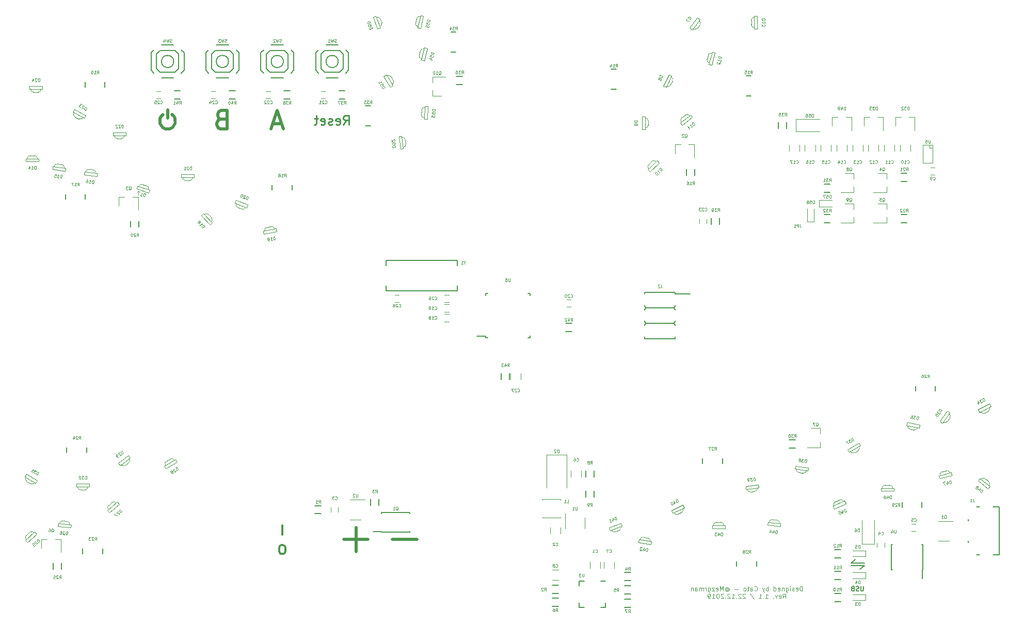
<source format=gbr>
G04 #@! TF.GenerationSoftware,KiCad,Pcbnew,(6.0.0-rc1-dev-557-ge985f797c)*
G04 #@! TF.CreationDate,2019-12-22T20:12:48+01:00*
G04 #@! TF.ProjectId,36C3_Badge_Hardware,333643335F42616467655F4861726477,1.1*
G04 #@! TF.SameCoordinates,Original*
G04 #@! TF.FileFunction,Legend,Bot*
G04 #@! TF.FilePolarity,Positive*
%FSLAX46Y46*%
G04 Gerber Fmt 4.6, Leading zero omitted, Abs format (unit mm)*
G04 Created by KiCad (PCBNEW (6.0.0-rc1-dev-557-ge985f797c)) date 12/22/19 20:12:48*
%MOMM*%
%LPD*%
G01*
G04 APERTURE LIST*
%ADD10C,0.100000*%
%ADD11C,0.300000*%
%ADD12C,0.250000*%
%ADD13C,0.500000*%
%ADD14C,0.150000*%
%ADD15C,0.200000*%
%ADD16C,0.120000*%
G04 APERTURE END LIST*
D10*
X158325000Y-125226785D02*
X158325000Y-124476785D01*
X158146428Y-124476785D01*
X158039285Y-124512500D01*
X157967857Y-124583928D01*
X157932142Y-124655357D01*
X157896428Y-124798214D01*
X157896428Y-124905357D01*
X157932142Y-125048214D01*
X157967857Y-125119642D01*
X158039285Y-125191071D01*
X158146428Y-125226785D01*
X158325000Y-125226785D01*
X157289285Y-125191071D02*
X157360714Y-125226785D01*
X157503571Y-125226785D01*
X157575000Y-125191071D01*
X157610714Y-125119642D01*
X157610714Y-124833928D01*
X157575000Y-124762500D01*
X157503571Y-124726785D01*
X157360714Y-124726785D01*
X157289285Y-124762500D01*
X157253571Y-124833928D01*
X157253571Y-124905357D01*
X157610714Y-124976785D01*
X156967857Y-125191071D02*
X156896428Y-125226785D01*
X156753571Y-125226785D01*
X156682142Y-125191071D01*
X156646428Y-125119642D01*
X156646428Y-125083928D01*
X156682142Y-125012500D01*
X156753571Y-124976785D01*
X156860714Y-124976785D01*
X156932142Y-124941071D01*
X156967857Y-124869642D01*
X156967857Y-124833928D01*
X156932142Y-124762500D01*
X156860714Y-124726785D01*
X156753571Y-124726785D01*
X156682142Y-124762500D01*
X156325000Y-125226785D02*
X156325000Y-124726785D01*
X156325000Y-124476785D02*
X156360714Y-124512500D01*
X156325000Y-124548214D01*
X156289285Y-124512500D01*
X156325000Y-124476785D01*
X156325000Y-124548214D01*
X155646428Y-124726785D02*
X155646428Y-125333928D01*
X155682142Y-125405357D01*
X155717857Y-125441071D01*
X155789285Y-125476785D01*
X155896428Y-125476785D01*
X155967857Y-125441071D01*
X155646428Y-125191071D02*
X155717857Y-125226785D01*
X155860714Y-125226785D01*
X155932142Y-125191071D01*
X155967857Y-125155357D01*
X156003571Y-125083928D01*
X156003571Y-124869642D01*
X155967857Y-124798214D01*
X155932142Y-124762500D01*
X155860714Y-124726785D01*
X155717857Y-124726785D01*
X155646428Y-124762500D01*
X155289285Y-124726785D02*
X155289285Y-125226785D01*
X155289285Y-124798214D02*
X155253571Y-124762500D01*
X155182142Y-124726785D01*
X155075000Y-124726785D01*
X155003571Y-124762500D01*
X154967857Y-124833928D01*
X154967857Y-125226785D01*
X154325000Y-125191071D02*
X154396428Y-125226785D01*
X154539285Y-125226785D01*
X154610714Y-125191071D01*
X154646428Y-125119642D01*
X154646428Y-124833928D01*
X154610714Y-124762500D01*
X154539285Y-124726785D01*
X154396428Y-124726785D01*
X154325000Y-124762500D01*
X154289285Y-124833928D01*
X154289285Y-124905357D01*
X154646428Y-124976785D01*
X153646428Y-125226785D02*
X153646428Y-124476785D01*
X153646428Y-125191071D02*
X153717857Y-125226785D01*
X153860714Y-125226785D01*
X153932142Y-125191071D01*
X153967857Y-125155357D01*
X154003571Y-125083928D01*
X154003571Y-124869642D01*
X153967857Y-124798214D01*
X153932142Y-124762500D01*
X153860714Y-124726785D01*
X153717857Y-124726785D01*
X153646428Y-124762500D01*
X152717857Y-125226785D02*
X152717857Y-124476785D01*
X152717857Y-124762500D02*
X152646428Y-124726785D01*
X152503571Y-124726785D01*
X152432142Y-124762500D01*
X152396428Y-124798214D01*
X152360714Y-124869642D01*
X152360714Y-125083928D01*
X152396428Y-125155357D01*
X152432142Y-125191071D01*
X152503571Y-125226785D01*
X152646428Y-125226785D01*
X152717857Y-125191071D01*
X152110714Y-124726785D02*
X151932142Y-125226785D01*
X151753571Y-124726785D02*
X151932142Y-125226785D01*
X152003571Y-125405357D01*
X152039285Y-125441071D01*
X152110714Y-125476785D01*
X150467857Y-125155357D02*
X150503571Y-125191071D01*
X150610714Y-125226785D01*
X150682142Y-125226785D01*
X150789285Y-125191071D01*
X150860714Y-125119642D01*
X150896428Y-125048214D01*
X150932142Y-124905357D01*
X150932142Y-124798214D01*
X150896428Y-124655357D01*
X150860714Y-124583928D01*
X150789285Y-124512500D01*
X150682142Y-124476785D01*
X150610714Y-124476785D01*
X150503571Y-124512500D01*
X150467857Y-124548214D01*
X149825000Y-125226785D02*
X149825000Y-124833928D01*
X149860714Y-124762500D01*
X149932142Y-124726785D01*
X150075000Y-124726785D01*
X150146428Y-124762500D01*
X149825000Y-125191071D02*
X149896428Y-125226785D01*
X150075000Y-125226785D01*
X150146428Y-125191071D01*
X150182142Y-125119642D01*
X150182142Y-125048214D01*
X150146428Y-124976785D01*
X150075000Y-124941071D01*
X149896428Y-124941071D01*
X149825000Y-124905357D01*
X149575000Y-124726785D02*
X149289285Y-124726785D01*
X149467857Y-124476785D02*
X149467857Y-125119642D01*
X149432142Y-125191071D01*
X149360714Y-125226785D01*
X149289285Y-125226785D01*
X148932142Y-125226785D02*
X149003571Y-125191071D01*
X149039285Y-125155357D01*
X149075000Y-125083928D01*
X149075000Y-124869642D01*
X149039285Y-124798214D01*
X149003571Y-124762500D01*
X148932142Y-124726785D01*
X148825000Y-124726785D01*
X148753571Y-124762500D01*
X148717857Y-124798214D01*
X148682142Y-124869642D01*
X148682142Y-125083928D01*
X148717857Y-125155357D01*
X148753571Y-125191071D01*
X148825000Y-125226785D01*
X148932142Y-125226785D01*
X147789285Y-124941071D02*
X147217857Y-124941071D01*
X145825000Y-124869642D02*
X145860714Y-124833928D01*
X145932142Y-124798214D01*
X146003571Y-124798214D01*
X146075000Y-124833928D01*
X146110714Y-124869642D01*
X146146428Y-124941071D01*
X146146428Y-125012500D01*
X146110714Y-125083928D01*
X146075000Y-125119642D01*
X146003571Y-125155357D01*
X145932142Y-125155357D01*
X145860714Y-125119642D01*
X145825000Y-125083928D01*
X145825000Y-124798214D02*
X145825000Y-125083928D01*
X145789285Y-125119642D01*
X145753571Y-125119642D01*
X145682142Y-125083928D01*
X145646428Y-125012500D01*
X145646428Y-124833928D01*
X145717857Y-124726785D01*
X145825000Y-124655357D01*
X145967857Y-124619642D01*
X146110714Y-124655357D01*
X146217857Y-124726785D01*
X146289285Y-124833928D01*
X146325000Y-124976785D01*
X146289285Y-125119642D01*
X146217857Y-125226785D01*
X146110714Y-125298214D01*
X145967857Y-125333928D01*
X145825000Y-125298214D01*
X145717857Y-125226785D01*
X145325000Y-125226785D02*
X145325000Y-124476785D01*
X145075000Y-125012500D01*
X144825000Y-124476785D01*
X144825000Y-125226785D01*
X144182142Y-125191071D02*
X144253571Y-125226785D01*
X144396428Y-125226785D01*
X144467857Y-125191071D01*
X144503571Y-125119642D01*
X144503571Y-124833928D01*
X144467857Y-124762500D01*
X144396428Y-124726785D01*
X144253571Y-124726785D01*
X144182142Y-124762500D01*
X144146428Y-124833928D01*
X144146428Y-124905357D01*
X144503571Y-124976785D01*
X143896428Y-124726785D02*
X143503571Y-124726785D01*
X143896428Y-125226785D01*
X143503571Y-125226785D01*
X142896428Y-124726785D02*
X142896428Y-125333928D01*
X142932142Y-125405357D01*
X142967857Y-125441071D01*
X143039285Y-125476785D01*
X143146428Y-125476785D01*
X143217857Y-125441071D01*
X142896428Y-125191071D02*
X142967857Y-125226785D01*
X143110714Y-125226785D01*
X143182142Y-125191071D01*
X143217857Y-125155357D01*
X143253571Y-125083928D01*
X143253571Y-124869642D01*
X143217857Y-124798214D01*
X143182142Y-124762500D01*
X143110714Y-124726785D01*
X142967857Y-124726785D01*
X142896428Y-124762500D01*
X142539285Y-125226785D02*
X142539285Y-124726785D01*
X142539285Y-124869642D02*
X142503571Y-124798214D01*
X142467857Y-124762500D01*
X142396428Y-124726785D01*
X142325000Y-124726785D01*
X142075000Y-125226785D02*
X142075000Y-124726785D01*
X142075000Y-124798214D02*
X142039285Y-124762500D01*
X141967857Y-124726785D01*
X141860714Y-124726785D01*
X141789285Y-124762500D01*
X141753571Y-124833928D01*
X141753571Y-125226785D01*
X141753571Y-124833928D02*
X141717857Y-124762500D01*
X141646428Y-124726785D01*
X141539285Y-124726785D01*
X141467857Y-124762500D01*
X141432142Y-124833928D01*
X141432142Y-125226785D01*
X140753571Y-125226785D02*
X140753571Y-124833928D01*
X140789285Y-124762500D01*
X140860714Y-124726785D01*
X141003571Y-124726785D01*
X141075000Y-124762500D01*
X140753571Y-125191071D02*
X140825000Y-125226785D01*
X141003571Y-125226785D01*
X141075000Y-125191071D01*
X141110714Y-125119642D01*
X141110714Y-125048214D01*
X141075000Y-124976785D01*
X141003571Y-124941071D01*
X140825000Y-124941071D01*
X140753571Y-124905357D01*
X140396428Y-124726785D02*
X140396428Y-125226785D01*
X140396428Y-124798214D02*
X140360714Y-124762500D01*
X140289285Y-124726785D01*
X140182142Y-124726785D01*
X140110714Y-124762500D01*
X140075000Y-124833928D01*
X140075000Y-125226785D01*
X155110714Y-126451785D02*
X155360714Y-126094642D01*
X155539285Y-126451785D02*
X155539285Y-125701785D01*
X155253571Y-125701785D01*
X155182142Y-125737500D01*
X155146428Y-125773214D01*
X155110714Y-125844642D01*
X155110714Y-125951785D01*
X155146428Y-126023214D01*
X155182142Y-126058928D01*
X155253571Y-126094642D01*
X155539285Y-126094642D01*
X154503571Y-126416071D02*
X154575000Y-126451785D01*
X154717857Y-126451785D01*
X154789285Y-126416071D01*
X154825000Y-126344642D01*
X154825000Y-126058928D01*
X154789285Y-125987500D01*
X154717857Y-125951785D01*
X154575000Y-125951785D01*
X154503571Y-125987500D01*
X154467857Y-126058928D01*
X154467857Y-126130357D01*
X154825000Y-126201785D01*
X154217857Y-125951785D02*
X154039285Y-126451785D01*
X153860714Y-125951785D01*
X153575000Y-126380357D02*
X153539285Y-126416071D01*
X153575000Y-126451785D01*
X153610714Y-126416071D01*
X153575000Y-126380357D01*
X153575000Y-126451785D01*
X152253571Y-126451785D02*
X152682142Y-126451785D01*
X152467857Y-126451785D02*
X152467857Y-125701785D01*
X152539285Y-125808928D01*
X152610714Y-125880357D01*
X152682142Y-125916071D01*
X151932142Y-126380357D02*
X151896428Y-126416071D01*
X151932142Y-126451785D01*
X151967857Y-126416071D01*
X151932142Y-126380357D01*
X151932142Y-126451785D01*
X151182142Y-126451785D02*
X151610714Y-126451785D01*
X151396428Y-126451785D02*
X151396428Y-125701785D01*
X151467857Y-125808928D01*
X151539285Y-125880357D01*
X151610714Y-125916071D01*
X149753571Y-125666071D02*
X150396428Y-126630357D01*
X148967857Y-125773214D02*
X148932142Y-125737500D01*
X148860714Y-125701785D01*
X148682142Y-125701785D01*
X148610714Y-125737500D01*
X148575000Y-125773214D01*
X148539285Y-125844642D01*
X148539285Y-125916071D01*
X148575000Y-126023214D01*
X149003571Y-126451785D01*
X148539285Y-126451785D01*
X148253571Y-125773214D02*
X148217857Y-125737500D01*
X148146428Y-125701785D01*
X147967857Y-125701785D01*
X147896428Y-125737500D01*
X147860714Y-125773214D01*
X147825000Y-125844642D01*
X147825000Y-125916071D01*
X147860714Y-126023214D01*
X148289285Y-126451785D01*
X147825000Y-126451785D01*
X147503571Y-126380357D02*
X147467857Y-126416071D01*
X147503571Y-126451785D01*
X147539285Y-126416071D01*
X147503571Y-126380357D01*
X147503571Y-126451785D01*
X146753571Y-126451785D02*
X147182142Y-126451785D01*
X146967857Y-126451785D02*
X146967857Y-125701785D01*
X147039285Y-125808928D01*
X147110714Y-125880357D01*
X147182142Y-125916071D01*
X146467857Y-125773214D02*
X146432142Y-125737500D01*
X146360714Y-125701785D01*
X146182142Y-125701785D01*
X146110714Y-125737500D01*
X146075000Y-125773214D01*
X146039285Y-125844642D01*
X146039285Y-125916071D01*
X146075000Y-126023214D01*
X146503571Y-126451785D01*
X146039285Y-126451785D01*
X145717857Y-126380357D02*
X145682142Y-126416071D01*
X145717857Y-126451785D01*
X145753571Y-126416071D01*
X145717857Y-126380357D01*
X145717857Y-126451785D01*
X145396428Y-125773214D02*
X145360714Y-125737500D01*
X145289285Y-125701785D01*
X145110714Y-125701785D01*
X145039285Y-125737500D01*
X145003571Y-125773214D01*
X144967857Y-125844642D01*
X144967857Y-125916071D01*
X145003571Y-126023214D01*
X145432142Y-126451785D01*
X144967857Y-126451785D01*
X144503571Y-125701785D02*
X144432142Y-125701785D01*
X144360714Y-125737500D01*
X144325000Y-125773214D01*
X144289285Y-125844642D01*
X144253571Y-125987500D01*
X144253571Y-126166071D01*
X144289285Y-126308928D01*
X144325000Y-126380357D01*
X144360714Y-126416071D01*
X144432142Y-126451785D01*
X144503571Y-126451785D01*
X144575000Y-126416071D01*
X144610714Y-126380357D01*
X144646428Y-126308928D01*
X144682142Y-126166071D01*
X144682142Y-125987500D01*
X144646428Y-125844642D01*
X144610714Y-125773214D01*
X144575000Y-125737500D01*
X144503571Y-125701785D01*
X143539285Y-126451785D02*
X143967857Y-126451785D01*
X143753571Y-126451785D02*
X143753571Y-125701785D01*
X143825000Y-125808928D01*
X143896428Y-125880357D01*
X143967857Y-125916071D01*
X143182142Y-126451785D02*
X143039285Y-126451785D01*
X142967857Y-126416071D01*
X142932142Y-126380357D01*
X142860714Y-126273214D01*
X142825000Y-126130357D01*
X142825000Y-125844642D01*
X142860714Y-125773214D01*
X142896428Y-125737500D01*
X142967857Y-125701785D01*
X143110714Y-125701785D01*
X143182142Y-125737500D01*
X143217857Y-125773214D01*
X143253571Y-125844642D01*
X143253571Y-126023214D01*
X143217857Y-126094642D01*
X143182142Y-126130357D01*
X143110714Y-126166071D01*
X142967857Y-126166071D01*
X142896428Y-126130357D01*
X142860714Y-126094642D01*
X142825000Y-126023214D01*
D11*
X73142857Y-117678571D02*
X72857142Y-117678571D01*
X72714285Y-117750000D01*
X72571428Y-117892857D01*
X72500000Y-118178571D01*
X72500000Y-118678571D01*
X72571428Y-118964285D01*
X72714285Y-119107142D01*
X72857142Y-119178571D01*
X73142857Y-119178571D01*
X73285714Y-119107142D01*
X73428571Y-118964285D01*
X73500000Y-118678571D01*
X73500000Y-118178571D01*
X73428571Y-117892857D01*
X73285714Y-117750000D01*
X73142857Y-117678571D01*
X73000000Y-115978571D02*
X73000000Y-114478571D01*
D12*
X83057142Y-48678571D02*
X83557142Y-47964285D01*
X83914285Y-48678571D02*
X83914285Y-47178571D01*
X83342857Y-47178571D01*
X83200000Y-47250000D01*
X83128571Y-47321428D01*
X83057142Y-47464285D01*
X83057142Y-47678571D01*
X83128571Y-47821428D01*
X83200000Y-47892857D01*
X83342857Y-47964285D01*
X83914285Y-47964285D01*
X81842857Y-48607142D02*
X81985714Y-48678571D01*
X82271428Y-48678571D01*
X82414285Y-48607142D01*
X82485714Y-48464285D01*
X82485714Y-47892857D01*
X82414285Y-47750000D01*
X82271428Y-47678571D01*
X81985714Y-47678571D01*
X81842857Y-47750000D01*
X81771428Y-47892857D01*
X81771428Y-48035714D01*
X82485714Y-48178571D01*
X81200000Y-48607142D02*
X81057142Y-48678571D01*
X80771428Y-48678571D01*
X80628571Y-48607142D01*
X80557142Y-48464285D01*
X80557142Y-48392857D01*
X80628571Y-48250000D01*
X80771428Y-48178571D01*
X80985714Y-48178571D01*
X81128571Y-48107142D01*
X81200000Y-47964285D01*
X81200000Y-47892857D01*
X81128571Y-47750000D01*
X80985714Y-47678571D01*
X80771428Y-47678571D01*
X80628571Y-47750000D01*
X79342857Y-48607142D02*
X79485714Y-48678571D01*
X79771428Y-48678571D01*
X79914285Y-48607142D01*
X79985714Y-48464285D01*
X79985714Y-47892857D01*
X79914285Y-47750000D01*
X79771428Y-47678571D01*
X79485714Y-47678571D01*
X79342857Y-47750000D01*
X79271428Y-47892857D01*
X79271428Y-48035714D01*
X79985714Y-48178571D01*
X78842857Y-47678571D02*
X78271428Y-47678571D01*
X78628571Y-47178571D02*
X78628571Y-48464285D01*
X78557142Y-48607142D01*
X78414285Y-48678571D01*
X78271428Y-48678571D01*
D13*
X62985714Y-47785714D02*
X62557142Y-47928571D01*
X62414285Y-48071428D01*
X62271428Y-48357142D01*
X62271428Y-48785714D01*
X62414285Y-49071428D01*
X62557142Y-49214285D01*
X62842857Y-49357142D01*
X63985714Y-49357142D01*
X63985714Y-46357142D01*
X62985714Y-46357142D01*
X62700000Y-46500000D01*
X62557142Y-46642857D01*
X62414285Y-46928571D01*
X62414285Y-47214285D01*
X62557142Y-47500000D01*
X62700000Y-47642857D01*
X62985714Y-47785714D01*
X63985714Y-47785714D01*
X72914285Y-48500000D02*
X71485714Y-48500000D01*
X73200000Y-49357142D02*
X72200000Y-46357142D01*
X71200000Y-49357142D01*
D14*
X168346428Y-124489285D02*
X168346428Y-125096428D01*
X168310714Y-125167857D01*
X168275000Y-125203571D01*
X168203571Y-125239285D01*
X168060714Y-125239285D01*
X167989285Y-125203571D01*
X167953571Y-125167857D01*
X167917857Y-125096428D01*
X167917857Y-124489285D01*
X167596428Y-125203571D02*
X167489285Y-125239285D01*
X167310714Y-125239285D01*
X167239285Y-125203571D01*
X167203571Y-125167857D01*
X167167857Y-125096428D01*
X167167857Y-125025000D01*
X167203571Y-124953571D01*
X167239285Y-124917857D01*
X167310714Y-124882142D01*
X167453571Y-124846428D01*
X167525000Y-124810714D01*
X167560714Y-124775000D01*
X167596428Y-124703571D01*
X167596428Y-124632142D01*
X167560714Y-124560714D01*
X167525000Y-124525000D01*
X167453571Y-124489285D01*
X167275000Y-124489285D01*
X167167857Y-124525000D01*
X166596428Y-124846428D02*
X166489285Y-124882142D01*
X166453571Y-124917857D01*
X166417857Y-124989285D01*
X166417857Y-125096428D01*
X166453571Y-125167857D01*
X166489285Y-125203571D01*
X166560714Y-125239285D01*
X166846428Y-125239285D01*
X166846428Y-124489285D01*
X166596428Y-124489285D01*
X166525000Y-124525000D01*
X166489285Y-124560714D01*
X166453571Y-124632142D01*
X166453571Y-124703571D01*
X166489285Y-124775000D01*
X166525000Y-124810714D01*
X166596428Y-124846428D01*
X166846428Y-124846428D01*
D15*
X167800000Y-121700000D02*
X168500000Y-121100000D01*
X168500000Y-121100000D02*
X166300000Y-121100000D01*
X166300000Y-120700000D02*
X168500000Y-120700000D01*
X167000000Y-120100000D02*
X166300000Y-120700000D01*
D16*
G04 #@! TO.C,D6*
X170100000Y-117550000D02*
X168100000Y-117550000D01*
X168100000Y-117550000D02*
X168100000Y-113650000D01*
X170100000Y-117550000D02*
X170100000Y-113650000D01*
G04 #@! TO.C,C27*
X112150000Y-89500000D02*
X112150000Y-90500000D01*
X110450000Y-90500000D02*
X110450000Y-89500000D01*
D13*
G04 #@! TO.C,BT1*
X83100000Y-116800000D02*
X87100000Y-116800000D01*
X91100000Y-116800000D02*
X95100000Y-116800000D01*
X85100000Y-118800000D02*
X85100000Y-114800000D01*
D15*
G04 #@! TO.C,J1*
X190650000Y-119350000D02*
X189600000Y-119350000D01*
X190650000Y-111450000D02*
X189600000Y-111450000D01*
X185550000Y-117050000D02*
X185550000Y-117300000D01*
X185550000Y-113500000D02*
X185550000Y-113750000D01*
X187400000Y-111450000D02*
X186900000Y-111450000D01*
X190650000Y-119350000D02*
X190650000Y-111450000D01*
X186900000Y-119350000D02*
X187400000Y-119350000D01*
D14*
G04 #@! TO.C,Y1*
X101749620Y-71000640D02*
X101749620Y-71849000D01*
X101749620Y-75999360D02*
X101749620Y-75151000D01*
X90050380Y-71000640D02*
X90050380Y-71849000D01*
X90050380Y-75999360D02*
X90050380Y-75151000D01*
X90050380Y-71000640D02*
X101749620Y-71000640D01*
X101749620Y-75999360D02*
X90050380Y-75999360D01*
G04 #@! TO.C,U6*
X106375000Y-83625000D02*
X106375000Y-83400000D01*
X113625000Y-83625000D02*
X113625000Y-83300000D01*
X113625000Y-76375000D02*
X113625000Y-76700000D01*
X106375000Y-76375000D02*
X106375000Y-76700000D01*
X106375000Y-83625000D02*
X106700000Y-83625000D01*
X106375000Y-76375000D02*
X106700000Y-76375000D01*
X113625000Y-76375000D02*
X113300000Y-76375000D01*
X113625000Y-83625000D02*
X113300000Y-83625000D01*
X106375000Y-83400000D02*
X104950000Y-83400000D01*
D10*
G04 #@! TO.C,U5*
X179200000Y-52500000D02*
X179200000Y-52000000D01*
X179700000Y-52500000D02*
X179200000Y-52500000D01*
X179700000Y-55000000D02*
X179700000Y-52000000D01*
X178100000Y-55000000D02*
X179700000Y-55000000D01*
X178100000Y-52000000D02*
X178100000Y-55000000D01*
X179700000Y-52000000D02*
X178100000Y-52000000D01*
D14*
G04 #@! TO.C,U4*
X178075000Y-121775000D02*
X178025000Y-121775000D01*
X178075000Y-117625000D02*
X177930000Y-117625000D01*
X172925000Y-117625000D02*
X173070000Y-117625000D01*
X172925000Y-121775000D02*
X173070000Y-121775000D01*
X178075000Y-121775000D02*
X178075000Y-117625000D01*
X172925000Y-121775000D02*
X172925000Y-117625000D01*
X178025000Y-121775000D02*
X178025000Y-123175000D01*
G04 #@! TO.C,U3*
X121750000Y-123650000D02*
X121750000Y-124425000D01*
X126050000Y-127950000D02*
X126050000Y-127175000D01*
X121750000Y-127950000D02*
X121750000Y-127175000D01*
X126050000Y-123650000D02*
X125275000Y-123650000D01*
X126050000Y-127950000D02*
X125275000Y-127950000D01*
X121750000Y-127950000D02*
X122525000Y-127950000D01*
X121750000Y-123650000D02*
X122525000Y-123650000D01*
D16*
G04 #@! TO.C,U2*
X85900000Y-113510000D02*
X84100000Y-113510000D01*
X84100000Y-110290000D02*
X86550000Y-110290000D01*
G04 #@! TO.C,U1*
X122610000Y-113200000D02*
X122610000Y-115000000D01*
X119390000Y-115000000D02*
X119390000Y-112550000D01*
D14*
G04 #@! TO.C,SW4*
X56900000Y-36850000D02*
X56450000Y-36400000D01*
X55200000Y-35600000D02*
X53200000Y-35600000D01*
X51950000Y-36400000D02*
X51500000Y-36850000D01*
X51500000Y-36850000D02*
X51500000Y-39750000D01*
X51500000Y-39750000D02*
X51950000Y-40200000D01*
X53200000Y-41000000D02*
X55200000Y-41000000D01*
X56450000Y-40200000D02*
X56900000Y-39750000D01*
X56900000Y-39750000D02*
X56900000Y-36850000D01*
X56000000Y-37100000D02*
X55400000Y-36500000D01*
X55400000Y-36500000D02*
X53000000Y-36500000D01*
X53000000Y-36500000D02*
X52400000Y-37100000D01*
X52400000Y-37100000D02*
X52400000Y-39500000D01*
X52400000Y-39500000D02*
X53000000Y-40100000D01*
X53000000Y-40100000D02*
X55400000Y-40100000D01*
X55400000Y-40100000D02*
X56000000Y-39500000D01*
X56000000Y-39500000D02*
X56000000Y-37100000D01*
X55200000Y-38300000D02*
G75*
G03X55200000Y-38300000I-1000000J0D01*
G01*
G04 #@! TO.C,SW3*
X64200000Y-38300000D02*
G75*
G03X64200000Y-38300000I-1000000J0D01*
G01*
X65000000Y-39500000D02*
X65000000Y-37100000D01*
X64400000Y-40100000D02*
X65000000Y-39500000D01*
X62000000Y-40100000D02*
X64400000Y-40100000D01*
X61400000Y-39500000D02*
X62000000Y-40100000D01*
X61400000Y-37100000D02*
X61400000Y-39500000D01*
X62000000Y-36500000D02*
X61400000Y-37100000D01*
X64400000Y-36500000D02*
X62000000Y-36500000D01*
X65000000Y-37100000D02*
X64400000Y-36500000D01*
X65900000Y-39750000D02*
X65900000Y-36850000D01*
X65450000Y-40200000D02*
X65900000Y-39750000D01*
X62200000Y-41000000D02*
X64200000Y-41000000D01*
X60500000Y-39750000D02*
X60950000Y-40200000D01*
X60500000Y-36850000D02*
X60500000Y-39750000D01*
X60950000Y-36400000D02*
X60500000Y-36850000D01*
X64200000Y-35600000D02*
X62200000Y-35600000D01*
X65900000Y-36850000D02*
X65450000Y-36400000D01*
G04 #@! TO.C,SW2*
X73200000Y-38300000D02*
G75*
G03X73200000Y-38300000I-1000000J0D01*
G01*
X74000000Y-39500000D02*
X74000000Y-37100000D01*
X73400000Y-40100000D02*
X74000000Y-39500000D01*
X71000000Y-40100000D02*
X73400000Y-40100000D01*
X70400000Y-39500000D02*
X71000000Y-40100000D01*
X70400000Y-37100000D02*
X70400000Y-39500000D01*
X71000000Y-36500000D02*
X70400000Y-37100000D01*
X73400000Y-36500000D02*
X71000000Y-36500000D01*
X74000000Y-37100000D02*
X73400000Y-36500000D01*
X74900000Y-39750000D02*
X74900000Y-36850000D01*
X74450000Y-40200000D02*
X74900000Y-39750000D01*
X71200000Y-41000000D02*
X73200000Y-41000000D01*
X69500000Y-39750000D02*
X69950000Y-40200000D01*
X69500000Y-36850000D02*
X69500000Y-39750000D01*
X69950000Y-36400000D02*
X69500000Y-36850000D01*
X73200000Y-35600000D02*
X71200000Y-35600000D01*
X74900000Y-36850000D02*
X74450000Y-36400000D01*
G04 #@! TO.C,SW1*
X82200000Y-38300000D02*
G75*
G03X82200000Y-38300000I-1000000J0D01*
G01*
X83000000Y-39500000D02*
X83000000Y-37100000D01*
X82400000Y-40100000D02*
X83000000Y-39500000D01*
X80000000Y-40100000D02*
X82400000Y-40100000D01*
X79400000Y-39500000D02*
X80000000Y-40100000D01*
X79400000Y-37100000D02*
X79400000Y-39500000D01*
X80000000Y-36500000D02*
X79400000Y-37100000D01*
X82400000Y-36500000D02*
X80000000Y-36500000D01*
X83000000Y-37100000D02*
X82400000Y-36500000D01*
X83900000Y-39750000D02*
X83900000Y-36850000D01*
X83450000Y-40200000D02*
X83900000Y-39750000D01*
X80200000Y-41000000D02*
X82200000Y-41000000D01*
X78500000Y-39750000D02*
X78950000Y-40200000D01*
X78500000Y-36850000D02*
X78500000Y-39750000D01*
X78950000Y-36400000D02*
X78500000Y-36850000D01*
X82200000Y-35600000D02*
X80200000Y-35600000D01*
X83900000Y-36850000D02*
X83450000Y-36400000D01*
G04 #@! TO.C,R43*
X110275000Y-90500000D02*
X110275000Y-89500000D01*
X108925000Y-89500000D02*
X108925000Y-90500000D01*
G04 #@! TO.C,R42*
X120500000Y-81325000D02*
X119500000Y-81325000D01*
X119500000Y-82675000D02*
X120500000Y-82675000D01*
G04 #@! TO.C,R41*
X55300000Y-44475000D02*
X56300000Y-44475000D01*
X56300000Y-43125000D02*
X55300000Y-43125000D01*
G04 #@! TO.C,R40*
X64300000Y-44475000D02*
X65300000Y-44475000D01*
X65300000Y-43125000D02*
X64300000Y-43125000D01*
G04 #@! TO.C,R39*
X143425000Y-64000000D02*
X143425000Y-65000000D01*
X144775000Y-65000000D02*
X144775000Y-64000000D01*
G04 #@! TO.C,R38*
X73300000Y-44475000D02*
X74300000Y-44475000D01*
X74300000Y-43125000D02*
X73300000Y-43125000D01*
G04 #@! TO.C,R37*
X82300000Y-44475000D02*
X83300000Y-44475000D01*
X83300000Y-43125000D02*
X82300000Y-43125000D01*
G04 #@! TO.C,R36*
X101600000Y-42075000D02*
X102600000Y-42075000D01*
X102600000Y-40725000D02*
X101600000Y-40725000D01*
G04 #@! TO.C,R35*
X154425000Y-48300000D02*
X154425000Y-49300000D01*
X155775000Y-49300000D02*
X155775000Y-48300000D01*
G04 #@! TO.C,R34*
X100700000Y-36725000D02*
X101500000Y-36725000D01*
X100700000Y-33475000D02*
X101500000Y-33475000D01*
G04 #@! TO.C,R33*
X87500000Y-45575000D02*
X86700000Y-45575000D01*
X87500000Y-48825000D02*
X86700000Y-48825000D01*
G04 #@! TO.C,R32*
X161900000Y-64775000D02*
X162900000Y-64775000D01*
X162900000Y-63425000D02*
X161900000Y-63425000D01*
G04 #@! TO.C,R31*
X161900000Y-59775000D02*
X162900000Y-59775000D01*
X162900000Y-58425000D02*
X161900000Y-58425000D01*
G04 #@! TO.C,R30*
X157200000Y-100425000D02*
X156200000Y-100425000D01*
X156200000Y-101775000D02*
X157200000Y-101775000D01*
G04 #@! TO.C,R29*
X174675000Y-110700000D02*
X174675000Y-111500000D01*
X177925000Y-110700000D02*
X177925000Y-111500000D01*
G04 #@! TO.C,R28*
X147575000Y-120400000D02*
X147575000Y-121200000D01*
X150825000Y-120400000D02*
X150825000Y-121200000D01*
G04 #@! TO.C,R27*
X145225000Y-104300000D02*
X145225000Y-103500000D01*
X141975000Y-104300000D02*
X141975000Y-103500000D01*
G04 #@! TO.C,R26*
X180125000Y-92400000D02*
X180125000Y-91600000D01*
X176875000Y-92400000D02*
X176875000Y-91600000D01*
G04 #@! TO.C,R25*
X35425000Y-120700000D02*
X35425000Y-121700000D01*
X36775000Y-121700000D02*
X36775000Y-120700000D01*
G04 #@! TO.C,R24*
X40925000Y-102500000D02*
X40925000Y-101700000D01*
X37675000Y-102500000D02*
X37675000Y-101700000D01*
G04 #@! TO.C,R23*
X40275000Y-118300000D02*
X40275000Y-119100000D01*
X43525000Y-118300000D02*
X43525000Y-119100000D01*
G04 #@! TO.C,R22*
X175500000Y-63425000D02*
X174500000Y-63425000D01*
X174500000Y-64775000D02*
X175500000Y-64775000D01*
G04 #@! TO.C,R21*
X175500000Y-56625000D02*
X174500000Y-56625000D01*
X174500000Y-57975000D02*
X175500000Y-57975000D01*
G04 #@! TO.C,R20*
X48125000Y-64500000D02*
X48125000Y-65500000D01*
X49475000Y-65500000D02*
X49475000Y-64500000D01*
G04 #@! TO.C,R19*
X43925000Y-42500000D02*
X43925000Y-41700000D01*
X40675000Y-42500000D02*
X40675000Y-41700000D01*
G04 #@! TO.C,R18*
X74625000Y-59400000D02*
X74625000Y-58600000D01*
X71375000Y-59400000D02*
X71375000Y-58600000D01*
G04 #@! TO.C,R17*
X37475000Y-60100000D02*
X37475000Y-60900000D01*
X40725000Y-60100000D02*
X40725000Y-60900000D01*
G04 #@! TO.C,R16*
X139325000Y-56000000D02*
X139325000Y-57000000D01*
X140675000Y-57000000D02*
X140675000Y-56000000D01*
G04 #@! TO.C,R15*
X149100000Y-43925000D02*
X149900000Y-43925000D01*
X149100000Y-40675000D02*
X149900000Y-40675000D01*
G04 #@! TO.C,R14*
X127800000Y-39575000D02*
X127000000Y-39575000D01*
X127800000Y-42825000D02*
X127000000Y-42825000D01*
G04 #@! TO.C,R12*
X163600000Y-119775000D02*
X164600000Y-119775000D01*
X164600000Y-118425000D02*
X163600000Y-118425000D01*
G04 #@! TO.C,R11*
X163600000Y-123375000D02*
X164600000Y-123375000D01*
X164600000Y-122025000D02*
X163600000Y-122025000D01*
G04 #@! TO.C,R10*
X164600000Y-125625000D02*
X163600000Y-125625000D01*
X163600000Y-126975000D02*
X164600000Y-126975000D01*
G04 #@! TO.C,R9*
X124175000Y-109800000D02*
X124175000Y-108800000D01*
X122825000Y-108800000D02*
X122825000Y-109800000D01*
G04 #@! TO.C,R8*
X124175000Y-106500000D02*
X124175000Y-105500000D01*
X122825000Y-105500000D02*
X122825000Y-106500000D01*
G04 #@! TO.C,R7*
X129200000Y-127975000D02*
X130200000Y-127975000D01*
X130200000Y-126625000D02*
X129200000Y-126625000D01*
G04 #@! TO.C,R6*
X118300000Y-126425000D02*
X117300000Y-126425000D01*
X117300000Y-127775000D02*
X118300000Y-127775000D01*
G04 #@! TO.C,R5*
X129200000Y-125775000D02*
X130200000Y-125775000D01*
X130200000Y-124425000D02*
X129200000Y-124425000D01*
G04 #@! TO.C,R4*
X130200000Y-122225000D02*
X129200000Y-122225000D01*
X129200000Y-123575000D02*
X130200000Y-123575000D01*
G04 #@! TO.C,R3*
X87525000Y-110200000D02*
X87525000Y-111200000D01*
X88875000Y-111200000D02*
X88875000Y-110200000D01*
G04 #@! TO.C,R2*
X118300000Y-124325000D02*
X117300000Y-124325000D01*
X117300000Y-125675000D02*
X118300000Y-125675000D01*
G04 #@! TO.C,R1*
X78400000Y-112575000D02*
X79400000Y-112575000D01*
X79400000Y-111225000D02*
X78400000Y-111225000D01*
D16*
G04 #@! TO.C,Q10*
X97640000Y-43980000D02*
X97640000Y-43050000D01*
X97640000Y-40820000D02*
X97640000Y-41750000D01*
X97640000Y-40820000D02*
X99800000Y-40820000D01*
X97640000Y-43980000D02*
X99100000Y-43980000D01*
G04 #@! TO.C,Q9*
X166760000Y-61620000D02*
X166760000Y-62550000D01*
X166760000Y-64780000D02*
X166760000Y-63850000D01*
X166760000Y-64780000D02*
X164600000Y-64780000D01*
X166760000Y-61620000D02*
X165300000Y-61620000D01*
G04 #@! TO.C,Q8*
X166760000Y-56620000D02*
X166760000Y-57550000D01*
X166760000Y-59780000D02*
X166760000Y-58850000D01*
X166760000Y-59780000D02*
X164600000Y-59780000D01*
X166760000Y-56620000D02*
X165300000Y-56620000D01*
G04 #@! TO.C,Q7*
X161260000Y-98520000D02*
X161260000Y-99450000D01*
X161260000Y-101680000D02*
X161260000Y-100750000D01*
X161260000Y-101680000D02*
X159100000Y-101680000D01*
X161260000Y-98520000D02*
X159800000Y-98520000D01*
G04 #@! TO.C,Q6*
X33520000Y-116740000D02*
X34450000Y-116740000D01*
X36680000Y-116740000D02*
X35750000Y-116740000D01*
X36680000Y-116740000D02*
X36680000Y-118900000D01*
X33520000Y-116740000D02*
X33520000Y-118200000D01*
G04 #@! TO.C,Q5*
X172160000Y-61620000D02*
X172160000Y-62550000D01*
X172160000Y-64780000D02*
X172160000Y-63850000D01*
X172160000Y-64780000D02*
X170000000Y-64780000D01*
X172160000Y-61620000D02*
X170700000Y-61620000D01*
G04 #@! TO.C,Q4*
X172160000Y-56620000D02*
X172160000Y-57550000D01*
X172160000Y-59780000D02*
X172160000Y-58850000D01*
X172160000Y-59780000D02*
X170000000Y-59780000D01*
X172160000Y-56620000D02*
X170700000Y-56620000D01*
G04 #@! TO.C,Q3*
X46220000Y-60540000D02*
X47150000Y-60540000D01*
X49380000Y-60540000D02*
X48450000Y-60540000D01*
X49380000Y-60540000D02*
X49380000Y-62700000D01*
X46220000Y-60540000D02*
X46220000Y-62000000D01*
G04 #@! TO.C,Q2*
X137420000Y-51940000D02*
X138350000Y-51940000D01*
X140580000Y-51940000D02*
X139650000Y-51940000D01*
X140580000Y-51940000D02*
X140580000Y-54100000D01*
X137420000Y-51940000D02*
X137420000Y-53400000D01*
D14*
G04 #@! TO.C,Q1*
X89275000Y-115625000D02*
X89275000Y-115525000D01*
X93925000Y-115625000D02*
X93925000Y-115425000D01*
X93925000Y-112375000D02*
X93925000Y-112575000D01*
X89275000Y-112375000D02*
X89275000Y-112575000D01*
X89275000Y-115625000D02*
X93925000Y-115625000D01*
X89275000Y-112375000D02*
X93925000Y-112375000D01*
X89275000Y-115525000D02*
X87925000Y-115525000D01*
D10*
G04 #@! TO.C,L1*
X118700000Y-110200000D02*
X118700000Y-110300000D01*
X115700000Y-110200000D02*
X118700000Y-110200000D01*
X115700000Y-110300000D02*
X115700000Y-110200000D01*
X118700000Y-113200000D02*
X118700000Y-113100000D01*
X115700000Y-113200000D02*
X118700000Y-113200000D01*
X115700000Y-113100000D02*
X115700000Y-113200000D01*
D14*
G04 #@! TO.C,J2*
X137500000Y-76500000D02*
X139925000Y-76500000D01*
X137250000Y-78730000D02*
X132750000Y-78730000D01*
X132500000Y-83810000D02*
X132500000Y-83530000D01*
X132500000Y-83810000D02*
X137500000Y-83810000D01*
X137500000Y-83810000D02*
X137500000Y-83530000D01*
X137500000Y-76190000D02*
X137500000Y-76470000D01*
X132500000Y-76190000D02*
X137500000Y-76190000D01*
X132500000Y-78349000D02*
X132500000Y-78476000D01*
X132500000Y-78476000D02*
X132754000Y-78730000D01*
X132754000Y-78730000D02*
X132500000Y-78984000D01*
X132500000Y-78984000D02*
X132500000Y-79111000D01*
X132500000Y-76190000D02*
X132500000Y-76470000D01*
X132500000Y-80889000D02*
X132500000Y-81016000D01*
X137500000Y-79111000D02*
X137500000Y-78984000D01*
X132754000Y-81270000D02*
X132500000Y-81524000D01*
X137246000Y-78730000D02*
X137500000Y-78476000D01*
X132500000Y-81524000D02*
X132500000Y-81651000D01*
X137500000Y-78476000D02*
X137500000Y-78349000D01*
X132500000Y-81016000D02*
X132754000Y-81270000D01*
X137500000Y-78984000D02*
X137246000Y-78730000D01*
X137500000Y-81651000D02*
X137500000Y-81524000D01*
X137500000Y-81016000D02*
X137500000Y-80889000D01*
X137246000Y-81270000D02*
X137500000Y-81016000D01*
X137500000Y-81524000D02*
X137246000Y-81270000D01*
X137250000Y-81270000D02*
X132750000Y-81270000D01*
D16*
G04 #@! TO.C,D58*
X160250000Y-64600000D02*
X159150000Y-64600000D01*
X159150000Y-64600000D02*
X159150000Y-62500000D01*
X160250000Y-64600000D02*
X160250000Y-62500000D01*
G04 #@! TO.C,D57*
X161100000Y-62150000D02*
X161100000Y-61050000D01*
X161100000Y-61050000D02*
X163200000Y-61050000D01*
X161100000Y-62150000D02*
X163200000Y-62150000D01*
G04 #@! TO.C,D56*
X157250000Y-49800000D02*
X157250000Y-47800000D01*
X157250000Y-47800000D02*
X161150000Y-47800000D01*
X157250000Y-49800000D02*
X161150000Y-49800000D01*
D10*
G04 #@! TO.C,D55*
X94890490Y-31972316D02*
G75*
G03X95265199Y-32571977I487185J-112476D01*
G01*
X95647616Y-30915548D02*
G75*
G03X95047955Y-31290257I-112476J-487185D01*
G01*
X95047955Y-31290257D02*
X94890490Y-31972316D01*
X96179791Y-30833149D02*
X95692606Y-30720674D01*
X95707394Y-32879326D02*
X96179791Y-30833149D01*
X95220209Y-32766851D02*
X95707394Y-32879326D01*
X95692606Y-30720674D02*
X95220209Y-32766851D01*
G04 #@! TO.C,D54*
X95484969Y-37243959D02*
G75*
G03X95838522Y-37856332I482963J-129410D01*
G01*
X96278514Y-36214258D02*
G75*
G03X95666142Y-36567812I-129409J-482963D01*
G01*
X95666142Y-36567812D02*
X95484969Y-37243960D01*
X96813241Y-36150483D02*
X96330279Y-36021073D01*
X96269721Y-38178927D02*
X96813241Y-36150483D01*
X95786759Y-38049517D02*
X96269721Y-38178927D01*
X96330279Y-36021073D02*
X95786759Y-38049517D01*
G04 #@! TO.C,D53*
X95827412Y-46996830D02*
G75*
G03X96291316Y-47530490I498782J-34878D01*
G01*
X96409902Y-45834631D02*
G75*
G03X95876242Y-46298535I-34878J-498782D01*
G01*
X95876242Y-46298535D02*
X95827412Y-46996830D01*
X96922635Y-45669997D02*
X96423853Y-45635119D01*
X96776147Y-47764881D02*
X96922635Y-45669997D01*
X96277365Y-47730003D02*
X96776147Y-47764881D01*
X96423853Y-45635119D02*
X96277365Y-47730003D01*
G04 #@! TO.C,D52*
X93201756Y-51161208D02*
G75*
G03X92644548Y-50725868I-496274J-60934D01*
G01*
X92851726Y-52413197D02*
G75*
G03X93287064Y-51855989I-60935J496273D01*
G01*
X93287064Y-51855989D02*
X93201755Y-51161207D01*
X92379826Y-52672641D02*
X92876099Y-52611706D01*
X92123901Y-50588294D02*
X92379826Y-52672641D01*
X92620174Y-50527359D02*
X92123901Y-50588294D01*
X92876099Y-52611706D02*
X92620174Y-50527359D01*
G04 #@! TO.C,D51*
X90874519Y-40821891D02*
G75*
G03X90191506Y-40638878I-433013J-250000D01*
G01*
X91041506Y-42111122D02*
G75*
G03X91224519Y-41428109I-250000J433013D01*
G01*
X91224519Y-41428109D02*
X90874519Y-40821891D01*
X90708494Y-42534327D02*
X91141506Y-42284327D01*
X89658494Y-40715673D02*
X90708494Y-42534327D01*
X90091506Y-40465673D02*
X89658494Y-40715673D01*
X91141506Y-42284327D02*
X90091506Y-40465673D01*
G04 #@! TO.C,D50*
X89074756Y-31304471D02*
G75*
G03X88428782Y-31016865I-466790J-179184D01*
G01*
X89038008Y-32603951D02*
G75*
G03X89325614Y-31957977I-179184J466790D01*
G01*
X89325614Y-31957977D02*
X89074757Y-31304471D01*
X88642891Y-32969851D02*
X89109681Y-32790667D01*
X87890319Y-31009333D02*
X88642891Y-32969851D01*
X88357109Y-30830149D02*
X87890319Y-31009333D01*
X89109681Y-32790667D02*
X88357109Y-30830149D01*
D16*
G04 #@! TO.C,D49*
X163220000Y-47440000D02*
X164150000Y-47440000D01*
X166380000Y-47440000D02*
X165450000Y-47440000D01*
X166380000Y-47440000D02*
X166380000Y-49600000D01*
X163220000Y-47440000D02*
X163220000Y-48900000D01*
D10*
G04 #@! TO.C,D48*
X188299989Y-106796878D02*
G75*
G03X187596756Y-106870791I-314660J-388573D01*
G01*
X188917904Y-107940636D02*
G75*
G03X188843991Y-107237403I-388573J314660D01*
G01*
X188843991Y-107237403D02*
X188299989Y-106796878D01*
X188758673Y-108455073D02*
X189073333Y-108066500D01*
X187126667Y-107133500D02*
X188758673Y-108455073D01*
X187441327Y-106744927D02*
X187126667Y-107133500D01*
X189073333Y-108066500D02*
X187441327Y-106744927D01*
G04 #@! TO.C,D47*
X181267811Y-105666142D02*
G75*
G03X180914258Y-106278515I129410J-482963D01*
G01*
X182556332Y-105838523D02*
G75*
G03X181943960Y-105484969I-482963J-129409D01*
G01*
X181943960Y-105484969D02*
X181267812Y-105666142D01*
X182878927Y-106269721D02*
X182749517Y-105786759D01*
X180850483Y-106813241D02*
X182878927Y-106269721D01*
X180721073Y-106330279D02*
X180850483Y-106813241D01*
X182749517Y-105786759D02*
X180721073Y-106330279D01*
G04 #@! TO.C,D46*
X171950000Y-107850000D02*
G75*
G03X171450000Y-108350000I0J-500000D01*
G01*
X173150000Y-108350000D02*
G75*
G03X172650000Y-107850000I-500000J0D01*
G01*
X172650000Y-107850000D02*
X171950000Y-107850000D01*
X173350000Y-108850000D02*
X173350000Y-108350000D01*
X171250000Y-108850000D02*
X173350000Y-108850000D01*
X171250000Y-108350000D02*
X171250000Y-108850000D01*
X173350000Y-108350000D02*
X171250000Y-108350000D01*
G04 #@! TO.C,D45*
X163784776Y-110546377D02*
G75*
G03X163519888Y-111201995I195365J-460253D01*
G01*
X165084747Y-110537752D02*
G75*
G03X164429128Y-110272865I-460253J-195366D01*
G01*
X164429128Y-110272865D02*
X163784775Y-110546377D01*
X165464213Y-110919859D02*
X165268847Y-110459606D01*
X163531153Y-111740394D02*
X165464213Y-110919859D01*
X163335787Y-111280141D02*
X163531153Y-111740394D01*
X165268847Y-110459606D02*
X163335787Y-111280141D01*
G04 #@! TO.C,D44*
X153430314Y-113517525D02*
G75*
G03X152880789Y-113962520I-52265J-497260D01*
G01*
X154571475Y-114140218D02*
G75*
G03X154126479Y-113590694I-497260J52264D01*
G01*
X154126479Y-113590694D02*
X153430314Y-113517524D01*
X154718116Y-114658385D02*
X154770380Y-114161124D01*
X152629620Y-114438876D02*
X154718116Y-114658385D01*
X152681884Y-113941615D02*
X152629620Y-114438876D01*
X154770380Y-114161124D02*
X152681884Y-113941615D01*
G04 #@! TO.C,D43*
X144250000Y-113950000D02*
G75*
G03X143750000Y-114450000I0J-500000D01*
G01*
X145450000Y-114450000D02*
G75*
G03X144950000Y-113950000I-500000J0D01*
G01*
X144950000Y-113950000D02*
X144250000Y-113950000D01*
X145650000Y-114950000D02*
X145650000Y-114450000D01*
X143550000Y-114950000D02*
X145650000Y-114950000D01*
X143550000Y-114450000D02*
X143550000Y-114950000D01*
X145650000Y-114450000D02*
X143550000Y-114450000D01*
G04 #@! TO.C,D42*
X132271635Y-116404482D02*
G75*
G03X131699574Y-116820109I-78217J-493844D01*
G01*
X133378644Y-117086047D02*
G75*
G03X132963017Y-116513986I-493844J78217D01*
G01*
X132963017Y-116513986D02*
X132271635Y-116404482D01*
X133497964Y-117611178D02*
X133576181Y-117117334D01*
X131423819Y-117282666D02*
X133497964Y-117611178D01*
X131502036Y-116788822D02*
X131423819Y-117282666D01*
X133576181Y-117117334D02*
X131502036Y-116788822D01*
G04 #@! TO.C,D41*
X128285407Y-115285063D02*
G75*
G03X128584244Y-114644206I-171010J469847D01*
G01*
X126986766Y-115225640D02*
G75*
G03X127627623Y-115524477I469847J171010D01*
G01*
X127627623Y-115524477D02*
X128285408Y-115285062D01*
X126627818Y-114824198D02*
X126798828Y-115294044D01*
X128601172Y-114105956D02*
X126627818Y-114824198D01*
X128772182Y-114575802D02*
X128601172Y-114105956D01*
X126798828Y-115294044D02*
X128772182Y-114575802D01*
G04 #@! TO.C,D40*
X138543357Y-112320666D02*
G75*
G03X138773568Y-111652083I-219186J449397D01*
G01*
X137245618Y-112397313D02*
G75*
G03X137914200Y-112627525I449397J219185D01*
G01*
X137914200Y-112627525D02*
X138543356Y-112320666D01*
X136846673Y-112035591D02*
X137065859Y-112484988D01*
X138734141Y-111115012D02*
X136846673Y-112035591D01*
X138953327Y-111564409D02*
X138734141Y-111115012D01*
X137065859Y-112484988D02*
X138953327Y-111564409D01*
G04 #@! TO.C,D39*
X150538792Y-108901756D02*
G75*
G03X150974132Y-108344548I-60934J496274D01*
G01*
X149286803Y-108551726D02*
G75*
G03X149844011Y-108987064I496273J60935D01*
G01*
X149844011Y-108987064D02*
X150538793Y-108901755D01*
X149027359Y-108079826D02*
X149088294Y-108576099D01*
X151111706Y-107823901D02*
X149027359Y-108079826D01*
X151172641Y-108320174D02*
X151111706Y-107823901D01*
X149088294Y-108576099D02*
X151172641Y-108320174D01*
G04 #@! TO.C,D38*
X158442215Y-105891412D02*
G75*
G03X159006935Y-105465864I69586J495134D01*
G01*
X157323479Y-105229269D02*
G75*
G03X157749026Y-105793990I495134J-69587D01*
G01*
X157749026Y-105793990D02*
X158442214Y-105891412D01*
X157195012Y-104706301D02*
X157125425Y-105201435D01*
X159274575Y-104998565D02*
X157195012Y-104706301D01*
X159204988Y-105493699D02*
X159274575Y-104998565D01*
X157125425Y-105201435D02*
X159204988Y-105493699D01*
G04 #@! TO.C,D37*
X167486287Y-102162612D02*
G75*
G03X167657352Y-101476509I-257519J428584D01*
G01*
X166200167Y-102352074D02*
G75*
G03X166886270Y-102523139I428584J257519D01*
G01*
X166886270Y-102523139D02*
X167486287Y-102162612D01*
X165771215Y-102026498D02*
X166028734Y-102455082D01*
X167571266Y-100944918D02*
X165771215Y-102026498D01*
X167828785Y-101373502D02*
X167571266Y-100944918D01*
X166028734Y-102455082D02*
X167828785Y-101373502D01*
G04 #@! TO.C,D36*
X176700463Y-98803004D02*
G75*
G03X177286681Y-98407594I95404J490814D01*
G01*
X175617915Y-98083220D02*
G75*
G03X176013324Y-98669437I490813J-95404D01*
G01*
X176013324Y-98669437D02*
X176700463Y-98803004D01*
X175516994Y-97554244D02*
X175421589Y-98045057D01*
X177578411Y-97954943D02*
X175516994Y-97554244D01*
X177483006Y-98445756D02*
X177578411Y-97954943D01*
X175421589Y-98045057D02*
X177483006Y-98445756D01*
G04 #@! TO.C,D35*
X182515116Y-96843479D02*
G75*
G03X182392328Y-96147115I-409576J286788D01*
G01*
X181417247Y-97539673D02*
G75*
G03X182113612Y-97416886I286789J409576D01*
G01*
X182113612Y-97416886D02*
X182515116Y-96843479D01*
X180892957Y-97416716D02*
X181302533Y-97703504D01*
X182097467Y-95696496D02*
X180892957Y-97416716D01*
X182507043Y-95983284D02*
X182097467Y-95696496D01*
X181302533Y-97703504D02*
X182507043Y-95983284D01*
G04 #@! TO.C,D34*
X188852345Y-95709358D02*
G75*
G03X189070853Y-95036860I-226995J445503D01*
G01*
X187556141Y-95808644D02*
G75*
G03X188228641Y-96027152I445504J226996D01*
G01*
X188228641Y-96027152D02*
X188852345Y-95709358D01*
X187150946Y-95453938D02*
X187377941Y-95899442D01*
X189022059Y-94500558D02*
X187150946Y-95453938D01*
X189249054Y-94946062D02*
X189022059Y-94500558D01*
X187377941Y-95899442D02*
X189249054Y-94946062D01*
D16*
G04 #@! TO.C,D33*
X168420000Y-47440000D02*
X169350000Y-47440000D01*
X171580000Y-47440000D02*
X170650000Y-47440000D01*
X171580000Y-47440000D02*
X171580000Y-49600000D01*
X168420000Y-47440000D02*
X168420000Y-48900000D01*
G04 #@! TO.C,D32*
X173620000Y-47440000D02*
X174550000Y-47440000D01*
X176780000Y-47440000D02*
X175850000Y-47440000D01*
X176780000Y-47440000D02*
X176780000Y-49600000D01*
X173620000Y-47440000D02*
X173620000Y-48900000D01*
D10*
G04 #@! TO.C,D31*
X31728109Y-107624519D02*
G75*
G03X32411122Y-107441506I250000J433013D01*
G01*
X30938878Y-106591506D02*
G75*
G03X31121891Y-107274519I433013J-250000D01*
G01*
X31121891Y-107274519D02*
X31728109Y-107624519D01*
X31015673Y-106058494D02*
X30765673Y-106491506D01*
X32834327Y-107108494D02*
X31015673Y-106058494D01*
X32584327Y-107541506D02*
X32834327Y-107108494D01*
X30765673Y-106491506D02*
X32584327Y-107541506D01*
G04 #@! TO.C,D30*
X40650000Y-108650000D02*
G75*
G03X41150000Y-108150000I0J500000D01*
G01*
X39450000Y-108150000D02*
G75*
G03X39950000Y-108650000I500000J0D01*
G01*
X39950000Y-108650000D02*
X40650000Y-108650000D01*
X39250000Y-107650000D02*
X39250000Y-108150000D01*
X41350000Y-107650000D02*
X39250000Y-107650000D01*
X41350000Y-108150000D02*
X41350000Y-107650000D01*
X39250000Y-108150000D02*
X41350000Y-108150000D01*
G04 #@! TO.C,D29*
X47830884Y-104188342D02*
G75*
G03X47929294Y-103488116I-300908J399318D01*
G01*
X46571613Y-104511202D02*
G75*
G03X47271839Y-104609612I399318J300908D01*
G01*
X47271839Y-104609612D02*
X47830884Y-104188341D01*
X46110979Y-104232247D02*
X46411886Y-104631565D01*
X47788114Y-102968435D02*
X46110979Y-104232247D01*
X48089021Y-103367753D02*
X47788114Y-102968435D01*
X46411886Y-104631565D02*
X48089021Y-103367753D01*
G04 #@! TO.C,D28*
X54021891Y-103925481D02*
G75*
G03X53838878Y-104608494I250000J-433013D01*
G01*
X55311122Y-103758494D02*
G75*
G03X54628109Y-103575481I-433013J-250000D01*
G01*
X54628109Y-103575481D02*
X54021891Y-103925481D01*
X55734327Y-104091506D02*
X55484327Y-103658494D01*
X53915673Y-105141506D02*
X55734327Y-104091506D01*
X53665673Y-104708494D02*
X53915673Y-105141506D01*
X55484327Y-103658494D02*
X53665673Y-104708494D01*
G04 #@! TO.C,D27*
X44543807Y-111163588D02*
G75*
G03X44494482Y-111868973I328030J-377355D01*
G01*
X45777489Y-110753672D02*
G75*
G03X45072104Y-110704347I-377355J-328030D01*
G01*
X45072104Y-110704347D02*
X44543807Y-111163588D01*
X46256460Y-110999815D02*
X45928430Y-110622461D01*
X44671570Y-112377539D02*
X46256460Y-110999815D01*
X44343540Y-112000185D02*
X44671570Y-112377539D01*
X45928430Y-110622461D02*
X44343540Y-112000185D01*
G04 #@! TO.C,D26*
X37030314Y-113717525D02*
G75*
G03X36480789Y-114162520I-52265J-497260D01*
G01*
X38171474Y-114340217D02*
G75*
G03X37726479Y-113790694I-497259J52264D01*
G01*
X37726479Y-113790694D02*
X37030314Y-113717524D01*
X38318116Y-114858385D02*
X38370380Y-114361124D01*
X36229620Y-114638876D02*
X38318116Y-114858385D01*
X36281884Y-114141615D02*
X36229620Y-114638876D01*
X38370380Y-114361124D02*
X36281884Y-114141615D01*
G04 #@! TO.C,D25*
X31038052Y-116076837D02*
G75*
G03X31001044Y-116782975I334565J-371573D01*
G01*
X32264390Y-115645453D02*
G75*
G03X31558253Y-115608446I-371572J-334565D01*
G01*
X31558253Y-115608446D02*
X31038051Y-116076837D01*
X32747585Y-115883199D02*
X32413019Y-115511627D01*
X31186981Y-117288373D02*
X32747585Y-115883199D01*
X30852415Y-116916801D02*
X31186981Y-117288373D01*
X32413019Y-115511627D02*
X30852415Y-116916801D01*
G04 #@! TO.C,D24*
X32950000Y-43350000D02*
G75*
G03X33450000Y-42850000I0J500000D01*
G01*
X31750000Y-42850000D02*
G75*
G03X32250000Y-43350000I500000J0D01*
G01*
X32250000Y-43350000D02*
X32950000Y-43350000D01*
X31550000Y-42350000D02*
X31550000Y-42850000D01*
X33650000Y-42350000D02*
X31550000Y-42350000D01*
X33650000Y-42850000D02*
X33650000Y-42350000D01*
X31550000Y-42850000D02*
X33650000Y-42850000D01*
G04 #@! TO.C,D23*
X39642509Y-47725648D02*
G75*
G03X40322224Y-47530743I242405J437310D01*
G01*
X38835372Y-46706567D02*
G75*
G03X39030276Y-47386281I437309J-242405D01*
G01*
X39030276Y-47386281D02*
X39642510Y-47725648D01*
X38902852Y-46172295D02*
X38660447Y-46609605D01*
X40739553Y-47190395D02*
X38902852Y-46172295D01*
X40497148Y-47627705D02*
X40739553Y-47190395D01*
X38660447Y-46609605D02*
X40497148Y-47627705D01*
G04 #@! TO.C,D22*
X46650000Y-50950000D02*
G75*
G03X47150000Y-50450000I0J500000D01*
G01*
X45450000Y-50450000D02*
G75*
G03X45950000Y-50950000I500000J0D01*
G01*
X45950000Y-50950000D02*
X46650000Y-50950000D01*
X45250001Y-49950000D02*
X45250000Y-50450000D01*
X47350000Y-49950000D02*
X45250001Y-49950000D01*
X47349999Y-50450000D02*
X47350000Y-49950000D01*
X45250000Y-50450000D02*
X47349999Y-50450000D01*
G04 #@! TO.C,D21*
X57850000Y-57850000D02*
G75*
G03X58350000Y-57350000I0J500000D01*
G01*
X56650000Y-57350000D02*
G75*
G03X57150000Y-57850000I500000J0D01*
G01*
X57150000Y-57850000D02*
X57850000Y-57850000D01*
X56450000Y-56850000D02*
X56450000Y-57350000D01*
X58550000Y-56850000D02*
X56450000Y-56850000D01*
X58550000Y-57350000D02*
X58550000Y-56850000D01*
X56450000Y-57350000D02*
X58550000Y-57350000D01*
G04 #@! TO.C,D20*
X66343559Y-62526500D02*
G75*
G03X66994455Y-62250212I187304J463592D01*
G01*
X65418242Y-61613381D02*
G75*
G03X65694531Y-62264276I463592J-187303D01*
G01*
X65694531Y-62264276D02*
X66343559Y-62526500D01*
X65420109Y-61074867D02*
X65232805Y-61538459D01*
X67367195Y-61861541D02*
X65420109Y-61074867D01*
X67179891Y-62325133D02*
X67367195Y-61861541D01*
X65232805Y-61538459D02*
X67179891Y-62325133D01*
G04 #@! TO.C,D19*
X70513323Y-65530563D02*
G75*
G03X70117915Y-66116781I95405J-490813D01*
G01*
X71786681Y-65792406D02*
G75*
G03X71200463Y-65396996I-490814J-95404D01*
G01*
X71200463Y-65396996D02*
X70513324Y-65530563D01*
X72078411Y-66245057D02*
X71983006Y-65754244D01*
X70016994Y-66645756D02*
X72078411Y-66245057D01*
X69921589Y-66154943D02*
X70016994Y-66645756D01*
X71983006Y-65754244D02*
X69921589Y-66154943D01*
G04 #@! TO.C,D18*
X60909816Y-63432528D02*
G75*
G03X60203140Y-63407850I-365677J-340999D01*
G01*
X61362537Y-64651151D02*
G75*
G03X61387215Y-63944475I-340999J365677D01*
G01*
X61387215Y-63944475D02*
X60909816Y-63432527D01*
X61133260Y-65138421D02*
X61498937Y-64797422D01*
X59701063Y-63602578D02*
X61133260Y-65138421D01*
X60066740Y-63261579D02*
X59701063Y-63602578D01*
X61498937Y-64797422D02*
X60066740Y-63261579D01*
G04 #@! TO.C,D17*
X50084572Y-58480442D02*
G75*
G03X49460234Y-58812408I-146186J-478152D01*
G01*
X51085952Y-59309439D02*
G75*
G03X50753985Y-58685102I-478152J146185D01*
G01*
X50753985Y-58685102D02*
X50084572Y-58480441D01*
X51131027Y-59846066D02*
X51277213Y-59367914D01*
X49122787Y-59232086D02*
X51131027Y-59846066D01*
X49268973Y-58753934D02*
X49122787Y-59232086D01*
X51277213Y-59367914D02*
X49268973Y-58753934D01*
G04 #@! TO.C,D16*
X41344010Y-56012936D02*
G75*
G03X40786803Y-56448275I-60934J-496273D01*
G01*
X42474131Y-56655453D02*
G75*
G03X42038793Y-56098245I-496273J60935D01*
G01*
X42038793Y-56098245D02*
X41344011Y-56012936D01*
X42611706Y-57176099D02*
X42672641Y-56679826D01*
X40527359Y-56920174D02*
X42611706Y-57176099D01*
X40588294Y-56423901D02*
X40527359Y-56920174D01*
X42672641Y-56679826D02*
X40588294Y-56423901D01*
G04 #@! TO.C,D15*
X36144010Y-55112936D02*
G75*
G03X35586803Y-55548275I-60934J-496273D01*
G01*
X37274131Y-55755453D02*
G75*
G03X36838793Y-55198245I-496273J60935D01*
G01*
X36838793Y-55198245D02*
X36144011Y-55112936D01*
X37411706Y-56276099D02*
X37472641Y-55779826D01*
X35327359Y-56020174D02*
X37411706Y-56276099D01*
X35388294Y-55523901D02*
X35327359Y-56020174D01*
X37472641Y-55779826D02*
X35388294Y-55523901D01*
G04 #@! TO.C,D14*
X31650000Y-53750000D02*
G75*
G03X31150000Y-54250000I0J-500000D01*
G01*
X32850000Y-54250000D02*
G75*
G03X32350000Y-53750000I-500000J0D01*
G01*
X32350000Y-53750000D02*
X31650000Y-53750000D01*
X33050000Y-54750000D02*
X33050000Y-54250000D01*
X30950000Y-54750000D02*
X33050000Y-54750000D01*
X30950000Y-54250000D02*
X30950000Y-54750000D01*
X33050000Y-54250000D02*
X30950000Y-54250000D01*
G04 #@! TO.C,D13*
X149950000Y-32250000D02*
G75*
G03X150450000Y-32750000I500000J0D01*
G01*
X150450000Y-31050000D02*
G75*
G03X149950000Y-31550000I0J-500000D01*
G01*
X149950000Y-31550000D02*
X149950000Y-32250000D01*
X150950000Y-30850000D02*
X150450000Y-30850000D01*
X150950000Y-32950000D02*
X150950000Y-30850000D01*
X150450000Y-32950000D02*
X150950000Y-32950000D01*
X150450000Y-30850000D02*
X150450000Y-32950000D01*
G04 #@! TO.C,D12*
X142684969Y-37943959D02*
G75*
G03X143038522Y-38556332I482963J-129410D01*
G01*
X143478514Y-36914258D02*
G75*
G03X142866142Y-37267812I-129409J-482963D01*
G01*
X142866142Y-37267812D02*
X142684969Y-37943960D01*
X144013241Y-36850483D02*
X143530279Y-36721073D01*
X143469721Y-38878927D02*
X144013241Y-36850483D01*
X142986759Y-38749517D02*
X143469721Y-38878927D01*
X143530279Y-36721073D02*
X142986759Y-38749517D01*
G04 #@! TO.C,D11*
X138562450Y-47524473D02*
G75*
G03X138476275Y-48226310I307831J-394006D01*
G01*
X139815894Y-47179686D02*
G75*
G03X139114058Y-47093510I-394006J-307830D01*
G01*
X139114058Y-47093510D02*
X138562450Y-47524473D01*
X140281327Y-47450558D02*
X139973496Y-47056553D01*
X138626504Y-48743447D02*
X140281327Y-47450558D01*
X138318673Y-48349442D02*
X138626504Y-48743447D01*
X139973496Y-47056553D02*
X138318673Y-48349442D01*
G04 #@! TO.C,D10*
X133122183Y-55217158D02*
G75*
G03X133122183Y-55924264I353553J-353553D01*
G01*
X134324264Y-54722182D02*
G75*
G03X133617157Y-54722183I-353553J-353554D01*
G01*
X133617157Y-54722183D02*
X133122183Y-55217157D01*
X134819239Y-54934315D02*
X134465685Y-54580761D01*
X133334315Y-56419239D02*
X134819239Y-54934315D01*
X132980761Y-56065685D02*
X133334315Y-56419239D01*
X134465685Y-54580761D02*
X132980761Y-56065685D01*
G04 #@! TO.C,D9*
X133050000Y-48050000D02*
G75*
G03X132550000Y-47550000I-500000J0D01*
G01*
X132550000Y-49250000D02*
G75*
G03X133050000Y-48750000I0J500000D01*
G01*
X133050000Y-48750000D02*
X133050000Y-48050000D01*
X132050000Y-49450000D02*
X132550000Y-49450000D01*
X132050000Y-47350000D02*
X132050000Y-49450000D01*
X132550000Y-47350000D02*
X132050000Y-47350000D01*
X132550000Y-49450000D02*
X132550000Y-47350000D01*
G04 #@! TO.C,D8*
X137027647Y-41499756D02*
G75*
G03X136785802Y-40835293I-453154J211309D01*
G01*
X136067352Y-42376015D02*
G75*
G03X136731814Y-42134171I211309J453153D01*
G01*
X136731814Y-42134171D02*
X137027647Y-41499756D01*
X135529674Y-42345969D02*
X135982828Y-42557278D01*
X136417172Y-40442722D02*
X135529674Y-42345969D01*
X136870326Y-40654031D02*
X136417172Y-40442722D01*
X135982828Y-42557278D02*
X136870326Y-40654031D01*
G04 #@! TO.C,D7*
X141509611Y-32271839D02*
G75*
G03X141411202Y-31571614I-399317J300908D01*
G01*
X140388116Y-32929293D02*
G75*
G03X141088341Y-32830884I300908J399317D01*
G01*
X141088341Y-32830884D02*
X141509612Y-32271839D01*
X139868435Y-32788114D02*
X140267753Y-33089021D01*
X141132247Y-31110979D02*
X139868435Y-32788114D01*
X141531565Y-31411886D02*
X141132247Y-31110979D01*
X140267753Y-33089021D02*
X141531565Y-31411886D01*
D16*
G04 #@! TO.C,D5*
X168700000Y-118600000D02*
X168700000Y-119600000D01*
X168700000Y-119600000D02*
X166600000Y-119600000D01*
X168700000Y-118600000D02*
X166600000Y-118600000D01*
G04 #@! TO.C,D4*
X168700000Y-122200000D02*
X168700000Y-123200000D01*
X168700000Y-123200000D02*
X166600000Y-123200000D01*
X168700000Y-122200000D02*
X166600000Y-122200000D01*
G04 #@! TO.C,D3*
X168700000Y-125800000D02*
X168700000Y-126800000D01*
X168700000Y-126800000D02*
X166600000Y-126800000D01*
X168700000Y-125800000D02*
X166600000Y-125800000D01*
G04 #@! TO.C,D2*
X116350000Y-102900000D02*
X119650000Y-102900000D01*
X119650000Y-102900000D02*
X119650000Y-108300000D01*
X116350000Y-102900000D02*
X116350000Y-108300000D01*
G04 #@! TO.C,D1*
X182400000Y-117010000D02*
X180600000Y-117010000D01*
X180600000Y-113790000D02*
X183050000Y-113790000D01*
G04 #@! TO.C,C28*
X91450000Y-77800000D02*
X92150000Y-77800000D01*
X92150000Y-76600000D02*
X91450000Y-76600000D01*
G04 #@! TO.C,C26*
X99650000Y-77800000D02*
X100350000Y-77800000D01*
X100350000Y-76600000D02*
X99650000Y-76600000D01*
G04 #@! TO.C,C25*
X53050000Y-43200000D02*
X52350000Y-43200000D01*
X52350000Y-44400000D02*
X53050000Y-44400000D01*
G04 #@! TO.C,C24*
X62050000Y-43200000D02*
X61350000Y-43200000D01*
X61350000Y-44400000D02*
X62050000Y-44400000D01*
G04 #@! TO.C,C23*
X141400000Y-64150000D02*
X141400000Y-64850000D01*
X142600000Y-64850000D02*
X142600000Y-64150000D01*
G04 #@! TO.C,C22*
X71050000Y-43200000D02*
X70350000Y-43200000D01*
X70350000Y-44400000D02*
X71050000Y-44400000D01*
G04 #@! TO.C,C21*
X80050000Y-43200000D02*
X79350000Y-43200000D01*
X79350000Y-44400000D02*
X80050000Y-44400000D01*
G04 #@! TO.C,C20*
X119650000Y-78600000D02*
X120350000Y-78600000D01*
X120350000Y-77400000D02*
X119650000Y-77400000D01*
G04 #@! TO.C,C19*
X100350000Y-78200000D02*
X99650000Y-78200000D01*
X99650000Y-79400000D02*
X100350000Y-79400000D01*
G04 #@! TO.C,C18*
X99650000Y-81000000D02*
X100350000Y-81000000D01*
X100350000Y-79800000D02*
X99650000Y-79800000D01*
G04 #@! TO.C,C17*
X156150000Y-53000000D02*
X156150000Y-52000000D01*
X157850000Y-52000000D02*
X157850000Y-53000000D01*
G04 #@! TO.C,C16*
X158750000Y-53000000D02*
X158750000Y-52000000D01*
X160450000Y-52000000D02*
X160450000Y-53000000D01*
G04 #@! TO.C,C15*
X161350000Y-53000000D02*
X161350000Y-52000000D01*
X163050000Y-52000000D02*
X163050000Y-53000000D01*
G04 #@! TO.C,C14*
X163950000Y-53000000D02*
X163950000Y-52000000D01*
X165650000Y-52000000D02*
X165650000Y-53000000D01*
G04 #@! TO.C,C13*
X166550000Y-53000000D02*
X166550000Y-52000000D01*
X168250000Y-52000000D02*
X168250000Y-53000000D01*
G04 #@! TO.C,C12*
X169150000Y-53000000D02*
X169150000Y-52000000D01*
X170850000Y-52000000D02*
X170850000Y-53000000D01*
G04 #@! TO.C,C11*
X171750000Y-53000000D02*
X171750000Y-52000000D01*
X173450000Y-52000000D02*
X173450000Y-53000000D01*
G04 #@! TO.C,C10*
X174350000Y-53000000D02*
X174350000Y-52000000D01*
X176050000Y-52000000D02*
X176050000Y-53000000D01*
G04 #@! TO.C,C9*
X180050000Y-55700000D02*
X179350000Y-55700000D01*
X179350000Y-56900000D02*
X180050000Y-56900000D01*
G04 #@! TO.C,C8*
X117300000Y-121750000D02*
X118300000Y-121750000D01*
X118300000Y-123450000D02*
X117300000Y-123450000D01*
G04 #@! TO.C,C7*
X125750000Y-121500000D02*
X125750000Y-120500000D01*
X127450000Y-120500000D02*
X127450000Y-121500000D01*
G04 #@! TO.C,C6*
X120350000Y-106500000D02*
X120350000Y-105500000D01*
X122050000Y-105500000D02*
X122050000Y-106500000D01*
G04 #@! TO.C,C5*
X176950000Y-114200000D02*
X176250000Y-114200000D01*
X176250000Y-115400000D02*
X176950000Y-115400000D01*
G04 #@! TO.C,C4*
X171800000Y-118050000D02*
X171800000Y-117350000D01*
X170600000Y-117350000D02*
X170600000Y-118050000D01*
G04 #@! TO.C,C3*
X81000000Y-111550000D02*
X81000000Y-112250000D01*
X82200000Y-112250000D02*
X82200000Y-111550000D01*
G04 #@! TO.C,C2*
X116950000Y-115800000D02*
X116950000Y-114800000D01*
X118650000Y-114800000D02*
X118650000Y-115800000D01*
G04 #@! TO.C,C1*
X123450000Y-121500000D02*
X123450000Y-120500000D01*
X125150000Y-120500000D02*
X125150000Y-121500000D01*
D13*
G04 #@! TO.C,REF\002A\002A*
X53452297Y-47031852D02*
G75*
G03X54900000Y-47000000I747703J-1068148D01*
G01*
X54200000Y-46200000D02*
X54200000Y-47600000D01*
G04 #@! TO.C,D6*
D10*
X167669047Y-115526190D02*
X167669047Y-115026190D01*
X167550000Y-115026190D01*
X167478571Y-115050000D01*
X167430952Y-115097619D01*
X167407142Y-115145238D01*
X167383333Y-115240476D01*
X167383333Y-115311904D01*
X167407142Y-115407142D01*
X167430952Y-115454761D01*
X167478571Y-115502380D01*
X167550000Y-115526190D01*
X167669047Y-115526190D01*
X166954761Y-115026190D02*
X167050000Y-115026190D01*
X167097619Y-115050000D01*
X167121428Y-115073809D01*
X167169047Y-115145238D01*
X167192857Y-115240476D01*
X167192857Y-115430952D01*
X167169047Y-115478571D01*
X167145238Y-115502380D01*
X167097619Y-115526190D01*
X167002380Y-115526190D01*
X166954761Y-115502380D01*
X166930952Y-115478571D01*
X166907142Y-115430952D01*
X166907142Y-115311904D01*
X166930952Y-115264285D01*
X166954761Y-115240476D01*
X167002380Y-115216666D01*
X167097619Y-115216666D01*
X167145238Y-115240476D01*
X167169047Y-115264285D01*
X167192857Y-115311904D01*
G04 #@! TO.C,C27*
X111621428Y-92478571D02*
X111645238Y-92502380D01*
X111716666Y-92526190D01*
X111764285Y-92526190D01*
X111835714Y-92502380D01*
X111883333Y-92454761D01*
X111907142Y-92407142D01*
X111930952Y-92311904D01*
X111930952Y-92240476D01*
X111907142Y-92145238D01*
X111883333Y-92097619D01*
X111835714Y-92050000D01*
X111764285Y-92026190D01*
X111716666Y-92026190D01*
X111645238Y-92050000D01*
X111621428Y-92073809D01*
X111430952Y-92073809D02*
X111407142Y-92050000D01*
X111359523Y-92026190D01*
X111240476Y-92026190D01*
X111192857Y-92050000D01*
X111169047Y-92073809D01*
X111145238Y-92121428D01*
X111145238Y-92169047D01*
X111169047Y-92240476D01*
X111454761Y-92526190D01*
X111145238Y-92526190D01*
X110978571Y-92026190D02*
X110645238Y-92026190D01*
X110859523Y-92526190D01*
G04 #@! TO.C,J1*
X186366666Y-110126190D02*
X186366666Y-110483333D01*
X186390476Y-110554761D01*
X186438095Y-110602380D01*
X186509523Y-110626190D01*
X186557142Y-110626190D01*
X185866666Y-110626190D02*
X186152380Y-110626190D01*
X186009523Y-110626190D02*
X186009523Y-110126190D01*
X186057142Y-110197619D01*
X186104761Y-110245238D01*
X186152380Y-110269047D01*
G04 #@! TO.C,Y1*
X102938095Y-71288095D02*
X102938095Y-71526190D01*
X103104761Y-71026190D02*
X102938095Y-71288095D01*
X102771428Y-71026190D01*
X102342857Y-71526190D02*
X102628571Y-71526190D01*
X102485714Y-71526190D02*
X102485714Y-71026190D01*
X102533333Y-71097619D01*
X102580952Y-71145238D01*
X102628571Y-71169047D01*
G04 #@! TO.C,U6*
X110380952Y-73926190D02*
X110380952Y-74330952D01*
X110357142Y-74378571D01*
X110333333Y-74402380D01*
X110285714Y-74426190D01*
X110190476Y-74426190D01*
X110142857Y-74402380D01*
X110119047Y-74378571D01*
X110095238Y-74330952D01*
X110095238Y-73926190D01*
X109642857Y-73926190D02*
X109738095Y-73926190D01*
X109785714Y-73950000D01*
X109809523Y-73973809D01*
X109857142Y-74045238D01*
X109880952Y-74140476D01*
X109880952Y-74330952D01*
X109857142Y-74378571D01*
X109833333Y-74402380D01*
X109785714Y-74426190D01*
X109690476Y-74426190D01*
X109642857Y-74402380D01*
X109619047Y-74378571D01*
X109595238Y-74330952D01*
X109595238Y-74211904D01*
X109619047Y-74164285D01*
X109642857Y-74140476D01*
X109690476Y-74116666D01*
X109785714Y-74116666D01*
X109833333Y-74140476D01*
X109857142Y-74164285D01*
X109880952Y-74211904D01*
G04 #@! TO.C,U5*
X179280952Y-51226190D02*
X179280952Y-51630952D01*
X179257142Y-51678571D01*
X179233333Y-51702380D01*
X179185714Y-51726190D01*
X179090476Y-51726190D01*
X179042857Y-51702380D01*
X179019047Y-51678571D01*
X178995238Y-51630952D01*
X178995238Y-51226190D01*
X178519047Y-51226190D02*
X178757142Y-51226190D01*
X178780952Y-51464285D01*
X178757142Y-51440476D01*
X178709523Y-51416666D01*
X178590476Y-51416666D01*
X178542857Y-51440476D01*
X178519047Y-51464285D01*
X178495238Y-51511904D01*
X178495238Y-51630952D01*
X178519047Y-51678571D01*
X178542857Y-51702380D01*
X178590476Y-51726190D01*
X178709523Y-51726190D01*
X178757142Y-51702380D01*
X178780952Y-51678571D01*
G04 #@! TO.C,U4*
X173680952Y-115226190D02*
X173680952Y-115630952D01*
X173657142Y-115678571D01*
X173633333Y-115702380D01*
X173585714Y-115726190D01*
X173490476Y-115726190D01*
X173442857Y-115702380D01*
X173419047Y-115678571D01*
X173395238Y-115630952D01*
X173395238Y-115226190D01*
X172942857Y-115392857D02*
X172942857Y-115726190D01*
X173061904Y-115202380D02*
X173180952Y-115559523D01*
X172871428Y-115559523D01*
G04 #@! TO.C,U3*
X122480952Y-122426190D02*
X122480952Y-122830952D01*
X122457142Y-122878571D01*
X122433333Y-122902380D01*
X122385714Y-122926190D01*
X122290476Y-122926190D01*
X122242857Y-122902380D01*
X122219047Y-122878571D01*
X122195238Y-122830952D01*
X122195238Y-122426190D01*
X122004761Y-122426190D02*
X121695238Y-122426190D01*
X121861904Y-122616666D01*
X121790476Y-122616666D01*
X121742857Y-122640476D01*
X121719047Y-122664285D01*
X121695238Y-122711904D01*
X121695238Y-122830952D01*
X121719047Y-122878571D01*
X121742857Y-122902380D01*
X121790476Y-122926190D01*
X121933333Y-122926190D01*
X121980952Y-122902380D01*
X122004761Y-122878571D01*
G04 #@! TO.C,U2*
X85380952Y-109326190D02*
X85380952Y-109730952D01*
X85357142Y-109778571D01*
X85333333Y-109802380D01*
X85285714Y-109826190D01*
X85190476Y-109826190D01*
X85142857Y-109802380D01*
X85119047Y-109778571D01*
X85095238Y-109730952D01*
X85095238Y-109326190D01*
X84880952Y-109373809D02*
X84857142Y-109350000D01*
X84809523Y-109326190D01*
X84690476Y-109326190D01*
X84642857Y-109350000D01*
X84619047Y-109373809D01*
X84595238Y-109421428D01*
X84595238Y-109469047D01*
X84619047Y-109540476D01*
X84904761Y-109826190D01*
X84595238Y-109826190D01*
G04 #@! TO.C,U1*
X121380952Y-111426190D02*
X121380952Y-111830952D01*
X121357142Y-111878571D01*
X121333333Y-111902380D01*
X121285714Y-111926190D01*
X121190476Y-111926190D01*
X121142857Y-111902380D01*
X121119047Y-111878571D01*
X121095238Y-111830952D01*
X121095238Y-111426190D01*
X120595238Y-111926190D02*
X120880952Y-111926190D01*
X120738095Y-111926190D02*
X120738095Y-111426190D01*
X120785714Y-111497619D01*
X120833333Y-111545238D01*
X120880952Y-111569047D01*
G04 #@! TO.C,SW4*
X54866666Y-35102380D02*
X54795238Y-35126190D01*
X54676190Y-35126190D01*
X54628571Y-35102380D01*
X54604761Y-35078571D01*
X54580952Y-35030952D01*
X54580952Y-34983333D01*
X54604761Y-34935714D01*
X54628571Y-34911904D01*
X54676190Y-34888095D01*
X54771428Y-34864285D01*
X54819047Y-34840476D01*
X54842857Y-34816666D01*
X54866666Y-34769047D01*
X54866666Y-34721428D01*
X54842857Y-34673809D01*
X54819047Y-34650000D01*
X54771428Y-34626190D01*
X54652380Y-34626190D01*
X54580952Y-34650000D01*
X54414285Y-34626190D02*
X54295238Y-35126190D01*
X54200000Y-34769047D01*
X54104761Y-35126190D01*
X53985714Y-34626190D01*
X53580952Y-34792857D02*
X53580952Y-35126190D01*
X53700000Y-34602380D02*
X53819047Y-34959523D01*
X53509523Y-34959523D01*
G04 #@! TO.C,SW3*
X63866666Y-35102380D02*
X63795238Y-35126190D01*
X63676190Y-35126190D01*
X63628571Y-35102380D01*
X63604761Y-35078571D01*
X63580952Y-35030952D01*
X63580952Y-34983333D01*
X63604761Y-34935714D01*
X63628571Y-34911904D01*
X63676190Y-34888095D01*
X63771428Y-34864285D01*
X63819047Y-34840476D01*
X63842857Y-34816666D01*
X63866666Y-34769047D01*
X63866666Y-34721428D01*
X63842857Y-34673809D01*
X63819047Y-34650000D01*
X63771428Y-34626190D01*
X63652380Y-34626190D01*
X63580952Y-34650000D01*
X63414285Y-34626190D02*
X63295238Y-35126190D01*
X63200000Y-34769047D01*
X63104761Y-35126190D01*
X62985714Y-34626190D01*
X62842857Y-34626190D02*
X62533333Y-34626190D01*
X62700000Y-34816666D01*
X62628571Y-34816666D01*
X62580952Y-34840476D01*
X62557142Y-34864285D01*
X62533333Y-34911904D01*
X62533333Y-35030952D01*
X62557142Y-35078571D01*
X62580952Y-35102380D01*
X62628571Y-35126190D01*
X62771428Y-35126190D01*
X62819047Y-35102380D01*
X62842857Y-35078571D01*
G04 #@! TO.C,SW2*
X72866666Y-35102380D02*
X72795238Y-35126190D01*
X72676190Y-35126190D01*
X72628571Y-35102380D01*
X72604761Y-35078571D01*
X72580952Y-35030952D01*
X72580952Y-34983333D01*
X72604761Y-34935714D01*
X72628571Y-34911904D01*
X72676190Y-34888095D01*
X72771428Y-34864285D01*
X72819047Y-34840476D01*
X72842857Y-34816666D01*
X72866666Y-34769047D01*
X72866666Y-34721428D01*
X72842857Y-34673809D01*
X72819047Y-34650000D01*
X72771428Y-34626190D01*
X72652380Y-34626190D01*
X72580952Y-34650000D01*
X72414285Y-34626190D02*
X72295238Y-35126190D01*
X72200000Y-34769047D01*
X72104761Y-35126190D01*
X71985714Y-34626190D01*
X71819047Y-34673809D02*
X71795238Y-34650000D01*
X71747619Y-34626190D01*
X71628571Y-34626190D01*
X71580952Y-34650000D01*
X71557142Y-34673809D01*
X71533333Y-34721428D01*
X71533333Y-34769047D01*
X71557142Y-34840476D01*
X71842857Y-35126190D01*
X71533333Y-35126190D01*
G04 #@! TO.C,SW1*
X81866666Y-35102380D02*
X81795238Y-35126190D01*
X81676190Y-35126190D01*
X81628571Y-35102380D01*
X81604761Y-35078571D01*
X81580952Y-35030952D01*
X81580952Y-34983333D01*
X81604761Y-34935714D01*
X81628571Y-34911904D01*
X81676190Y-34888095D01*
X81771428Y-34864285D01*
X81819047Y-34840476D01*
X81842857Y-34816666D01*
X81866666Y-34769047D01*
X81866666Y-34721428D01*
X81842857Y-34673809D01*
X81819047Y-34650000D01*
X81771428Y-34626190D01*
X81652380Y-34626190D01*
X81580952Y-34650000D01*
X81414285Y-34626190D02*
X81295238Y-35126190D01*
X81200000Y-34769047D01*
X81104761Y-35126190D01*
X80985714Y-34626190D01*
X80533333Y-35126190D02*
X80819047Y-35126190D01*
X80676190Y-35126190D02*
X80676190Y-34626190D01*
X80723809Y-34697619D01*
X80771428Y-34745238D01*
X80819047Y-34769047D01*
G04 #@! TO.C,R43*
X109921428Y-88426190D02*
X110088095Y-88188095D01*
X110207142Y-88426190D02*
X110207142Y-87926190D01*
X110016666Y-87926190D01*
X109969047Y-87950000D01*
X109945238Y-87973809D01*
X109921428Y-88021428D01*
X109921428Y-88092857D01*
X109945238Y-88140476D01*
X109969047Y-88164285D01*
X110016666Y-88188095D01*
X110207142Y-88188095D01*
X109492857Y-88092857D02*
X109492857Y-88426190D01*
X109611904Y-87902380D02*
X109730952Y-88259523D01*
X109421428Y-88259523D01*
X109278571Y-87926190D02*
X108969047Y-87926190D01*
X109135714Y-88116666D01*
X109064285Y-88116666D01*
X109016666Y-88140476D01*
X108992857Y-88164285D01*
X108969047Y-88211904D01*
X108969047Y-88330952D01*
X108992857Y-88378571D01*
X109016666Y-88402380D01*
X109064285Y-88426190D01*
X109207142Y-88426190D01*
X109254761Y-88402380D01*
X109278571Y-88378571D01*
G04 #@! TO.C,R42*
X120321428Y-80926190D02*
X120488095Y-80688095D01*
X120607142Y-80926190D02*
X120607142Y-80426190D01*
X120416666Y-80426190D01*
X120369047Y-80450000D01*
X120345238Y-80473809D01*
X120321428Y-80521428D01*
X120321428Y-80592857D01*
X120345238Y-80640476D01*
X120369047Y-80664285D01*
X120416666Y-80688095D01*
X120607142Y-80688095D01*
X119892857Y-80592857D02*
X119892857Y-80926190D01*
X120011904Y-80402380D02*
X120130952Y-80759523D01*
X119821428Y-80759523D01*
X119654761Y-80473809D02*
X119630952Y-80450000D01*
X119583333Y-80426190D01*
X119464285Y-80426190D01*
X119416666Y-80450000D01*
X119392857Y-80473809D01*
X119369047Y-80521428D01*
X119369047Y-80569047D01*
X119392857Y-80640476D01*
X119678571Y-80926190D01*
X119369047Y-80926190D01*
G04 #@! TO.C,R41*
X56121428Y-45326190D02*
X56288095Y-45088095D01*
X56407142Y-45326190D02*
X56407142Y-44826190D01*
X56216666Y-44826190D01*
X56169047Y-44850000D01*
X56145238Y-44873809D01*
X56121428Y-44921428D01*
X56121428Y-44992857D01*
X56145238Y-45040476D01*
X56169047Y-45064285D01*
X56216666Y-45088095D01*
X56407142Y-45088095D01*
X55692857Y-44992857D02*
X55692857Y-45326190D01*
X55811904Y-44802380D02*
X55930952Y-45159523D01*
X55621428Y-45159523D01*
X55169047Y-45326190D02*
X55454761Y-45326190D01*
X55311904Y-45326190D02*
X55311904Y-44826190D01*
X55359523Y-44897619D01*
X55407142Y-44945238D01*
X55454761Y-44969047D01*
G04 #@! TO.C,R40*
X65121428Y-45326190D02*
X65288095Y-45088095D01*
X65407142Y-45326190D02*
X65407142Y-44826190D01*
X65216666Y-44826190D01*
X65169047Y-44850000D01*
X65145238Y-44873809D01*
X65121428Y-44921428D01*
X65121428Y-44992857D01*
X65145238Y-45040476D01*
X65169047Y-45064285D01*
X65216666Y-45088095D01*
X65407142Y-45088095D01*
X64692857Y-44992857D02*
X64692857Y-45326190D01*
X64811904Y-44802380D02*
X64930952Y-45159523D01*
X64621428Y-45159523D01*
X64335714Y-44826190D02*
X64288095Y-44826190D01*
X64240476Y-44850000D01*
X64216666Y-44873809D01*
X64192857Y-44921428D01*
X64169047Y-45016666D01*
X64169047Y-45135714D01*
X64192857Y-45230952D01*
X64216666Y-45278571D01*
X64240476Y-45302380D01*
X64288095Y-45326190D01*
X64335714Y-45326190D01*
X64383333Y-45302380D01*
X64407142Y-45278571D01*
X64430952Y-45230952D01*
X64454761Y-45135714D01*
X64454761Y-45016666D01*
X64430952Y-44921428D01*
X64407142Y-44873809D01*
X64383333Y-44850000D01*
X64335714Y-44826190D01*
G04 #@! TO.C,R39*
X144421428Y-62926190D02*
X144588095Y-62688095D01*
X144707142Y-62926190D02*
X144707142Y-62426190D01*
X144516666Y-62426190D01*
X144469047Y-62450000D01*
X144445238Y-62473809D01*
X144421428Y-62521428D01*
X144421428Y-62592857D01*
X144445238Y-62640476D01*
X144469047Y-62664285D01*
X144516666Y-62688095D01*
X144707142Y-62688095D01*
X144254761Y-62426190D02*
X143945238Y-62426190D01*
X144111904Y-62616666D01*
X144040476Y-62616666D01*
X143992857Y-62640476D01*
X143969047Y-62664285D01*
X143945238Y-62711904D01*
X143945238Y-62830952D01*
X143969047Y-62878571D01*
X143992857Y-62902380D01*
X144040476Y-62926190D01*
X144183333Y-62926190D01*
X144230952Y-62902380D01*
X144254761Y-62878571D01*
X143707142Y-62926190D02*
X143611904Y-62926190D01*
X143564285Y-62902380D01*
X143540476Y-62878571D01*
X143492857Y-62807142D01*
X143469047Y-62711904D01*
X143469047Y-62521428D01*
X143492857Y-62473809D01*
X143516666Y-62450000D01*
X143564285Y-62426190D01*
X143659523Y-62426190D01*
X143707142Y-62450000D01*
X143730952Y-62473809D01*
X143754761Y-62521428D01*
X143754761Y-62640476D01*
X143730952Y-62688095D01*
X143707142Y-62711904D01*
X143659523Y-62735714D01*
X143564285Y-62735714D01*
X143516666Y-62711904D01*
X143492857Y-62688095D01*
X143469047Y-62640476D01*
G04 #@! TO.C,R38*
X74121428Y-45326190D02*
X74288095Y-45088095D01*
X74407142Y-45326190D02*
X74407142Y-44826190D01*
X74216666Y-44826190D01*
X74169047Y-44850000D01*
X74145238Y-44873809D01*
X74121428Y-44921428D01*
X74121428Y-44992857D01*
X74145238Y-45040476D01*
X74169047Y-45064285D01*
X74216666Y-45088095D01*
X74407142Y-45088095D01*
X73954761Y-44826190D02*
X73645238Y-44826190D01*
X73811904Y-45016666D01*
X73740476Y-45016666D01*
X73692857Y-45040476D01*
X73669047Y-45064285D01*
X73645238Y-45111904D01*
X73645238Y-45230952D01*
X73669047Y-45278571D01*
X73692857Y-45302380D01*
X73740476Y-45326190D01*
X73883333Y-45326190D01*
X73930952Y-45302380D01*
X73954761Y-45278571D01*
X73359523Y-45040476D02*
X73407142Y-45016666D01*
X73430952Y-44992857D01*
X73454761Y-44945238D01*
X73454761Y-44921428D01*
X73430952Y-44873809D01*
X73407142Y-44850000D01*
X73359523Y-44826190D01*
X73264285Y-44826190D01*
X73216666Y-44850000D01*
X73192857Y-44873809D01*
X73169047Y-44921428D01*
X73169047Y-44945238D01*
X73192857Y-44992857D01*
X73216666Y-45016666D01*
X73264285Y-45040476D01*
X73359523Y-45040476D01*
X73407142Y-45064285D01*
X73430952Y-45088095D01*
X73454761Y-45135714D01*
X73454761Y-45230952D01*
X73430952Y-45278571D01*
X73407142Y-45302380D01*
X73359523Y-45326190D01*
X73264285Y-45326190D01*
X73216666Y-45302380D01*
X73192857Y-45278571D01*
X73169047Y-45230952D01*
X73169047Y-45135714D01*
X73192857Y-45088095D01*
X73216666Y-45064285D01*
X73264285Y-45040476D01*
G04 #@! TO.C,R37*
X83121428Y-45326190D02*
X83288095Y-45088095D01*
X83407142Y-45326190D02*
X83407142Y-44826190D01*
X83216666Y-44826190D01*
X83169047Y-44850000D01*
X83145238Y-44873809D01*
X83121428Y-44921428D01*
X83121428Y-44992857D01*
X83145238Y-45040476D01*
X83169047Y-45064285D01*
X83216666Y-45088095D01*
X83407142Y-45088095D01*
X82954761Y-44826190D02*
X82645238Y-44826190D01*
X82811904Y-45016666D01*
X82740476Y-45016666D01*
X82692857Y-45040476D01*
X82669047Y-45064285D01*
X82645238Y-45111904D01*
X82645238Y-45230952D01*
X82669047Y-45278571D01*
X82692857Y-45302380D01*
X82740476Y-45326190D01*
X82883333Y-45326190D01*
X82930952Y-45302380D01*
X82954761Y-45278571D01*
X82478571Y-44826190D02*
X82145238Y-44826190D01*
X82359523Y-45326190D01*
G04 #@! TO.C,R36*
X102421428Y-40326190D02*
X102588095Y-40088095D01*
X102707142Y-40326190D02*
X102707142Y-39826190D01*
X102516666Y-39826190D01*
X102469047Y-39850000D01*
X102445238Y-39873809D01*
X102421428Y-39921428D01*
X102421428Y-39992857D01*
X102445238Y-40040476D01*
X102469047Y-40064285D01*
X102516666Y-40088095D01*
X102707142Y-40088095D01*
X102254761Y-39826190D02*
X101945238Y-39826190D01*
X102111904Y-40016666D01*
X102040476Y-40016666D01*
X101992857Y-40040476D01*
X101969047Y-40064285D01*
X101945238Y-40111904D01*
X101945238Y-40230952D01*
X101969047Y-40278571D01*
X101992857Y-40302380D01*
X102040476Y-40326190D01*
X102183333Y-40326190D01*
X102230952Y-40302380D01*
X102254761Y-40278571D01*
X101516666Y-39826190D02*
X101611904Y-39826190D01*
X101659523Y-39850000D01*
X101683333Y-39873809D01*
X101730952Y-39945238D01*
X101754761Y-40040476D01*
X101754761Y-40230952D01*
X101730952Y-40278571D01*
X101707142Y-40302380D01*
X101659523Y-40326190D01*
X101564285Y-40326190D01*
X101516666Y-40302380D01*
X101492857Y-40278571D01*
X101469047Y-40230952D01*
X101469047Y-40111904D01*
X101492857Y-40064285D01*
X101516666Y-40040476D01*
X101564285Y-40016666D01*
X101659523Y-40016666D01*
X101707142Y-40040476D01*
X101730952Y-40064285D01*
X101754761Y-40111904D01*
G04 #@! TO.C,R35*
X155421428Y-47226190D02*
X155588095Y-46988095D01*
X155707142Y-47226190D02*
X155707142Y-46726190D01*
X155516666Y-46726190D01*
X155469047Y-46750000D01*
X155445238Y-46773809D01*
X155421428Y-46821428D01*
X155421428Y-46892857D01*
X155445238Y-46940476D01*
X155469047Y-46964285D01*
X155516666Y-46988095D01*
X155707142Y-46988095D01*
X155254761Y-46726190D02*
X154945238Y-46726190D01*
X155111904Y-46916666D01*
X155040476Y-46916666D01*
X154992857Y-46940476D01*
X154969047Y-46964285D01*
X154945238Y-47011904D01*
X154945238Y-47130952D01*
X154969047Y-47178571D01*
X154992857Y-47202380D01*
X155040476Y-47226190D01*
X155183333Y-47226190D01*
X155230952Y-47202380D01*
X155254761Y-47178571D01*
X154492857Y-46726190D02*
X154730952Y-46726190D01*
X154754761Y-46964285D01*
X154730952Y-46940476D01*
X154683333Y-46916666D01*
X154564285Y-46916666D01*
X154516666Y-46940476D01*
X154492857Y-46964285D01*
X154469047Y-47011904D01*
X154469047Y-47130952D01*
X154492857Y-47178571D01*
X154516666Y-47202380D01*
X154564285Y-47226190D01*
X154683333Y-47226190D01*
X154730952Y-47202380D01*
X154754761Y-47178571D01*
G04 #@! TO.C,R34*
X101421428Y-33126190D02*
X101588095Y-32888095D01*
X101707142Y-33126190D02*
X101707142Y-32626190D01*
X101516666Y-32626190D01*
X101469047Y-32650000D01*
X101445238Y-32673809D01*
X101421428Y-32721428D01*
X101421428Y-32792857D01*
X101445238Y-32840476D01*
X101469047Y-32864285D01*
X101516666Y-32888095D01*
X101707142Y-32888095D01*
X101254761Y-32626190D02*
X100945238Y-32626190D01*
X101111904Y-32816666D01*
X101040476Y-32816666D01*
X100992857Y-32840476D01*
X100969047Y-32864285D01*
X100945238Y-32911904D01*
X100945238Y-33030952D01*
X100969047Y-33078571D01*
X100992857Y-33102380D01*
X101040476Y-33126190D01*
X101183333Y-33126190D01*
X101230952Y-33102380D01*
X101254761Y-33078571D01*
X100516666Y-32792857D02*
X100516666Y-33126190D01*
X100635714Y-32602380D02*
X100754761Y-32959523D01*
X100445238Y-32959523D01*
G04 #@! TO.C,R33*
X87421428Y-45226190D02*
X87588095Y-44988095D01*
X87707142Y-45226190D02*
X87707142Y-44726190D01*
X87516666Y-44726190D01*
X87469047Y-44750000D01*
X87445238Y-44773809D01*
X87421428Y-44821428D01*
X87421428Y-44892857D01*
X87445238Y-44940476D01*
X87469047Y-44964285D01*
X87516666Y-44988095D01*
X87707142Y-44988095D01*
X87254761Y-44726190D02*
X86945238Y-44726190D01*
X87111904Y-44916666D01*
X87040476Y-44916666D01*
X86992857Y-44940476D01*
X86969047Y-44964285D01*
X86945238Y-45011904D01*
X86945238Y-45130952D01*
X86969047Y-45178571D01*
X86992857Y-45202380D01*
X87040476Y-45226190D01*
X87183333Y-45226190D01*
X87230952Y-45202380D01*
X87254761Y-45178571D01*
X86778571Y-44726190D02*
X86469047Y-44726190D01*
X86635714Y-44916666D01*
X86564285Y-44916666D01*
X86516666Y-44940476D01*
X86492857Y-44964285D01*
X86469047Y-45011904D01*
X86469047Y-45130952D01*
X86492857Y-45178571D01*
X86516666Y-45202380D01*
X86564285Y-45226190D01*
X86707142Y-45226190D01*
X86754761Y-45202380D01*
X86778571Y-45178571D01*
G04 #@! TO.C,R32*
X162721428Y-63026190D02*
X162888095Y-62788095D01*
X163007142Y-63026190D02*
X163007142Y-62526190D01*
X162816666Y-62526190D01*
X162769047Y-62550000D01*
X162745238Y-62573809D01*
X162721428Y-62621428D01*
X162721428Y-62692857D01*
X162745238Y-62740476D01*
X162769047Y-62764285D01*
X162816666Y-62788095D01*
X163007142Y-62788095D01*
X162554761Y-62526190D02*
X162245238Y-62526190D01*
X162411904Y-62716666D01*
X162340476Y-62716666D01*
X162292857Y-62740476D01*
X162269047Y-62764285D01*
X162245238Y-62811904D01*
X162245238Y-62930952D01*
X162269047Y-62978571D01*
X162292857Y-63002380D01*
X162340476Y-63026190D01*
X162483333Y-63026190D01*
X162530952Y-63002380D01*
X162554761Y-62978571D01*
X162054761Y-62573809D02*
X162030952Y-62550000D01*
X161983333Y-62526190D01*
X161864285Y-62526190D01*
X161816666Y-62550000D01*
X161792857Y-62573809D01*
X161769047Y-62621428D01*
X161769047Y-62669047D01*
X161792857Y-62740476D01*
X162078571Y-63026190D01*
X161769047Y-63026190D01*
G04 #@! TO.C,R31*
X162721428Y-58026190D02*
X162888095Y-57788095D01*
X163007142Y-58026190D02*
X163007142Y-57526190D01*
X162816666Y-57526190D01*
X162769047Y-57550000D01*
X162745238Y-57573809D01*
X162721428Y-57621428D01*
X162721428Y-57692857D01*
X162745238Y-57740476D01*
X162769047Y-57764285D01*
X162816666Y-57788095D01*
X163007142Y-57788095D01*
X162554761Y-57526190D02*
X162245238Y-57526190D01*
X162411904Y-57716666D01*
X162340476Y-57716666D01*
X162292857Y-57740476D01*
X162269047Y-57764285D01*
X162245238Y-57811904D01*
X162245238Y-57930952D01*
X162269047Y-57978571D01*
X162292857Y-58002380D01*
X162340476Y-58026190D01*
X162483333Y-58026190D01*
X162530952Y-58002380D01*
X162554761Y-57978571D01*
X161769047Y-58026190D02*
X162054761Y-58026190D01*
X161911904Y-58026190D02*
X161911904Y-57526190D01*
X161959523Y-57597619D01*
X162007142Y-57645238D01*
X162054761Y-57669047D01*
G04 #@! TO.C,R30*
X157021428Y-100026190D02*
X157188095Y-99788095D01*
X157307142Y-100026190D02*
X157307142Y-99526190D01*
X157116666Y-99526190D01*
X157069047Y-99550000D01*
X157045238Y-99573809D01*
X157021428Y-99621428D01*
X157021428Y-99692857D01*
X157045238Y-99740476D01*
X157069047Y-99764285D01*
X157116666Y-99788095D01*
X157307142Y-99788095D01*
X156854761Y-99526190D02*
X156545238Y-99526190D01*
X156711904Y-99716666D01*
X156640476Y-99716666D01*
X156592857Y-99740476D01*
X156569047Y-99764285D01*
X156545238Y-99811904D01*
X156545238Y-99930952D01*
X156569047Y-99978571D01*
X156592857Y-100002380D01*
X156640476Y-100026190D01*
X156783333Y-100026190D01*
X156830952Y-100002380D01*
X156854761Y-99978571D01*
X156235714Y-99526190D02*
X156188095Y-99526190D01*
X156140476Y-99550000D01*
X156116666Y-99573809D01*
X156092857Y-99621428D01*
X156069047Y-99716666D01*
X156069047Y-99835714D01*
X156092857Y-99930952D01*
X156116666Y-99978571D01*
X156140476Y-100002380D01*
X156188095Y-100026190D01*
X156235714Y-100026190D01*
X156283333Y-100002380D01*
X156307142Y-99978571D01*
X156330952Y-99930952D01*
X156354761Y-99835714D01*
X156354761Y-99716666D01*
X156330952Y-99621428D01*
X156307142Y-99573809D01*
X156283333Y-99550000D01*
X156235714Y-99526190D01*
G04 #@! TO.C,R29*
X174021428Y-111326190D02*
X174188095Y-111088095D01*
X174307142Y-111326190D02*
X174307142Y-110826190D01*
X174116666Y-110826190D01*
X174069047Y-110850000D01*
X174045238Y-110873809D01*
X174021428Y-110921428D01*
X174021428Y-110992857D01*
X174045238Y-111040476D01*
X174069047Y-111064285D01*
X174116666Y-111088095D01*
X174307142Y-111088095D01*
X173830952Y-110873809D02*
X173807142Y-110850000D01*
X173759523Y-110826190D01*
X173640476Y-110826190D01*
X173592857Y-110850000D01*
X173569047Y-110873809D01*
X173545238Y-110921428D01*
X173545238Y-110969047D01*
X173569047Y-111040476D01*
X173854761Y-111326190D01*
X173545238Y-111326190D01*
X173307142Y-111326190D02*
X173211904Y-111326190D01*
X173164285Y-111302380D01*
X173140476Y-111278571D01*
X173092857Y-111207142D01*
X173069047Y-111111904D01*
X173069047Y-110921428D01*
X173092857Y-110873809D01*
X173116666Y-110850000D01*
X173164285Y-110826190D01*
X173259523Y-110826190D01*
X173307142Y-110850000D01*
X173330952Y-110873809D01*
X173354761Y-110921428D01*
X173354761Y-111040476D01*
X173330952Y-111088095D01*
X173307142Y-111111904D01*
X173259523Y-111135714D01*
X173164285Y-111135714D01*
X173116666Y-111111904D01*
X173092857Y-111088095D01*
X173069047Y-111040476D01*
G04 #@! TO.C,R28*
X149521428Y-119026190D02*
X149688095Y-118788095D01*
X149807142Y-119026190D02*
X149807142Y-118526190D01*
X149616666Y-118526190D01*
X149569047Y-118550000D01*
X149545238Y-118573809D01*
X149521428Y-118621428D01*
X149521428Y-118692857D01*
X149545238Y-118740476D01*
X149569047Y-118764285D01*
X149616666Y-118788095D01*
X149807142Y-118788095D01*
X149330952Y-118573809D02*
X149307142Y-118550000D01*
X149259523Y-118526190D01*
X149140476Y-118526190D01*
X149092857Y-118550000D01*
X149069047Y-118573809D01*
X149045238Y-118621428D01*
X149045238Y-118669047D01*
X149069047Y-118740476D01*
X149354761Y-119026190D01*
X149045238Y-119026190D01*
X148759523Y-118740476D02*
X148807142Y-118716666D01*
X148830952Y-118692857D01*
X148854761Y-118645238D01*
X148854761Y-118621428D01*
X148830952Y-118573809D01*
X148807142Y-118550000D01*
X148759523Y-118526190D01*
X148664285Y-118526190D01*
X148616666Y-118550000D01*
X148592857Y-118573809D01*
X148569047Y-118621428D01*
X148569047Y-118645238D01*
X148592857Y-118692857D01*
X148616666Y-118716666D01*
X148664285Y-118740476D01*
X148759523Y-118740476D01*
X148807142Y-118764285D01*
X148830952Y-118788095D01*
X148854761Y-118835714D01*
X148854761Y-118930952D01*
X148830952Y-118978571D01*
X148807142Y-119002380D01*
X148759523Y-119026190D01*
X148664285Y-119026190D01*
X148616666Y-119002380D01*
X148592857Y-118978571D01*
X148569047Y-118930952D01*
X148569047Y-118835714D01*
X148592857Y-118788095D01*
X148616666Y-118764285D01*
X148664285Y-118740476D01*
G04 #@! TO.C,R27*
X143921428Y-102126190D02*
X144088095Y-101888095D01*
X144207142Y-102126190D02*
X144207142Y-101626190D01*
X144016666Y-101626190D01*
X143969047Y-101650000D01*
X143945238Y-101673809D01*
X143921428Y-101721428D01*
X143921428Y-101792857D01*
X143945238Y-101840476D01*
X143969047Y-101864285D01*
X144016666Y-101888095D01*
X144207142Y-101888095D01*
X143730952Y-101673809D02*
X143707142Y-101650000D01*
X143659523Y-101626190D01*
X143540476Y-101626190D01*
X143492857Y-101650000D01*
X143469047Y-101673809D01*
X143445238Y-101721428D01*
X143445238Y-101769047D01*
X143469047Y-101840476D01*
X143754761Y-102126190D01*
X143445238Y-102126190D01*
X143278571Y-101626190D02*
X142945238Y-101626190D01*
X143159523Y-102126190D01*
G04 #@! TO.C,R26*
X178821428Y-90226190D02*
X178988095Y-89988095D01*
X179107142Y-90226190D02*
X179107142Y-89726190D01*
X178916666Y-89726190D01*
X178869047Y-89750000D01*
X178845238Y-89773809D01*
X178821428Y-89821428D01*
X178821428Y-89892857D01*
X178845238Y-89940476D01*
X178869047Y-89964285D01*
X178916666Y-89988095D01*
X179107142Y-89988095D01*
X178630952Y-89773809D02*
X178607142Y-89750000D01*
X178559523Y-89726190D01*
X178440476Y-89726190D01*
X178392857Y-89750000D01*
X178369047Y-89773809D01*
X178345238Y-89821428D01*
X178345238Y-89869047D01*
X178369047Y-89940476D01*
X178654761Y-90226190D01*
X178345238Y-90226190D01*
X177916666Y-89726190D02*
X178011904Y-89726190D01*
X178059523Y-89750000D01*
X178083333Y-89773809D01*
X178130952Y-89845238D01*
X178154761Y-89940476D01*
X178154761Y-90130952D01*
X178130952Y-90178571D01*
X178107142Y-90202380D01*
X178059523Y-90226190D01*
X177964285Y-90226190D01*
X177916666Y-90202380D01*
X177892857Y-90178571D01*
X177869047Y-90130952D01*
X177869047Y-90011904D01*
X177892857Y-89964285D01*
X177916666Y-89940476D01*
X177964285Y-89916666D01*
X178059523Y-89916666D01*
X178107142Y-89940476D01*
X178130952Y-89964285D01*
X178154761Y-90011904D01*
G04 #@! TO.C,R25*
X36421428Y-123226190D02*
X36588095Y-122988095D01*
X36707142Y-123226190D02*
X36707142Y-122726190D01*
X36516666Y-122726190D01*
X36469047Y-122750000D01*
X36445238Y-122773809D01*
X36421428Y-122821428D01*
X36421428Y-122892857D01*
X36445238Y-122940476D01*
X36469047Y-122964285D01*
X36516666Y-122988095D01*
X36707142Y-122988095D01*
X36230952Y-122773809D02*
X36207142Y-122750000D01*
X36159523Y-122726190D01*
X36040476Y-122726190D01*
X35992857Y-122750000D01*
X35969047Y-122773809D01*
X35945238Y-122821428D01*
X35945238Y-122869047D01*
X35969047Y-122940476D01*
X36254761Y-123226190D01*
X35945238Y-123226190D01*
X35492857Y-122726190D02*
X35730952Y-122726190D01*
X35754761Y-122964285D01*
X35730952Y-122940476D01*
X35683333Y-122916666D01*
X35564285Y-122916666D01*
X35516666Y-122940476D01*
X35492857Y-122964285D01*
X35469047Y-123011904D01*
X35469047Y-123130952D01*
X35492857Y-123178571D01*
X35516666Y-123202380D01*
X35564285Y-123226190D01*
X35683333Y-123226190D01*
X35730952Y-123202380D01*
X35754761Y-123178571D01*
G04 #@! TO.C,R24*
X39621428Y-100326190D02*
X39788095Y-100088095D01*
X39907142Y-100326190D02*
X39907142Y-99826190D01*
X39716666Y-99826190D01*
X39669047Y-99850000D01*
X39645238Y-99873809D01*
X39621428Y-99921428D01*
X39621428Y-99992857D01*
X39645238Y-100040476D01*
X39669047Y-100064285D01*
X39716666Y-100088095D01*
X39907142Y-100088095D01*
X39430952Y-99873809D02*
X39407142Y-99850000D01*
X39359523Y-99826190D01*
X39240476Y-99826190D01*
X39192857Y-99850000D01*
X39169047Y-99873809D01*
X39145238Y-99921428D01*
X39145238Y-99969047D01*
X39169047Y-100040476D01*
X39454761Y-100326190D01*
X39145238Y-100326190D01*
X38716666Y-99992857D02*
X38716666Y-100326190D01*
X38835714Y-99802380D02*
X38954761Y-100159523D01*
X38645238Y-100159523D01*
G04 #@! TO.C,R23*
X42221428Y-116926190D02*
X42388095Y-116688095D01*
X42507142Y-116926190D02*
X42507142Y-116426190D01*
X42316666Y-116426190D01*
X42269047Y-116450000D01*
X42245238Y-116473809D01*
X42221428Y-116521428D01*
X42221428Y-116592857D01*
X42245238Y-116640476D01*
X42269047Y-116664285D01*
X42316666Y-116688095D01*
X42507142Y-116688095D01*
X42030952Y-116473809D02*
X42007142Y-116450000D01*
X41959523Y-116426190D01*
X41840476Y-116426190D01*
X41792857Y-116450000D01*
X41769047Y-116473809D01*
X41745238Y-116521428D01*
X41745238Y-116569047D01*
X41769047Y-116640476D01*
X42054761Y-116926190D01*
X41745238Y-116926190D01*
X41578571Y-116426190D02*
X41269047Y-116426190D01*
X41435714Y-116616666D01*
X41364285Y-116616666D01*
X41316666Y-116640476D01*
X41292857Y-116664285D01*
X41269047Y-116711904D01*
X41269047Y-116830952D01*
X41292857Y-116878571D01*
X41316666Y-116902380D01*
X41364285Y-116926190D01*
X41507142Y-116926190D01*
X41554761Y-116902380D01*
X41578571Y-116878571D01*
G04 #@! TO.C,R22*
X175321428Y-63026190D02*
X175488095Y-62788095D01*
X175607142Y-63026190D02*
X175607142Y-62526190D01*
X175416666Y-62526190D01*
X175369047Y-62550000D01*
X175345238Y-62573809D01*
X175321428Y-62621428D01*
X175321428Y-62692857D01*
X175345238Y-62740476D01*
X175369047Y-62764285D01*
X175416666Y-62788095D01*
X175607142Y-62788095D01*
X175130952Y-62573809D02*
X175107142Y-62550000D01*
X175059523Y-62526190D01*
X174940476Y-62526190D01*
X174892857Y-62550000D01*
X174869047Y-62573809D01*
X174845238Y-62621428D01*
X174845238Y-62669047D01*
X174869047Y-62740476D01*
X175154761Y-63026190D01*
X174845238Y-63026190D01*
X174654761Y-62573809D02*
X174630952Y-62550000D01*
X174583333Y-62526190D01*
X174464285Y-62526190D01*
X174416666Y-62550000D01*
X174392857Y-62573809D01*
X174369047Y-62621428D01*
X174369047Y-62669047D01*
X174392857Y-62740476D01*
X174678571Y-63026190D01*
X174369047Y-63026190D01*
G04 #@! TO.C,R21*
X175321428Y-56226190D02*
X175488095Y-55988095D01*
X175607142Y-56226190D02*
X175607142Y-55726190D01*
X175416666Y-55726190D01*
X175369047Y-55750000D01*
X175345238Y-55773809D01*
X175321428Y-55821428D01*
X175321428Y-55892857D01*
X175345238Y-55940476D01*
X175369047Y-55964285D01*
X175416666Y-55988095D01*
X175607142Y-55988095D01*
X175130952Y-55773809D02*
X175107142Y-55750000D01*
X175059523Y-55726190D01*
X174940476Y-55726190D01*
X174892857Y-55750000D01*
X174869047Y-55773809D01*
X174845238Y-55821428D01*
X174845238Y-55869047D01*
X174869047Y-55940476D01*
X175154761Y-56226190D01*
X174845238Y-56226190D01*
X174369047Y-56226190D02*
X174654761Y-56226190D01*
X174511904Y-56226190D02*
X174511904Y-55726190D01*
X174559523Y-55797619D01*
X174607142Y-55845238D01*
X174654761Y-55869047D01*
G04 #@! TO.C,R20*
X49121428Y-67026190D02*
X49288095Y-66788095D01*
X49407142Y-67026190D02*
X49407142Y-66526190D01*
X49216666Y-66526190D01*
X49169047Y-66550000D01*
X49145238Y-66573809D01*
X49121428Y-66621428D01*
X49121428Y-66692857D01*
X49145238Y-66740476D01*
X49169047Y-66764285D01*
X49216666Y-66788095D01*
X49407142Y-66788095D01*
X48930952Y-66573809D02*
X48907142Y-66550000D01*
X48859523Y-66526190D01*
X48740476Y-66526190D01*
X48692857Y-66550000D01*
X48669047Y-66573809D01*
X48645238Y-66621428D01*
X48645238Y-66669047D01*
X48669047Y-66740476D01*
X48954761Y-67026190D01*
X48645238Y-67026190D01*
X48335714Y-66526190D02*
X48288095Y-66526190D01*
X48240476Y-66550000D01*
X48216666Y-66573809D01*
X48192857Y-66621428D01*
X48169047Y-66716666D01*
X48169047Y-66835714D01*
X48192857Y-66930952D01*
X48216666Y-66978571D01*
X48240476Y-67002380D01*
X48288095Y-67026190D01*
X48335714Y-67026190D01*
X48383333Y-67002380D01*
X48407142Y-66978571D01*
X48430952Y-66930952D01*
X48454761Y-66835714D01*
X48454761Y-66716666D01*
X48430952Y-66621428D01*
X48407142Y-66573809D01*
X48383333Y-66550000D01*
X48335714Y-66526190D01*
G04 #@! TO.C,R19*
X42621428Y-40326190D02*
X42788095Y-40088095D01*
X42907142Y-40326190D02*
X42907142Y-39826190D01*
X42716666Y-39826190D01*
X42669047Y-39850000D01*
X42645238Y-39873809D01*
X42621428Y-39921428D01*
X42621428Y-39992857D01*
X42645238Y-40040476D01*
X42669047Y-40064285D01*
X42716666Y-40088095D01*
X42907142Y-40088095D01*
X42145238Y-40326190D02*
X42430952Y-40326190D01*
X42288095Y-40326190D02*
X42288095Y-39826190D01*
X42335714Y-39897619D01*
X42383333Y-39945238D01*
X42430952Y-39969047D01*
X41907142Y-40326190D02*
X41811904Y-40326190D01*
X41764285Y-40302380D01*
X41740476Y-40278571D01*
X41692857Y-40207142D01*
X41669047Y-40111904D01*
X41669047Y-39921428D01*
X41692857Y-39873809D01*
X41716666Y-39850000D01*
X41764285Y-39826190D01*
X41859523Y-39826190D01*
X41907142Y-39850000D01*
X41930952Y-39873809D01*
X41954761Y-39921428D01*
X41954761Y-40040476D01*
X41930952Y-40088095D01*
X41907142Y-40111904D01*
X41859523Y-40135714D01*
X41764285Y-40135714D01*
X41716666Y-40111904D01*
X41692857Y-40088095D01*
X41669047Y-40040476D01*
G04 #@! TO.C,R18*
X73321428Y-57226190D02*
X73488095Y-56988095D01*
X73607142Y-57226190D02*
X73607142Y-56726190D01*
X73416666Y-56726190D01*
X73369047Y-56750000D01*
X73345238Y-56773809D01*
X73321428Y-56821428D01*
X73321428Y-56892857D01*
X73345238Y-56940476D01*
X73369047Y-56964285D01*
X73416666Y-56988095D01*
X73607142Y-56988095D01*
X72845238Y-57226190D02*
X73130952Y-57226190D01*
X72988095Y-57226190D02*
X72988095Y-56726190D01*
X73035714Y-56797619D01*
X73083333Y-56845238D01*
X73130952Y-56869047D01*
X72559523Y-56940476D02*
X72607142Y-56916666D01*
X72630952Y-56892857D01*
X72654761Y-56845238D01*
X72654761Y-56821428D01*
X72630952Y-56773809D01*
X72607142Y-56750000D01*
X72559523Y-56726190D01*
X72464285Y-56726190D01*
X72416666Y-56750000D01*
X72392857Y-56773809D01*
X72369047Y-56821428D01*
X72369047Y-56845238D01*
X72392857Y-56892857D01*
X72416666Y-56916666D01*
X72464285Y-56940476D01*
X72559523Y-56940476D01*
X72607142Y-56964285D01*
X72630952Y-56988095D01*
X72654761Y-57035714D01*
X72654761Y-57130952D01*
X72630952Y-57178571D01*
X72607142Y-57202380D01*
X72559523Y-57226190D01*
X72464285Y-57226190D01*
X72416666Y-57202380D01*
X72392857Y-57178571D01*
X72369047Y-57130952D01*
X72369047Y-57035714D01*
X72392857Y-56988095D01*
X72416666Y-56964285D01*
X72464285Y-56940476D01*
G04 #@! TO.C,R17*
X39421428Y-58726190D02*
X39588095Y-58488095D01*
X39707142Y-58726190D02*
X39707142Y-58226190D01*
X39516666Y-58226190D01*
X39469047Y-58250000D01*
X39445238Y-58273809D01*
X39421428Y-58321428D01*
X39421428Y-58392857D01*
X39445238Y-58440476D01*
X39469047Y-58464285D01*
X39516666Y-58488095D01*
X39707142Y-58488095D01*
X38945238Y-58726190D02*
X39230952Y-58726190D01*
X39088095Y-58726190D02*
X39088095Y-58226190D01*
X39135714Y-58297619D01*
X39183333Y-58345238D01*
X39230952Y-58369047D01*
X38778571Y-58226190D02*
X38445238Y-58226190D01*
X38659523Y-58726190D01*
G04 #@! TO.C,R16*
X140321428Y-58526190D02*
X140488095Y-58288095D01*
X140607142Y-58526190D02*
X140607142Y-58026190D01*
X140416666Y-58026190D01*
X140369047Y-58050000D01*
X140345238Y-58073809D01*
X140321428Y-58121428D01*
X140321428Y-58192857D01*
X140345238Y-58240476D01*
X140369047Y-58264285D01*
X140416666Y-58288095D01*
X140607142Y-58288095D01*
X139845238Y-58526190D02*
X140130952Y-58526190D01*
X139988095Y-58526190D02*
X139988095Y-58026190D01*
X140035714Y-58097619D01*
X140083333Y-58145238D01*
X140130952Y-58169047D01*
X139416666Y-58026190D02*
X139511904Y-58026190D01*
X139559523Y-58050000D01*
X139583333Y-58073809D01*
X139630952Y-58145238D01*
X139654761Y-58240476D01*
X139654761Y-58430952D01*
X139630952Y-58478571D01*
X139607142Y-58502380D01*
X139559523Y-58526190D01*
X139464285Y-58526190D01*
X139416666Y-58502380D01*
X139392857Y-58478571D01*
X139369047Y-58430952D01*
X139369047Y-58311904D01*
X139392857Y-58264285D01*
X139416666Y-58240476D01*
X139464285Y-58216666D01*
X139559523Y-58216666D01*
X139607142Y-58240476D01*
X139630952Y-58264285D01*
X139654761Y-58311904D01*
G04 #@! TO.C,R15*
X149821428Y-40326190D02*
X149988095Y-40088095D01*
X150107142Y-40326190D02*
X150107142Y-39826190D01*
X149916666Y-39826190D01*
X149869047Y-39850000D01*
X149845238Y-39873809D01*
X149821428Y-39921428D01*
X149821428Y-39992857D01*
X149845238Y-40040476D01*
X149869047Y-40064285D01*
X149916666Y-40088095D01*
X150107142Y-40088095D01*
X149345238Y-40326190D02*
X149630952Y-40326190D01*
X149488095Y-40326190D02*
X149488095Y-39826190D01*
X149535714Y-39897619D01*
X149583333Y-39945238D01*
X149630952Y-39969047D01*
X148892857Y-39826190D02*
X149130952Y-39826190D01*
X149154761Y-40064285D01*
X149130952Y-40040476D01*
X149083333Y-40016666D01*
X148964285Y-40016666D01*
X148916666Y-40040476D01*
X148892857Y-40064285D01*
X148869047Y-40111904D01*
X148869047Y-40230952D01*
X148892857Y-40278571D01*
X148916666Y-40302380D01*
X148964285Y-40326190D01*
X149083333Y-40326190D01*
X149130952Y-40302380D01*
X149154761Y-40278571D01*
G04 #@! TO.C,R14*
X127721428Y-39226190D02*
X127888095Y-38988095D01*
X128007142Y-39226190D02*
X128007142Y-38726190D01*
X127816666Y-38726190D01*
X127769047Y-38750000D01*
X127745238Y-38773809D01*
X127721428Y-38821428D01*
X127721428Y-38892857D01*
X127745238Y-38940476D01*
X127769047Y-38964285D01*
X127816666Y-38988095D01*
X128007142Y-38988095D01*
X127245238Y-39226190D02*
X127530952Y-39226190D01*
X127388095Y-39226190D02*
X127388095Y-38726190D01*
X127435714Y-38797619D01*
X127483333Y-38845238D01*
X127530952Y-38869047D01*
X126816666Y-38892857D02*
X126816666Y-39226190D01*
X126935714Y-38702380D02*
X127054761Y-39059523D01*
X126745238Y-39059523D01*
G04 #@! TO.C,R12*
X164421428Y-118026190D02*
X164588095Y-117788095D01*
X164707142Y-118026190D02*
X164707142Y-117526190D01*
X164516666Y-117526190D01*
X164469047Y-117550000D01*
X164445238Y-117573809D01*
X164421428Y-117621428D01*
X164421428Y-117692857D01*
X164445238Y-117740476D01*
X164469047Y-117764285D01*
X164516666Y-117788095D01*
X164707142Y-117788095D01*
X163945238Y-118026190D02*
X164230952Y-118026190D01*
X164088095Y-118026190D02*
X164088095Y-117526190D01*
X164135714Y-117597619D01*
X164183333Y-117645238D01*
X164230952Y-117669047D01*
X163754761Y-117573809D02*
X163730952Y-117550000D01*
X163683333Y-117526190D01*
X163564285Y-117526190D01*
X163516666Y-117550000D01*
X163492857Y-117573809D01*
X163469047Y-117621428D01*
X163469047Y-117669047D01*
X163492857Y-117740476D01*
X163778571Y-118026190D01*
X163469047Y-118026190D01*
G04 #@! TO.C,R11*
X164421428Y-121626190D02*
X164588095Y-121388095D01*
X164707142Y-121626190D02*
X164707142Y-121126190D01*
X164516666Y-121126190D01*
X164469047Y-121150000D01*
X164445238Y-121173809D01*
X164421428Y-121221428D01*
X164421428Y-121292857D01*
X164445238Y-121340476D01*
X164469047Y-121364285D01*
X164516666Y-121388095D01*
X164707142Y-121388095D01*
X163945238Y-121626190D02*
X164230952Y-121626190D01*
X164088095Y-121626190D02*
X164088095Y-121126190D01*
X164135714Y-121197619D01*
X164183333Y-121245238D01*
X164230952Y-121269047D01*
X163469047Y-121626190D02*
X163754761Y-121626190D01*
X163611904Y-121626190D02*
X163611904Y-121126190D01*
X163659523Y-121197619D01*
X163707142Y-121245238D01*
X163754761Y-121269047D01*
G04 #@! TO.C,R10*
X164421428Y-125226190D02*
X164588095Y-124988095D01*
X164707142Y-125226190D02*
X164707142Y-124726190D01*
X164516666Y-124726190D01*
X164469047Y-124750000D01*
X164445238Y-124773809D01*
X164421428Y-124821428D01*
X164421428Y-124892857D01*
X164445238Y-124940476D01*
X164469047Y-124964285D01*
X164516666Y-124988095D01*
X164707142Y-124988095D01*
X163945238Y-125226190D02*
X164230952Y-125226190D01*
X164088095Y-125226190D02*
X164088095Y-124726190D01*
X164135714Y-124797619D01*
X164183333Y-124845238D01*
X164230952Y-124869047D01*
X163635714Y-124726190D02*
X163588095Y-124726190D01*
X163540476Y-124750000D01*
X163516666Y-124773809D01*
X163492857Y-124821428D01*
X163469047Y-124916666D01*
X163469047Y-125035714D01*
X163492857Y-125130952D01*
X163516666Y-125178571D01*
X163540476Y-125202380D01*
X163588095Y-125226190D01*
X163635714Y-125226190D01*
X163683333Y-125202380D01*
X163707142Y-125178571D01*
X163730952Y-125130952D01*
X163754761Y-125035714D01*
X163754761Y-124916666D01*
X163730952Y-124821428D01*
X163707142Y-124773809D01*
X163683333Y-124750000D01*
X163635714Y-124726190D01*
G04 #@! TO.C,R9*
X123583333Y-111326190D02*
X123750000Y-111088095D01*
X123869047Y-111326190D02*
X123869047Y-110826190D01*
X123678571Y-110826190D01*
X123630952Y-110850000D01*
X123607142Y-110873809D01*
X123583333Y-110921428D01*
X123583333Y-110992857D01*
X123607142Y-111040476D01*
X123630952Y-111064285D01*
X123678571Y-111088095D01*
X123869047Y-111088095D01*
X123345238Y-111326190D02*
X123250000Y-111326190D01*
X123202380Y-111302380D01*
X123178571Y-111278571D01*
X123130952Y-111207142D01*
X123107142Y-111111904D01*
X123107142Y-110921428D01*
X123130952Y-110873809D01*
X123154761Y-110850000D01*
X123202380Y-110826190D01*
X123297619Y-110826190D01*
X123345238Y-110850000D01*
X123369047Y-110873809D01*
X123392857Y-110921428D01*
X123392857Y-111040476D01*
X123369047Y-111088095D01*
X123345238Y-111111904D01*
X123297619Y-111135714D01*
X123202380Y-111135714D01*
X123154761Y-111111904D01*
X123130952Y-111088095D01*
X123107142Y-111040476D01*
G04 #@! TO.C,R8*
X123583333Y-104426190D02*
X123750000Y-104188095D01*
X123869047Y-104426190D02*
X123869047Y-103926190D01*
X123678571Y-103926190D01*
X123630952Y-103950000D01*
X123607142Y-103973809D01*
X123583333Y-104021428D01*
X123583333Y-104092857D01*
X123607142Y-104140476D01*
X123630952Y-104164285D01*
X123678571Y-104188095D01*
X123869047Y-104188095D01*
X123297619Y-104140476D02*
X123345238Y-104116666D01*
X123369047Y-104092857D01*
X123392857Y-104045238D01*
X123392857Y-104021428D01*
X123369047Y-103973809D01*
X123345238Y-103950000D01*
X123297619Y-103926190D01*
X123202380Y-103926190D01*
X123154761Y-103950000D01*
X123130952Y-103973809D01*
X123107142Y-104021428D01*
X123107142Y-104045238D01*
X123130952Y-104092857D01*
X123154761Y-104116666D01*
X123202380Y-104140476D01*
X123297619Y-104140476D01*
X123345238Y-104164285D01*
X123369047Y-104188095D01*
X123392857Y-104235714D01*
X123392857Y-104330952D01*
X123369047Y-104378571D01*
X123345238Y-104402380D01*
X123297619Y-104426190D01*
X123202380Y-104426190D01*
X123154761Y-104402380D01*
X123130952Y-104378571D01*
X123107142Y-104330952D01*
X123107142Y-104235714D01*
X123130952Y-104188095D01*
X123154761Y-104164285D01*
X123202380Y-104140476D01*
G04 #@! TO.C,R7*
X129783333Y-128826190D02*
X129950000Y-128588095D01*
X130069047Y-128826190D02*
X130069047Y-128326190D01*
X129878571Y-128326190D01*
X129830952Y-128350000D01*
X129807142Y-128373809D01*
X129783333Y-128421428D01*
X129783333Y-128492857D01*
X129807142Y-128540476D01*
X129830952Y-128564285D01*
X129878571Y-128588095D01*
X130069047Y-128588095D01*
X129616666Y-128326190D02*
X129283333Y-128326190D01*
X129497619Y-128826190D01*
G04 #@! TO.C,R6*
X117883333Y-128626190D02*
X118050000Y-128388095D01*
X118169047Y-128626190D02*
X118169047Y-128126190D01*
X117978571Y-128126190D01*
X117930952Y-128150000D01*
X117907142Y-128173809D01*
X117883333Y-128221428D01*
X117883333Y-128292857D01*
X117907142Y-128340476D01*
X117930952Y-128364285D01*
X117978571Y-128388095D01*
X118169047Y-128388095D01*
X117454761Y-128126190D02*
X117550000Y-128126190D01*
X117597619Y-128150000D01*
X117621428Y-128173809D01*
X117669047Y-128245238D01*
X117692857Y-128340476D01*
X117692857Y-128530952D01*
X117669047Y-128578571D01*
X117645238Y-128602380D01*
X117597619Y-128626190D01*
X117502380Y-128626190D01*
X117454761Y-128602380D01*
X117430952Y-128578571D01*
X117407142Y-128530952D01*
X117407142Y-128411904D01*
X117430952Y-128364285D01*
X117454761Y-128340476D01*
X117502380Y-128316666D01*
X117597619Y-128316666D01*
X117645238Y-128340476D01*
X117669047Y-128364285D01*
X117692857Y-128411904D01*
G04 #@! TO.C,R5*
X127883333Y-125326190D02*
X128050000Y-125088095D01*
X128169047Y-125326190D02*
X128169047Y-124826190D01*
X127978571Y-124826190D01*
X127930952Y-124850000D01*
X127907142Y-124873809D01*
X127883333Y-124921428D01*
X127883333Y-124992857D01*
X127907142Y-125040476D01*
X127930952Y-125064285D01*
X127978571Y-125088095D01*
X128169047Y-125088095D01*
X127430952Y-124826190D02*
X127669047Y-124826190D01*
X127692857Y-125064285D01*
X127669047Y-125040476D01*
X127621428Y-125016666D01*
X127502380Y-125016666D01*
X127454761Y-125040476D01*
X127430952Y-125064285D01*
X127407142Y-125111904D01*
X127407142Y-125230952D01*
X127430952Y-125278571D01*
X127454761Y-125302380D01*
X127502380Y-125326190D01*
X127621428Y-125326190D01*
X127669047Y-125302380D01*
X127692857Y-125278571D01*
G04 #@! TO.C,R4*
X129783333Y-121826190D02*
X129950000Y-121588095D01*
X130069047Y-121826190D02*
X130069047Y-121326190D01*
X129878571Y-121326190D01*
X129830952Y-121350000D01*
X129807142Y-121373809D01*
X129783333Y-121421428D01*
X129783333Y-121492857D01*
X129807142Y-121540476D01*
X129830952Y-121564285D01*
X129878571Y-121588095D01*
X130069047Y-121588095D01*
X129354761Y-121492857D02*
X129354761Y-121826190D01*
X129473809Y-121302380D02*
X129592857Y-121659523D01*
X129283333Y-121659523D01*
G04 #@! TO.C,R3*
X88283333Y-109126190D02*
X88450000Y-108888095D01*
X88569047Y-109126190D02*
X88569047Y-108626190D01*
X88378571Y-108626190D01*
X88330952Y-108650000D01*
X88307142Y-108673809D01*
X88283333Y-108721428D01*
X88283333Y-108792857D01*
X88307142Y-108840476D01*
X88330952Y-108864285D01*
X88378571Y-108888095D01*
X88569047Y-108888095D01*
X88116666Y-108626190D02*
X87807142Y-108626190D01*
X87973809Y-108816666D01*
X87902380Y-108816666D01*
X87854761Y-108840476D01*
X87830952Y-108864285D01*
X87807142Y-108911904D01*
X87807142Y-109030952D01*
X87830952Y-109078571D01*
X87854761Y-109102380D01*
X87902380Y-109126190D01*
X88045238Y-109126190D01*
X88092857Y-109102380D01*
X88116666Y-109078571D01*
G04 #@! TO.C,R2*
X115983333Y-125226190D02*
X116150000Y-124988095D01*
X116269047Y-125226190D02*
X116269047Y-124726190D01*
X116078571Y-124726190D01*
X116030952Y-124750000D01*
X116007142Y-124773809D01*
X115983333Y-124821428D01*
X115983333Y-124892857D01*
X116007142Y-124940476D01*
X116030952Y-124964285D01*
X116078571Y-124988095D01*
X116269047Y-124988095D01*
X115792857Y-124773809D02*
X115769047Y-124750000D01*
X115721428Y-124726190D01*
X115602380Y-124726190D01*
X115554761Y-124750000D01*
X115530952Y-124773809D01*
X115507142Y-124821428D01*
X115507142Y-124869047D01*
X115530952Y-124940476D01*
X115816666Y-125226190D01*
X115507142Y-125226190D01*
G04 #@! TO.C,R1*
X78983333Y-110826190D02*
X79150000Y-110588095D01*
X79269047Y-110826190D02*
X79269047Y-110326190D01*
X79078571Y-110326190D01*
X79030952Y-110350000D01*
X79007142Y-110373809D01*
X78983333Y-110421428D01*
X78983333Y-110492857D01*
X79007142Y-110540476D01*
X79030952Y-110564285D01*
X79078571Y-110588095D01*
X79269047Y-110588095D01*
X78507142Y-110826190D02*
X78792857Y-110826190D01*
X78650000Y-110826190D02*
X78650000Y-110326190D01*
X78697619Y-110397619D01*
X78745238Y-110445238D01*
X78792857Y-110469047D01*
G04 #@! TO.C,Q10*
X98685714Y-40473809D02*
X98733333Y-40450000D01*
X98780952Y-40402380D01*
X98852380Y-40330952D01*
X98900000Y-40307142D01*
X98947619Y-40307142D01*
X98923809Y-40426190D02*
X98971428Y-40402380D01*
X99019047Y-40354761D01*
X99042857Y-40259523D01*
X99042857Y-40092857D01*
X99019047Y-39997619D01*
X98971428Y-39950000D01*
X98923809Y-39926190D01*
X98828571Y-39926190D01*
X98780952Y-39950000D01*
X98733333Y-39997619D01*
X98709523Y-40092857D01*
X98709523Y-40259523D01*
X98733333Y-40354761D01*
X98780952Y-40402380D01*
X98828571Y-40426190D01*
X98923809Y-40426190D01*
X98233333Y-40426190D02*
X98519047Y-40426190D01*
X98376190Y-40426190D02*
X98376190Y-39926190D01*
X98423809Y-39997619D01*
X98471428Y-40045238D01*
X98519047Y-40069047D01*
X97923809Y-39926190D02*
X97876190Y-39926190D01*
X97828571Y-39950000D01*
X97804761Y-39973809D01*
X97780952Y-40021428D01*
X97757142Y-40116666D01*
X97757142Y-40235714D01*
X97780952Y-40330952D01*
X97804761Y-40378571D01*
X97828571Y-40402380D01*
X97876190Y-40426190D01*
X97923809Y-40426190D01*
X97971428Y-40402380D01*
X97995238Y-40378571D01*
X98019047Y-40330952D01*
X98042857Y-40235714D01*
X98042857Y-40116666D01*
X98019047Y-40021428D01*
X97995238Y-39973809D01*
X97971428Y-39950000D01*
X97923809Y-39926190D01*
G04 #@! TO.C,Q9*
X166047619Y-61273809D02*
X166095238Y-61250000D01*
X166142857Y-61202380D01*
X166214285Y-61130952D01*
X166261904Y-61107142D01*
X166309523Y-61107142D01*
X166285714Y-61226190D02*
X166333333Y-61202380D01*
X166380952Y-61154761D01*
X166404761Y-61059523D01*
X166404761Y-60892857D01*
X166380952Y-60797619D01*
X166333333Y-60750000D01*
X166285714Y-60726190D01*
X166190476Y-60726190D01*
X166142857Y-60750000D01*
X166095238Y-60797619D01*
X166071428Y-60892857D01*
X166071428Y-61059523D01*
X166095238Y-61154761D01*
X166142857Y-61202380D01*
X166190476Y-61226190D01*
X166285714Y-61226190D01*
X165833333Y-61226190D02*
X165738095Y-61226190D01*
X165690476Y-61202380D01*
X165666666Y-61178571D01*
X165619047Y-61107142D01*
X165595238Y-61011904D01*
X165595238Y-60821428D01*
X165619047Y-60773809D01*
X165642857Y-60750000D01*
X165690476Y-60726190D01*
X165785714Y-60726190D01*
X165833333Y-60750000D01*
X165857142Y-60773809D01*
X165880952Y-60821428D01*
X165880952Y-60940476D01*
X165857142Y-60988095D01*
X165833333Y-61011904D01*
X165785714Y-61035714D01*
X165690476Y-61035714D01*
X165642857Y-61011904D01*
X165619047Y-60988095D01*
X165595238Y-60940476D01*
G04 #@! TO.C,Q8*
X166047619Y-56273809D02*
X166095238Y-56250000D01*
X166142857Y-56202380D01*
X166214285Y-56130952D01*
X166261904Y-56107142D01*
X166309523Y-56107142D01*
X166285714Y-56226190D02*
X166333333Y-56202380D01*
X166380952Y-56154761D01*
X166404761Y-56059523D01*
X166404761Y-55892857D01*
X166380952Y-55797619D01*
X166333333Y-55750000D01*
X166285714Y-55726190D01*
X166190476Y-55726190D01*
X166142857Y-55750000D01*
X166095238Y-55797619D01*
X166071428Y-55892857D01*
X166071428Y-56059523D01*
X166095238Y-56154761D01*
X166142857Y-56202380D01*
X166190476Y-56226190D01*
X166285714Y-56226190D01*
X165785714Y-55940476D02*
X165833333Y-55916666D01*
X165857142Y-55892857D01*
X165880952Y-55845238D01*
X165880952Y-55821428D01*
X165857142Y-55773809D01*
X165833333Y-55750000D01*
X165785714Y-55726190D01*
X165690476Y-55726190D01*
X165642857Y-55750000D01*
X165619047Y-55773809D01*
X165595238Y-55821428D01*
X165595238Y-55845238D01*
X165619047Y-55892857D01*
X165642857Y-55916666D01*
X165690476Y-55940476D01*
X165785714Y-55940476D01*
X165833333Y-55964285D01*
X165857142Y-55988095D01*
X165880952Y-56035714D01*
X165880952Y-56130952D01*
X165857142Y-56178571D01*
X165833333Y-56202380D01*
X165785714Y-56226190D01*
X165690476Y-56226190D01*
X165642857Y-56202380D01*
X165619047Y-56178571D01*
X165595238Y-56130952D01*
X165595238Y-56035714D01*
X165619047Y-55988095D01*
X165642857Y-55964285D01*
X165690476Y-55940476D01*
G04 #@! TO.C,Q7*
X160547619Y-98173809D02*
X160595238Y-98150000D01*
X160642857Y-98102380D01*
X160714285Y-98030952D01*
X160761904Y-98007142D01*
X160809523Y-98007142D01*
X160785714Y-98126190D02*
X160833333Y-98102380D01*
X160880952Y-98054761D01*
X160904761Y-97959523D01*
X160904761Y-97792857D01*
X160880952Y-97697619D01*
X160833333Y-97650000D01*
X160785714Y-97626190D01*
X160690476Y-97626190D01*
X160642857Y-97650000D01*
X160595238Y-97697619D01*
X160571428Y-97792857D01*
X160571428Y-97959523D01*
X160595238Y-98054761D01*
X160642857Y-98102380D01*
X160690476Y-98126190D01*
X160785714Y-98126190D01*
X160404761Y-97626190D02*
X160071428Y-97626190D01*
X160285714Y-98126190D01*
G04 #@! TO.C,Q6*
X35147619Y-115573809D02*
X35195238Y-115550000D01*
X35242857Y-115502380D01*
X35314285Y-115430952D01*
X35361904Y-115407142D01*
X35409523Y-115407142D01*
X35385714Y-115526190D02*
X35433333Y-115502380D01*
X35480952Y-115454761D01*
X35504761Y-115359523D01*
X35504761Y-115192857D01*
X35480952Y-115097619D01*
X35433333Y-115050000D01*
X35385714Y-115026190D01*
X35290476Y-115026190D01*
X35242857Y-115050000D01*
X35195238Y-115097619D01*
X35171428Y-115192857D01*
X35171428Y-115359523D01*
X35195238Y-115454761D01*
X35242857Y-115502380D01*
X35290476Y-115526190D01*
X35385714Y-115526190D01*
X34742857Y-115026190D02*
X34838095Y-115026190D01*
X34885714Y-115050000D01*
X34909523Y-115073809D01*
X34957142Y-115145238D01*
X34980952Y-115240476D01*
X34980952Y-115430952D01*
X34957142Y-115478571D01*
X34933333Y-115502380D01*
X34885714Y-115526190D01*
X34790476Y-115526190D01*
X34742857Y-115502380D01*
X34719047Y-115478571D01*
X34695238Y-115430952D01*
X34695238Y-115311904D01*
X34719047Y-115264285D01*
X34742857Y-115240476D01*
X34790476Y-115216666D01*
X34885714Y-115216666D01*
X34933333Y-115240476D01*
X34957142Y-115264285D01*
X34980952Y-115311904D01*
G04 #@! TO.C,Q5*
X171447619Y-61273809D02*
X171495238Y-61250000D01*
X171542857Y-61202380D01*
X171614285Y-61130952D01*
X171661904Y-61107142D01*
X171709523Y-61107142D01*
X171685714Y-61226190D02*
X171733333Y-61202380D01*
X171780952Y-61154761D01*
X171804761Y-61059523D01*
X171804761Y-60892857D01*
X171780952Y-60797619D01*
X171733333Y-60750000D01*
X171685714Y-60726190D01*
X171590476Y-60726190D01*
X171542857Y-60750000D01*
X171495238Y-60797619D01*
X171471428Y-60892857D01*
X171471428Y-61059523D01*
X171495238Y-61154761D01*
X171542857Y-61202380D01*
X171590476Y-61226190D01*
X171685714Y-61226190D01*
X171019047Y-60726190D02*
X171257142Y-60726190D01*
X171280952Y-60964285D01*
X171257142Y-60940476D01*
X171209523Y-60916666D01*
X171090476Y-60916666D01*
X171042857Y-60940476D01*
X171019047Y-60964285D01*
X170995238Y-61011904D01*
X170995238Y-61130952D01*
X171019047Y-61178571D01*
X171042857Y-61202380D01*
X171090476Y-61226190D01*
X171209523Y-61226190D01*
X171257142Y-61202380D01*
X171280952Y-61178571D01*
G04 #@! TO.C,Q4*
X171447619Y-56273809D02*
X171495238Y-56250000D01*
X171542857Y-56202380D01*
X171614285Y-56130952D01*
X171661904Y-56107142D01*
X171709523Y-56107142D01*
X171685714Y-56226190D02*
X171733333Y-56202380D01*
X171780952Y-56154761D01*
X171804761Y-56059523D01*
X171804761Y-55892857D01*
X171780952Y-55797619D01*
X171733333Y-55750000D01*
X171685714Y-55726190D01*
X171590476Y-55726190D01*
X171542857Y-55750000D01*
X171495238Y-55797619D01*
X171471428Y-55892857D01*
X171471428Y-56059523D01*
X171495238Y-56154761D01*
X171542857Y-56202380D01*
X171590476Y-56226190D01*
X171685714Y-56226190D01*
X171042857Y-55892857D02*
X171042857Y-56226190D01*
X171161904Y-55702380D02*
X171280952Y-56059523D01*
X170971428Y-56059523D01*
G04 #@! TO.C,Q3*
X47847619Y-59373809D02*
X47895238Y-59350000D01*
X47942857Y-59302380D01*
X48014285Y-59230952D01*
X48061904Y-59207142D01*
X48109523Y-59207142D01*
X48085714Y-59326190D02*
X48133333Y-59302380D01*
X48180952Y-59254761D01*
X48204761Y-59159523D01*
X48204761Y-58992857D01*
X48180952Y-58897619D01*
X48133333Y-58850000D01*
X48085714Y-58826190D01*
X47990476Y-58826190D01*
X47942857Y-58850000D01*
X47895238Y-58897619D01*
X47871428Y-58992857D01*
X47871428Y-59159523D01*
X47895238Y-59254761D01*
X47942857Y-59302380D01*
X47990476Y-59326190D01*
X48085714Y-59326190D01*
X47704761Y-58826190D02*
X47395238Y-58826190D01*
X47561904Y-59016666D01*
X47490476Y-59016666D01*
X47442857Y-59040476D01*
X47419047Y-59064285D01*
X47395238Y-59111904D01*
X47395238Y-59230952D01*
X47419047Y-59278571D01*
X47442857Y-59302380D01*
X47490476Y-59326190D01*
X47633333Y-59326190D01*
X47680952Y-59302380D01*
X47704761Y-59278571D01*
G04 #@! TO.C,Q2*
X139047619Y-50773809D02*
X139095238Y-50750000D01*
X139142857Y-50702380D01*
X139214285Y-50630952D01*
X139261904Y-50607142D01*
X139309523Y-50607142D01*
X139285714Y-50726190D02*
X139333333Y-50702380D01*
X139380952Y-50654761D01*
X139404761Y-50559523D01*
X139404761Y-50392857D01*
X139380952Y-50297619D01*
X139333333Y-50250000D01*
X139285714Y-50226190D01*
X139190476Y-50226190D01*
X139142857Y-50250000D01*
X139095238Y-50297619D01*
X139071428Y-50392857D01*
X139071428Y-50559523D01*
X139095238Y-50654761D01*
X139142857Y-50702380D01*
X139190476Y-50726190D01*
X139285714Y-50726190D01*
X138880952Y-50273809D02*
X138857142Y-50250000D01*
X138809523Y-50226190D01*
X138690476Y-50226190D01*
X138642857Y-50250000D01*
X138619047Y-50273809D01*
X138595238Y-50321428D01*
X138595238Y-50369047D01*
X138619047Y-50440476D01*
X138904761Y-50726190D01*
X138595238Y-50726190D01*
G04 #@! TO.C,Q1*
X91647619Y-111973809D02*
X91695238Y-111950000D01*
X91742857Y-111902380D01*
X91814285Y-111830952D01*
X91861904Y-111807142D01*
X91909523Y-111807142D01*
X91885714Y-111926190D02*
X91933333Y-111902380D01*
X91980952Y-111854761D01*
X92004761Y-111759523D01*
X92004761Y-111592857D01*
X91980952Y-111497619D01*
X91933333Y-111450000D01*
X91885714Y-111426190D01*
X91790476Y-111426190D01*
X91742857Y-111450000D01*
X91695238Y-111497619D01*
X91671428Y-111592857D01*
X91671428Y-111759523D01*
X91695238Y-111854761D01*
X91742857Y-111902380D01*
X91790476Y-111926190D01*
X91885714Y-111926190D01*
X91195238Y-111926190D02*
X91480952Y-111926190D01*
X91338095Y-111926190D02*
X91338095Y-111426190D01*
X91385714Y-111497619D01*
X91433333Y-111545238D01*
X91480952Y-111569047D01*
G04 #@! TO.C,L1*
X119683333Y-110726190D02*
X119921428Y-110726190D01*
X119921428Y-110226190D01*
X119254761Y-110726190D02*
X119540476Y-110726190D01*
X119397619Y-110726190D02*
X119397619Y-110226190D01*
X119445238Y-110297619D01*
X119492857Y-110345238D01*
X119540476Y-110369047D01*
G04 #@! TO.C,JP1*
X157916666Y-65026190D02*
X157916666Y-65383333D01*
X157940476Y-65454761D01*
X157988095Y-65502380D01*
X158059523Y-65526190D01*
X158107142Y-65526190D01*
X157678571Y-65526190D02*
X157678571Y-65026190D01*
X157488095Y-65026190D01*
X157440476Y-65050000D01*
X157416666Y-65073809D01*
X157392857Y-65121428D01*
X157392857Y-65192857D01*
X157416666Y-65240476D01*
X157440476Y-65264285D01*
X157488095Y-65288095D01*
X157678571Y-65288095D01*
X156916666Y-65526190D02*
X157202380Y-65526190D01*
X157059523Y-65526190D02*
X157059523Y-65026190D01*
X157107142Y-65097619D01*
X157154761Y-65145238D01*
X157202380Y-65169047D01*
G04 #@! TO.C,J2*
X135166666Y-74926190D02*
X135166666Y-75283333D01*
X135190476Y-75354761D01*
X135238095Y-75402380D01*
X135309523Y-75426190D01*
X135357142Y-75426190D01*
X134952380Y-74973809D02*
X134928571Y-74950000D01*
X134880952Y-74926190D01*
X134761904Y-74926190D01*
X134714285Y-74950000D01*
X134690476Y-74973809D01*
X134666666Y-75021428D01*
X134666666Y-75069047D01*
X134690476Y-75140476D01*
X134976190Y-75426190D01*
X134666666Y-75426190D01*
G04 #@! TO.C,D58*
X160307142Y-61626190D02*
X160307142Y-61126190D01*
X160188095Y-61126190D01*
X160116666Y-61150000D01*
X160069047Y-61197619D01*
X160045238Y-61245238D01*
X160021428Y-61340476D01*
X160021428Y-61411904D01*
X160045238Y-61507142D01*
X160069047Y-61554761D01*
X160116666Y-61602380D01*
X160188095Y-61626190D01*
X160307142Y-61626190D01*
X159569047Y-61126190D02*
X159807142Y-61126190D01*
X159830952Y-61364285D01*
X159807142Y-61340476D01*
X159759523Y-61316666D01*
X159640476Y-61316666D01*
X159592857Y-61340476D01*
X159569047Y-61364285D01*
X159545238Y-61411904D01*
X159545238Y-61530952D01*
X159569047Y-61578571D01*
X159592857Y-61602380D01*
X159640476Y-61626190D01*
X159759523Y-61626190D01*
X159807142Y-61602380D01*
X159830952Y-61578571D01*
X159259523Y-61340476D02*
X159307142Y-61316666D01*
X159330952Y-61292857D01*
X159354761Y-61245238D01*
X159354761Y-61221428D01*
X159330952Y-61173809D01*
X159307142Y-61150000D01*
X159259523Y-61126190D01*
X159164285Y-61126190D01*
X159116666Y-61150000D01*
X159092857Y-61173809D01*
X159069047Y-61221428D01*
X159069047Y-61245238D01*
X159092857Y-61292857D01*
X159116666Y-61316666D01*
X159164285Y-61340476D01*
X159259523Y-61340476D01*
X159307142Y-61364285D01*
X159330952Y-61388095D01*
X159354761Y-61435714D01*
X159354761Y-61530952D01*
X159330952Y-61578571D01*
X159307142Y-61602380D01*
X159259523Y-61626190D01*
X159164285Y-61626190D01*
X159116666Y-61602380D01*
X159092857Y-61578571D01*
X159069047Y-61530952D01*
X159069047Y-61435714D01*
X159092857Y-61388095D01*
X159116666Y-61364285D01*
X159164285Y-61340476D01*
G04 #@! TO.C,D57*
X163007142Y-60726190D02*
X163007142Y-60226190D01*
X162888095Y-60226190D01*
X162816666Y-60250000D01*
X162769047Y-60297619D01*
X162745238Y-60345238D01*
X162721428Y-60440476D01*
X162721428Y-60511904D01*
X162745238Y-60607142D01*
X162769047Y-60654761D01*
X162816666Y-60702380D01*
X162888095Y-60726190D01*
X163007142Y-60726190D01*
X162269047Y-60226190D02*
X162507142Y-60226190D01*
X162530952Y-60464285D01*
X162507142Y-60440476D01*
X162459523Y-60416666D01*
X162340476Y-60416666D01*
X162292857Y-60440476D01*
X162269047Y-60464285D01*
X162245238Y-60511904D01*
X162245238Y-60630952D01*
X162269047Y-60678571D01*
X162292857Y-60702380D01*
X162340476Y-60726190D01*
X162459523Y-60726190D01*
X162507142Y-60702380D01*
X162530952Y-60678571D01*
X162078571Y-60226190D02*
X161745238Y-60226190D01*
X161959523Y-60726190D01*
G04 #@! TO.C,D56*
X160107142Y-47426190D02*
X160107142Y-46926190D01*
X159988095Y-46926190D01*
X159916666Y-46950000D01*
X159869047Y-46997619D01*
X159845238Y-47045238D01*
X159821428Y-47140476D01*
X159821428Y-47211904D01*
X159845238Y-47307142D01*
X159869047Y-47354761D01*
X159916666Y-47402380D01*
X159988095Y-47426190D01*
X160107142Y-47426190D01*
X159369047Y-46926190D02*
X159607142Y-46926190D01*
X159630952Y-47164285D01*
X159607142Y-47140476D01*
X159559523Y-47116666D01*
X159440476Y-47116666D01*
X159392857Y-47140476D01*
X159369047Y-47164285D01*
X159345238Y-47211904D01*
X159345238Y-47330952D01*
X159369047Y-47378571D01*
X159392857Y-47402380D01*
X159440476Y-47426190D01*
X159559523Y-47426190D01*
X159607142Y-47402380D01*
X159630952Y-47378571D01*
X158916666Y-46926190D02*
X159011904Y-46926190D01*
X159059523Y-46950000D01*
X159083333Y-46973809D01*
X159130952Y-47045238D01*
X159154761Y-47140476D01*
X159154761Y-47330952D01*
X159130952Y-47378571D01*
X159107142Y-47402380D01*
X159059523Y-47426190D01*
X158964285Y-47426190D01*
X158916666Y-47402380D01*
X158892857Y-47378571D01*
X158869047Y-47330952D01*
X158869047Y-47211904D01*
X158892857Y-47164285D01*
X158916666Y-47140476D01*
X158964285Y-47116666D01*
X159059523Y-47116666D01*
X159107142Y-47140476D01*
X159130952Y-47164285D01*
X159154761Y-47211904D01*
G04 #@! TO.C,D55*
X97274933Y-31540488D02*
X96787748Y-31428013D01*
X96760968Y-31544009D01*
X96768100Y-31618963D01*
X96803786Y-31676074D01*
X96844829Y-31709985D01*
X96932270Y-31754608D01*
X97001868Y-31770676D01*
X97100021Y-31768901D01*
X97151776Y-31756413D01*
X97208886Y-31720727D01*
X97248153Y-31656485D01*
X97274933Y-31540488D01*
X96621713Y-32147191D02*
X96675273Y-31915198D01*
X96912621Y-31945558D01*
X96884066Y-31963402D01*
X96850155Y-32004444D01*
X96823375Y-32120441D01*
X96835862Y-32172195D01*
X96853706Y-32200751D01*
X96894748Y-32234662D01*
X97010745Y-32261442D01*
X97062499Y-32248954D01*
X97091055Y-32231111D01*
X97124966Y-32190069D01*
X97151746Y-32074072D01*
X97139258Y-32022318D01*
X97121415Y-31993762D01*
X96514593Y-32611177D02*
X96568153Y-32379184D01*
X96805502Y-32409544D01*
X96776947Y-32427388D01*
X96743035Y-32468430D01*
X96716256Y-32584427D01*
X96728743Y-32636181D01*
X96746586Y-32664736D01*
X96787629Y-32698648D01*
X96903625Y-32725427D01*
X96955380Y-32712940D01*
X96983935Y-32695097D01*
X97017846Y-32654054D01*
X97044626Y-32538058D01*
X97032139Y-32486303D01*
X97014295Y-32457748D01*
G04 #@! TO.C,D54*
X97883030Y-36895611D02*
X97400067Y-36766201D01*
X97369255Y-36881193D01*
X97373766Y-36956350D01*
X97407438Y-37014671D01*
X97447272Y-37049994D01*
X97533103Y-37097641D01*
X97602097Y-37116129D01*
X97700253Y-37117780D01*
X97752412Y-37107106D01*
X97810733Y-37073434D01*
X97852218Y-37010602D01*
X97883030Y-36895611D01*
X97209034Y-37479147D02*
X97270657Y-37249164D01*
X97506802Y-37287790D01*
X97477642Y-37304626D01*
X97442319Y-37344460D01*
X97411507Y-37459451D01*
X97422180Y-37511610D01*
X97439016Y-37540770D01*
X97478850Y-37576093D01*
X97593841Y-37606905D01*
X97646000Y-37596231D01*
X97675161Y-37579396D01*
X97710484Y-37539561D01*
X97741296Y-37424570D01*
X97730622Y-37372411D01*
X97713786Y-37343251D01*
X97252937Y-37959250D02*
X97574912Y-38045523D01*
X97099763Y-37794960D02*
X97475548Y-37772404D01*
X97395437Y-38071381D01*
G04 #@! TO.C,D53*
X98114946Y-46197310D02*
X97616164Y-46162432D01*
X97607860Y-46281189D01*
X97626629Y-46354105D01*
X97670810Y-46404929D01*
X97716652Y-46432003D01*
X97809997Y-46462398D01*
X97881252Y-46467380D01*
X97977919Y-46450272D01*
X98027083Y-46429843D01*
X98077908Y-46385661D01*
X98106642Y-46316067D01*
X98114946Y-46197310D01*
X97564677Y-46898729D02*
X97581286Y-46661214D01*
X97820462Y-46654071D01*
X97795050Y-46676161D01*
X97767976Y-46722004D01*
X97759672Y-46840761D01*
X97780102Y-46889925D01*
X97802192Y-46915338D01*
X97848035Y-46942411D01*
X97966792Y-46950715D01*
X98015956Y-46930285D01*
X98041369Y-46908195D01*
X98068442Y-46862353D01*
X98076746Y-46743595D01*
X98056316Y-46694431D01*
X98034226Y-46669019D01*
X97551390Y-47088741D02*
X97529799Y-47397511D01*
X97731437Y-47244537D01*
X97726455Y-47315792D01*
X97746884Y-47364956D01*
X97768975Y-47390368D01*
X97814817Y-47417441D01*
X97933575Y-47425746D01*
X97982739Y-47405316D01*
X98008151Y-47383225D01*
X98035224Y-47337383D01*
X98045190Y-47194874D01*
X98024760Y-47145710D01*
X98002669Y-47120298D01*
G04 #@! TO.C,D52*
X91108804Y-52382519D02*
X91605077Y-52321585D01*
X91590569Y-52203425D01*
X91558232Y-52135430D01*
X91505165Y-52093969D01*
X91454999Y-52076141D01*
X91357569Y-52064115D01*
X91286673Y-52072820D01*
X91195046Y-52108059D01*
X91150684Y-52137494D01*
X91109223Y-52190561D01*
X91094296Y-52264359D01*
X91108804Y-52382519D01*
X91515126Y-51588991D02*
X91544143Y-51825312D01*
X91310724Y-51877960D01*
X91331454Y-51851427D01*
X91349283Y-51801261D01*
X91334775Y-51683101D01*
X91305339Y-51638738D01*
X91278805Y-51618008D01*
X91228640Y-51600179D01*
X91110479Y-51614687D01*
X91066117Y-51644123D01*
X91045387Y-51670656D01*
X91027558Y-51720822D01*
X91042066Y-51838982D01*
X91071501Y-51883345D01*
X91098035Y-51904075D01*
X91441747Y-51382106D02*
X91462477Y-51355572D01*
X91480306Y-51305407D01*
X91465798Y-51187246D01*
X91436363Y-51142884D01*
X91409829Y-51122154D01*
X91359663Y-51104325D01*
X91312399Y-51110128D01*
X91244405Y-51142465D01*
X90995640Y-51460869D01*
X90957918Y-51153653D01*
G04 #@! TO.C,D51*
X89425152Y-42763896D02*
X89858165Y-42513896D01*
X89798641Y-42410798D01*
X89742307Y-42360843D01*
X89677258Y-42343414D01*
X89624114Y-42346604D01*
X89529731Y-42373603D01*
X89467872Y-42409317D01*
X89397298Y-42477556D01*
X89367964Y-42521985D01*
X89350534Y-42587034D01*
X89365628Y-42660798D01*
X89425152Y-42763896D01*
X89489117Y-41874687D02*
X89608165Y-42080883D01*
X89413873Y-42220550D01*
X89422588Y-42188026D01*
X89419398Y-42134882D01*
X89359874Y-42031784D01*
X89315445Y-42002449D01*
X89282921Y-41993734D01*
X89229777Y-41996924D01*
X89126678Y-42056448D01*
X89097344Y-42100877D01*
X89088629Y-42133402D01*
X89091819Y-42186546D01*
X89151343Y-42289644D01*
X89195772Y-42318978D01*
X89228296Y-42327693D01*
X88806105Y-41691674D02*
X88948962Y-41939110D01*
X88877533Y-41815392D02*
X89310546Y-41565392D01*
X89272496Y-41642345D01*
X89255067Y-41707394D01*
X89258257Y-41760538D01*
G04 #@! TO.C,D50*
X87339437Y-32995836D02*
X87806227Y-32816652D01*
X87763564Y-32705511D01*
X87715739Y-32647359D01*
X87654217Y-32619968D01*
X87601228Y-32614805D01*
X87503783Y-32626707D01*
X87437099Y-32652305D01*
X87356719Y-32708664D01*
X87320796Y-32747957D01*
X87293405Y-32809478D01*
X87296774Y-32884695D01*
X87339437Y-32995836D01*
X87541718Y-32127580D02*
X87627043Y-32349861D01*
X87413295Y-32457415D01*
X87426990Y-32426655D01*
X87432153Y-32373666D01*
X87389490Y-32262525D01*
X87350197Y-32226602D01*
X87319437Y-32212906D01*
X87266448Y-32207743D01*
X87155307Y-32250406D01*
X87119384Y-32289699D01*
X87105688Y-32320460D01*
X87100525Y-32373449D01*
X87143188Y-32484589D01*
X87182481Y-32520513D01*
X87213242Y-32534208D01*
X87422262Y-31816387D02*
X87405196Y-31771931D01*
X87365903Y-31736007D01*
X87335143Y-31722312D01*
X87282154Y-31717149D01*
X87184709Y-31729051D01*
X87073568Y-31771714D01*
X86993188Y-31828072D01*
X86957265Y-31867365D01*
X86943569Y-31898126D01*
X86938406Y-31951115D01*
X86955471Y-31995571D01*
X86994765Y-32031495D01*
X87025525Y-32045190D01*
X87078514Y-32050353D01*
X87175959Y-32038451D01*
X87287100Y-31995788D01*
X87367479Y-31939430D01*
X87403403Y-31900136D01*
X87417099Y-31869376D01*
X87422262Y-31816387D01*
G04 #@! TO.C,D49*
X165407142Y-46226190D02*
X165407142Y-45726190D01*
X165288095Y-45726190D01*
X165216666Y-45750000D01*
X165169047Y-45797619D01*
X165145238Y-45845238D01*
X165121428Y-45940476D01*
X165121428Y-46011904D01*
X165145238Y-46107142D01*
X165169047Y-46154761D01*
X165216666Y-46202380D01*
X165288095Y-46226190D01*
X165407142Y-46226190D01*
X164692857Y-45892857D02*
X164692857Y-46226190D01*
X164811904Y-45702380D02*
X164930952Y-46059523D01*
X164621428Y-46059523D01*
X164407142Y-46226190D02*
X164311904Y-46226190D01*
X164264285Y-46202380D01*
X164240476Y-46178571D01*
X164192857Y-46107142D01*
X164169047Y-46011904D01*
X164169047Y-45821428D01*
X164192857Y-45773809D01*
X164216666Y-45750000D01*
X164264285Y-45726190D01*
X164359523Y-45726190D01*
X164407142Y-45750000D01*
X164430952Y-45773809D01*
X164454761Y-45821428D01*
X164454761Y-45940476D01*
X164430952Y-45988095D01*
X164407142Y-46011904D01*
X164359523Y-46035714D01*
X164264285Y-46035714D01*
X164216666Y-46011904D01*
X164192857Y-45988095D01*
X164169047Y-45940476D01*
G04 #@! TO.C,D48*
X187642842Y-109129302D02*
X187957502Y-108740729D01*
X187864985Y-108665810D01*
X187794490Y-108639362D01*
X187727516Y-108646401D01*
X187679045Y-108668424D01*
X187600606Y-108727454D01*
X187555655Y-108782965D01*
X187514223Y-108871963D01*
X187502759Y-108923953D01*
X187509798Y-108990928D01*
X187550324Y-109054383D01*
X187642842Y-109129302D01*
X187297511Y-108420739D02*
X187087738Y-108679787D01*
X187509899Y-108347630D02*
X187377659Y-108700101D01*
X187137114Y-108505312D01*
X187008495Y-108247972D02*
X187060486Y-108259436D01*
X187093973Y-108255917D01*
X187142444Y-108233894D01*
X187157428Y-108215390D01*
X187168892Y-108163399D01*
X187165372Y-108129912D01*
X187143349Y-108081441D01*
X187069335Y-108021506D01*
X187017344Y-108010041D01*
X186983857Y-108013561D01*
X186935386Y-108035584D01*
X186920402Y-108054088D01*
X186908938Y-108106078D01*
X186912458Y-108139566D01*
X186934481Y-108188037D01*
X187008495Y-108247972D01*
X187030518Y-108296443D01*
X187034038Y-108329931D01*
X187022573Y-108381921D01*
X186962638Y-108455935D01*
X186914167Y-108477958D01*
X186880680Y-108481478D01*
X186828689Y-108470014D01*
X186754675Y-108410079D01*
X186732652Y-108361607D01*
X186729132Y-108328120D01*
X186740596Y-108276129D01*
X186800532Y-108202116D01*
X186849003Y-108180092D01*
X186882490Y-108176573D01*
X186934481Y-108188037D01*
G04 #@! TO.C,D47*
X182768521Y-107568750D02*
X182639111Y-107085787D01*
X182524120Y-107116598D01*
X182461288Y-107158084D01*
X182427616Y-107216405D01*
X182416943Y-107268564D01*
X182418594Y-107366719D01*
X182437081Y-107435714D01*
X182484729Y-107521544D01*
X182520051Y-107561378D01*
X182578373Y-107595050D01*
X182653530Y-107599561D01*
X182768521Y-107568750D01*
X181992301Y-107431645D02*
X182078574Y-107753620D01*
X182057993Y-107216847D02*
X182265420Y-107531009D01*
X181966443Y-107611120D01*
X181742180Y-107326119D02*
X181420205Y-107412392D01*
X181756599Y-107839893D01*
G04 #@! TO.C,D46*
X172907142Y-110076190D02*
X172907142Y-109576190D01*
X172788095Y-109576190D01*
X172716666Y-109600000D01*
X172669047Y-109647619D01*
X172645238Y-109695238D01*
X172621428Y-109790476D01*
X172621428Y-109861904D01*
X172645238Y-109957142D01*
X172669047Y-110004761D01*
X172716666Y-110052380D01*
X172788095Y-110076190D01*
X172907142Y-110076190D01*
X172192857Y-109742857D02*
X172192857Y-110076190D01*
X172311904Y-109552380D02*
X172430952Y-109909523D01*
X172121428Y-109909523D01*
X171716666Y-109576190D02*
X171811904Y-109576190D01*
X171859523Y-109600000D01*
X171883333Y-109623809D01*
X171930952Y-109695238D01*
X171954761Y-109790476D01*
X171954761Y-109980952D01*
X171930952Y-110028571D01*
X171907142Y-110052380D01*
X171859523Y-110076190D01*
X171764285Y-110076190D01*
X171716666Y-110052380D01*
X171692857Y-110028571D01*
X171669047Y-109980952D01*
X171669047Y-109861904D01*
X171692857Y-109814285D01*
X171716666Y-109790476D01*
X171764285Y-109766666D01*
X171859523Y-109766666D01*
X171907142Y-109790476D01*
X171930952Y-109814285D01*
X171954761Y-109861904D01*
G04 #@! TO.C,D45*
X165535671Y-112221610D02*
X165340306Y-111761358D01*
X165230722Y-111807874D01*
X165174274Y-111857700D01*
X165149047Y-111920139D01*
X165145737Y-111973276D01*
X165161032Y-112070246D01*
X165188942Y-112135997D01*
X165248071Y-112214361D01*
X165288594Y-112248891D01*
X165351034Y-112274119D01*
X165426087Y-112268126D01*
X165535671Y-112221610D01*
X164747924Y-112193869D02*
X164878168Y-112500704D01*
X164783083Y-111972019D02*
X165032214Y-112254255D01*
X164747295Y-112375196D01*
X164222550Y-112235817D02*
X164441717Y-112142786D01*
X164556665Y-112352651D01*
X164525446Y-112340037D01*
X164472309Y-112336726D01*
X164362725Y-112383242D01*
X164328195Y-112423765D01*
X164315581Y-112454985D01*
X164312270Y-112508122D01*
X164358786Y-112617706D01*
X164399309Y-112652236D01*
X164430529Y-112664850D01*
X164483666Y-112668160D01*
X164593249Y-112621645D01*
X164627780Y-112581122D01*
X164640394Y-112549902D01*
G04 #@! TO.C,D44*
X154149512Y-115831567D02*
X154201776Y-115334306D01*
X154083381Y-115321862D01*
X154009855Y-115338075D01*
X153957519Y-115380455D01*
X153928862Y-115425325D01*
X153895228Y-115517552D01*
X153887762Y-115588589D01*
X153901486Y-115685795D01*
X153920187Y-115735642D01*
X153962568Y-115787977D01*
X154031117Y-115819123D01*
X154149512Y-115831567D01*
X153473982Y-115425396D02*
X153439139Y-115756903D01*
X153612288Y-115248407D02*
X153693352Y-115616037D01*
X153385523Y-115583683D01*
X153000400Y-115375621D02*
X152965557Y-115707128D01*
X153138706Y-115198632D02*
X153219770Y-115566262D01*
X152911942Y-115533908D01*
G04 #@! TO.C,D43*
X145207142Y-116176190D02*
X145207142Y-115676190D01*
X145088095Y-115676190D01*
X145016666Y-115700000D01*
X144969047Y-115747619D01*
X144945238Y-115795238D01*
X144921428Y-115890476D01*
X144921428Y-115961904D01*
X144945238Y-116057142D01*
X144969047Y-116104761D01*
X145016666Y-116152380D01*
X145088095Y-116176190D01*
X145207142Y-116176190D01*
X144492857Y-115842857D02*
X144492857Y-116176190D01*
X144611904Y-115652380D02*
X144730952Y-116009523D01*
X144421428Y-116009523D01*
X144278571Y-115676190D02*
X143969047Y-115676190D01*
X144135714Y-115866666D01*
X144064285Y-115866666D01*
X144016666Y-115890476D01*
X143992857Y-115914285D01*
X143969047Y-115961904D01*
X143969047Y-116080952D01*
X143992857Y-116128571D01*
X144016666Y-116152380D01*
X144064285Y-116176190D01*
X144207142Y-116176190D01*
X144254761Y-116152380D01*
X144278571Y-116128571D01*
G04 #@! TO.C,D42*
X132868740Y-118752993D02*
X132946958Y-118259149D01*
X132829376Y-118240526D01*
X132755102Y-118252868D01*
X132700620Y-118292452D01*
X132669654Y-118335760D01*
X132631239Y-118426101D01*
X132620065Y-118496650D01*
X132628683Y-118594440D01*
X132644750Y-118645198D01*
X132684334Y-118699680D01*
X132751158Y-118734370D01*
X132868740Y-118752993D01*
X132215394Y-118312025D02*
X132163249Y-118641254D01*
X132362773Y-118142517D02*
X132424485Y-118513886D01*
X132118772Y-118465466D01*
X131998853Y-118157197D02*
X131979061Y-118129956D01*
X131935753Y-118098990D01*
X131818171Y-118080367D01*
X131767414Y-118096434D01*
X131740173Y-118116226D01*
X131709207Y-118159534D01*
X131701758Y-118206567D01*
X131714100Y-118280840D01*
X131951601Y-118607733D01*
X131645888Y-118559312D01*
G04 #@! TO.C,D41*
X127920364Y-113530278D02*
X127749354Y-113060432D01*
X127637486Y-113101148D01*
X127578508Y-113147952D01*
X127550047Y-113208986D01*
X127543961Y-113261876D01*
X127554160Y-113359514D01*
X127578590Y-113426635D01*
X127633537Y-113507986D01*
X127672198Y-113544590D01*
X127733231Y-113573051D01*
X127808496Y-113570995D01*
X127920364Y-113530278D01*
X127135148Y-113461347D02*
X127249155Y-113774578D01*
X127181870Y-113241641D02*
X127415888Y-113536529D01*
X127125031Y-113642393D01*
X126756935Y-113953731D02*
X127025419Y-113856011D01*
X126891177Y-113904871D02*
X126720167Y-113435025D01*
X126789344Y-113485859D01*
X126850378Y-113514320D01*
X126903268Y-113520407D01*
G04 #@! TO.C,D40*
X137996887Y-110613651D02*
X137777702Y-110164254D01*
X137670702Y-110216441D01*
X137616940Y-110269153D01*
X137595015Y-110332828D01*
X137594490Y-110386065D01*
X137614840Y-110482102D01*
X137646152Y-110546301D01*
X137709302Y-110621463D01*
X137751576Y-110653826D01*
X137815251Y-110675751D01*
X137889888Y-110665838D01*
X137996887Y-110613651D01*
X137208768Y-110627175D02*
X137354892Y-110926773D01*
X137232268Y-110403790D02*
X137495828Y-110672600D01*
X137217630Y-110808287D01*
X136814708Y-110633938D02*
X136771908Y-110654812D01*
X136739546Y-110697087D01*
X136728584Y-110728924D01*
X136728059Y-110782161D01*
X136748408Y-110878198D01*
X136800595Y-110985198D01*
X136863745Y-111060360D01*
X136906020Y-111092722D01*
X136937857Y-111103684D01*
X136991094Y-111104209D01*
X137033894Y-111083335D01*
X137066256Y-111041060D01*
X137077218Y-111009223D01*
X137077743Y-110955986D01*
X137057394Y-110859949D01*
X137005207Y-110752949D01*
X136942057Y-110677787D01*
X136899782Y-110645425D01*
X136867945Y-110634463D01*
X136814708Y-110633938D01*
G04 #@! TO.C,D39*
X150577845Y-107109829D02*
X150516911Y-106613556D01*
X150398751Y-106628064D01*
X150330756Y-106660401D01*
X150289295Y-106713468D01*
X150271467Y-106763634D01*
X150259441Y-106861064D01*
X150268146Y-106931960D01*
X150303385Y-107023587D01*
X150332820Y-107067949D01*
X150385887Y-107109410D01*
X150459685Y-107124337D01*
X150577845Y-107109829D01*
X150067902Y-106668687D02*
X149760685Y-106706409D01*
X149949323Y-106875153D01*
X149878427Y-106883858D01*
X149834064Y-106913294D01*
X149813334Y-106939828D01*
X149795505Y-106989993D01*
X149810013Y-107108154D01*
X149839449Y-107152516D01*
X149865982Y-107173246D01*
X149916148Y-107191075D01*
X150057940Y-107173665D01*
X150102303Y-107144230D01*
X150123033Y-107117696D01*
X149585299Y-107231698D02*
X149490771Y-107243305D01*
X149440605Y-107225476D01*
X149414072Y-107204746D01*
X149358103Y-107139653D01*
X149322864Y-107048026D01*
X149299651Y-106858970D01*
X149317480Y-106808804D01*
X149338210Y-106782270D01*
X149382572Y-106752835D01*
X149477101Y-106741228D01*
X149527266Y-106759057D01*
X149553800Y-106779788D01*
X149583235Y-106824150D01*
X149597744Y-106942310D01*
X149579915Y-106992476D01*
X149559184Y-107019010D01*
X149514822Y-107048445D01*
X149420294Y-107060052D01*
X149370128Y-107042223D01*
X149343594Y-107021493D01*
X149314159Y-106977130D01*
G04 #@! TO.C,D38*
X158943720Y-104170652D02*
X159013307Y-103675518D01*
X158895418Y-103658949D01*
X158821370Y-103672586D01*
X158767588Y-103713115D01*
X158737382Y-103756957D01*
X158700550Y-103847954D01*
X158690609Y-103918688D01*
X158700932Y-104016313D01*
X158717883Y-104066782D01*
X158758411Y-104120565D01*
X158825831Y-104154083D01*
X158943720Y-104170652D01*
X158565328Y-103612558D02*
X158258817Y-103569481D01*
X158397352Y-103781299D01*
X158326619Y-103771358D01*
X158276149Y-103788309D01*
X158249258Y-103808573D01*
X158219053Y-103852415D01*
X158202485Y-103970304D01*
X158219435Y-104020773D01*
X158239699Y-104047664D01*
X158283541Y-104077870D01*
X158425008Y-104097751D01*
X158475477Y-104080801D01*
X158502369Y-104060537D01*
X157946060Y-103741918D02*
X157996529Y-103724967D01*
X158023421Y-103704703D01*
X158053626Y-103660861D01*
X158056940Y-103637283D01*
X158039989Y-103586814D01*
X158019725Y-103559922D01*
X157975883Y-103529717D01*
X157881572Y-103516463D01*
X157831102Y-103533413D01*
X157804211Y-103553677D01*
X157774006Y-103597519D01*
X157770692Y-103621097D01*
X157787643Y-103671566D01*
X157807907Y-103698458D01*
X157851749Y-103728663D01*
X157946060Y-103741918D01*
X157989902Y-103772123D01*
X158010166Y-103799014D01*
X158027117Y-103849483D01*
X158013862Y-103943795D01*
X157983657Y-103987637D01*
X157956766Y-104007901D01*
X157906296Y-104024851D01*
X157811985Y-104011597D01*
X157768143Y-103981392D01*
X157747879Y-103954500D01*
X157730928Y-103904031D01*
X157744183Y-103809720D01*
X157774388Y-103765878D01*
X157801280Y-103745613D01*
X157851749Y-103728663D01*
G04 #@! TO.C,D37*
X166793121Y-100509722D02*
X166535602Y-100081138D01*
X166433558Y-100142452D01*
X166384595Y-100199649D01*
X166368303Y-100264993D01*
X166372420Y-100318073D01*
X166401063Y-100411971D01*
X166437851Y-100473197D01*
X166507311Y-100542569D01*
X166552245Y-100571124D01*
X166617588Y-100587416D01*
X166691077Y-100571036D01*
X166793121Y-100509722D01*
X166147836Y-100314132D02*
X165882522Y-100473548D01*
X166123486Y-100550978D01*
X166062260Y-100587767D01*
X166033705Y-100632701D01*
X166025559Y-100665373D01*
X166029676Y-100718453D01*
X166090990Y-100820497D01*
X166135924Y-100849052D01*
X166168596Y-100857197D01*
X166221676Y-100853081D01*
X166344129Y-100779504D01*
X166372683Y-100734569D01*
X166380829Y-100701898D01*
X165739661Y-100559388D02*
X165453939Y-100731067D01*
X165895136Y-101049286D01*
G04 #@! TO.C,D36*
X177291339Y-97110849D02*
X177386744Y-96620035D01*
X177269883Y-96597320D01*
X177195224Y-96607062D01*
X177139394Y-96644720D01*
X177106936Y-96686922D01*
X177065391Y-96775867D01*
X177051762Y-96845983D01*
X177056962Y-96944014D01*
X177071248Y-96995302D01*
X177108906Y-97051132D01*
X177174479Y-97088133D01*
X177291339Y-97110849D01*
X176942674Y-96533717D02*
X176638837Y-96474657D01*
X176766097Y-96693435D01*
X176695981Y-96679806D01*
X176644694Y-96694091D01*
X176616779Y-96712920D01*
X176584320Y-96755122D01*
X176561605Y-96871982D01*
X176575891Y-96923269D01*
X176594720Y-96951184D01*
X176636921Y-96983643D01*
X176777154Y-97010901D01*
X176828441Y-96996615D01*
X176856356Y-96977786D01*
X176218140Y-96392881D02*
X176311628Y-96411054D01*
X176353829Y-96443512D01*
X176372658Y-96471427D01*
X176405773Y-96550629D01*
X176410973Y-96648661D01*
X176374629Y-96835637D01*
X176342170Y-96877838D01*
X176314255Y-96896667D01*
X176262968Y-96910953D01*
X176169480Y-96892781D01*
X176127279Y-96860323D01*
X176108450Y-96832408D01*
X176094164Y-96781121D01*
X176116879Y-96664260D01*
X176149337Y-96622059D01*
X176177252Y-96603230D01*
X176228540Y-96588944D01*
X176322028Y-96607116D01*
X176364229Y-96639575D01*
X176383058Y-96667490D01*
X176397344Y-96718777D01*
G04 #@! TO.C,D35*
X181209587Y-95615424D02*
X180800011Y-95328635D01*
X180731728Y-95426154D01*
X180710262Y-95498321D01*
X180721956Y-95564641D01*
X180747306Y-95611458D01*
X180811664Y-95685588D01*
X180870175Y-95726558D01*
X180961846Y-95761681D01*
X181014510Y-95769490D01*
X181080830Y-95757796D01*
X181141304Y-95712942D01*
X181209587Y-95615424D01*
X180540536Y-95699204D02*
X180363000Y-95952751D01*
X180614625Y-95925479D01*
X180573655Y-95983990D01*
X180565846Y-96036653D01*
X180571693Y-96069814D01*
X180597044Y-96116630D01*
X180694562Y-96184913D01*
X180747225Y-96192723D01*
X180780386Y-96186876D01*
X180827202Y-96161525D01*
X180909142Y-96044503D01*
X180916951Y-95991840D01*
X180911104Y-95958679D01*
X180103525Y-96323320D02*
X180240091Y-96128284D01*
X180448784Y-96245346D01*
X180415623Y-96251193D01*
X180368807Y-96276544D01*
X180300524Y-96374062D01*
X180292714Y-96426726D01*
X180298561Y-96459886D01*
X180323912Y-96506703D01*
X180421430Y-96574986D01*
X180474094Y-96582795D01*
X180507254Y-96576948D01*
X180554071Y-96551597D01*
X180622354Y-96454079D01*
X180630163Y-96401416D01*
X180624316Y-96368255D01*
G04 #@! TO.C,D34*
X188276168Y-94012142D02*
X188049173Y-93566638D01*
X187943101Y-93620685D01*
X187890267Y-93674327D01*
X187869456Y-93738375D01*
X187869860Y-93791613D01*
X187891883Y-93887280D01*
X187924311Y-93950923D01*
X187988763Y-94024972D01*
X188031596Y-94056591D01*
X188095643Y-94077402D01*
X188170096Y-94066188D01*
X188276168Y-94012142D01*
X187646098Y-93772015D02*
X187370311Y-93912536D01*
X187605286Y-94006586D01*
X187541643Y-94039014D01*
X187510023Y-94081847D01*
X187499618Y-94113871D01*
X187500022Y-94167109D01*
X187554069Y-94273181D01*
X187596902Y-94304801D01*
X187628926Y-94315206D01*
X187682164Y-94314802D01*
X187809450Y-94249946D01*
X187841070Y-94207113D01*
X187851475Y-94175089D01*
X187064116Y-94255604D02*
X187215446Y-94552606D01*
X187083714Y-94031842D02*
X187351925Y-94296012D01*
X187076138Y-94436533D01*
G04 #@! TO.C,D33*
X170607142Y-46226190D02*
X170607142Y-45726190D01*
X170488095Y-45726190D01*
X170416666Y-45750000D01*
X170369047Y-45797619D01*
X170345238Y-45845238D01*
X170321428Y-45940476D01*
X170321428Y-46011904D01*
X170345238Y-46107142D01*
X170369047Y-46154761D01*
X170416666Y-46202380D01*
X170488095Y-46226190D01*
X170607142Y-46226190D01*
X170154761Y-45726190D02*
X169845238Y-45726190D01*
X170011904Y-45916666D01*
X169940476Y-45916666D01*
X169892857Y-45940476D01*
X169869047Y-45964285D01*
X169845238Y-46011904D01*
X169845238Y-46130952D01*
X169869047Y-46178571D01*
X169892857Y-46202380D01*
X169940476Y-46226190D01*
X170083333Y-46226190D01*
X170130952Y-46202380D01*
X170154761Y-46178571D01*
X169678571Y-45726190D02*
X169369047Y-45726190D01*
X169535714Y-45916666D01*
X169464285Y-45916666D01*
X169416666Y-45940476D01*
X169392857Y-45964285D01*
X169369047Y-46011904D01*
X169369047Y-46130952D01*
X169392857Y-46178571D01*
X169416666Y-46202380D01*
X169464285Y-46226190D01*
X169607142Y-46226190D01*
X169654761Y-46202380D01*
X169678571Y-46178571D01*
G04 #@! TO.C,D32*
X175807142Y-46226190D02*
X175807142Y-45726190D01*
X175688095Y-45726190D01*
X175616666Y-45750000D01*
X175569047Y-45797619D01*
X175545238Y-45845238D01*
X175521428Y-45940476D01*
X175521428Y-46011904D01*
X175545238Y-46107142D01*
X175569047Y-46154761D01*
X175616666Y-46202380D01*
X175688095Y-46226190D01*
X175807142Y-46226190D01*
X175354761Y-45726190D02*
X175045238Y-45726190D01*
X175211904Y-45916666D01*
X175140476Y-45916666D01*
X175092857Y-45940476D01*
X175069047Y-45964285D01*
X175045238Y-46011904D01*
X175045238Y-46130952D01*
X175069047Y-46178571D01*
X175092857Y-46202380D01*
X175140476Y-46226190D01*
X175283333Y-46226190D01*
X175330952Y-46202380D01*
X175354761Y-46178571D01*
X174854761Y-45773809D02*
X174830952Y-45750000D01*
X174783333Y-45726190D01*
X174664285Y-45726190D01*
X174616666Y-45750000D01*
X174592857Y-45773809D01*
X174569047Y-45821428D01*
X174569047Y-45869047D01*
X174592857Y-45940476D01*
X174878571Y-46226190D01*
X174569047Y-46226190D01*
G04 #@! TO.C,D31*
X32837705Y-106216926D02*
X33087705Y-105783913D01*
X32984607Y-105724389D01*
X32910843Y-105709294D01*
X32845795Y-105726724D01*
X32801365Y-105756059D01*
X32733127Y-105826633D01*
X32697412Y-105888492D01*
X32670413Y-105982875D01*
X32667223Y-106036019D01*
X32684653Y-106101068D01*
X32734607Y-106157402D01*
X32837705Y-106216926D01*
X32695932Y-105557722D02*
X32427877Y-105402961D01*
X32476976Y-105651251D01*
X32415117Y-105615537D01*
X32361973Y-105612347D01*
X32329449Y-105621062D01*
X32285019Y-105650396D01*
X32225496Y-105753495D01*
X32222306Y-105806639D01*
X32231021Y-105839163D01*
X32260355Y-105883592D01*
X32384073Y-105955021D01*
X32437217Y-105958211D01*
X32469742Y-105949496D01*
X31765483Y-105597878D02*
X32012919Y-105740735D01*
X31889201Y-105669307D02*
X32139201Y-105236294D01*
X32144726Y-105321962D01*
X32162156Y-105387011D01*
X32191491Y-105431440D01*
G04 #@! TO.C,D30*
X40907142Y-106876190D02*
X40907142Y-106376190D01*
X40788095Y-106376190D01*
X40716666Y-106400000D01*
X40669047Y-106447619D01*
X40645238Y-106495238D01*
X40621428Y-106590476D01*
X40621428Y-106661904D01*
X40645238Y-106757142D01*
X40669047Y-106804761D01*
X40716666Y-106852380D01*
X40788095Y-106876190D01*
X40907142Y-106876190D01*
X40454761Y-106376190D02*
X40145238Y-106376190D01*
X40311904Y-106566666D01*
X40240476Y-106566666D01*
X40192857Y-106590476D01*
X40169047Y-106614285D01*
X40145238Y-106661904D01*
X40145238Y-106780952D01*
X40169047Y-106828571D01*
X40192857Y-106852380D01*
X40240476Y-106876190D01*
X40383333Y-106876190D01*
X40430952Y-106852380D01*
X40454761Y-106828571D01*
X39835714Y-106376190D02*
X39788095Y-106376190D01*
X39740476Y-106400000D01*
X39716666Y-106423809D01*
X39692857Y-106471428D01*
X39669047Y-106566666D01*
X39669047Y-106685714D01*
X39692857Y-106780952D01*
X39716666Y-106828571D01*
X39740476Y-106852380D01*
X39788095Y-106876190D01*
X39835714Y-106876190D01*
X39883333Y-106852380D01*
X39907142Y-106828571D01*
X39930952Y-106780952D01*
X39954761Y-106685714D01*
X39954761Y-106566666D01*
X39930952Y-106471428D01*
X39907142Y-106423809D01*
X39883333Y-106400000D01*
X39835714Y-106376190D01*
G04 #@! TO.C,D29*
X46968741Y-102616962D02*
X46667834Y-102217644D01*
X46572758Y-102289288D01*
X46530042Y-102351290D01*
X46520669Y-102417978D01*
X46530312Y-102470338D01*
X46568612Y-102560727D01*
X46611599Y-102617773D01*
X46687930Y-102679504D01*
X46735603Y-102703205D01*
X46802291Y-102712578D01*
X46873666Y-102688606D01*
X46968741Y-102616962D01*
X46316189Y-102542253D02*
X46282845Y-102537566D01*
X46230486Y-102547209D01*
X46135410Y-102618854D01*
X46111709Y-102666527D01*
X46107022Y-102699871D01*
X46116665Y-102752230D01*
X46145323Y-102790260D01*
X46207325Y-102832977D01*
X46607454Y-102889211D01*
X46360257Y-103075487D01*
X46170106Y-103218777D02*
X46094045Y-103276092D01*
X46041686Y-103285735D01*
X46008342Y-103281049D01*
X45927325Y-103252661D01*
X45850994Y-103190930D01*
X45736363Y-103038809D01*
X45726720Y-102986449D01*
X45731406Y-102953105D01*
X45755107Y-102905432D01*
X45831168Y-102848117D01*
X45883527Y-102838474D01*
X45916871Y-102843160D01*
X45964544Y-102866861D01*
X46036189Y-102961937D01*
X46045832Y-103014296D01*
X46041145Y-103047640D01*
X46017444Y-103095313D01*
X45941383Y-103152629D01*
X45889024Y-103162272D01*
X45855680Y-103157586D01*
X45808007Y-103133884D01*
G04 #@! TO.C,D28*
X55963896Y-105374847D02*
X55713896Y-104941834D01*
X55610798Y-105001358D01*
X55560843Y-105057692D01*
X55543414Y-105122741D01*
X55546604Y-105175885D01*
X55573603Y-105270268D01*
X55609317Y-105332127D01*
X55677556Y-105402701D01*
X55721985Y-105432035D01*
X55787034Y-105449465D01*
X55860798Y-105434371D01*
X55963896Y-105374847D01*
X55325312Y-105221169D02*
X55292788Y-105212454D01*
X55239644Y-105215644D01*
X55136546Y-105275167D01*
X55107211Y-105319597D01*
X55098496Y-105352121D01*
X55101686Y-105405265D01*
X55125496Y-105446504D01*
X55181830Y-105496459D01*
X55572122Y-105601037D01*
X55304067Y-105755799D01*
X54913774Y-105651220D02*
X54943109Y-105606791D01*
X54951823Y-105574267D01*
X54948634Y-105521123D01*
X54936729Y-105500503D01*
X54892300Y-105471169D01*
X54859775Y-105462454D01*
X54806631Y-105465644D01*
X54724153Y-105513263D01*
X54694818Y-105557692D01*
X54686103Y-105590216D01*
X54689293Y-105643360D01*
X54701198Y-105663980D01*
X54745627Y-105693314D01*
X54778151Y-105702029D01*
X54831295Y-105698840D01*
X54913774Y-105651220D01*
X54966918Y-105648031D01*
X54999443Y-105656745D01*
X55043872Y-105686080D01*
X55091491Y-105768559D01*
X55094681Y-105821703D01*
X55085966Y-105854227D01*
X55056631Y-105898656D01*
X54974153Y-105946275D01*
X54921008Y-105949465D01*
X54888484Y-105940750D01*
X54844055Y-105911416D01*
X54796436Y-105828937D01*
X54793246Y-105775793D01*
X54801961Y-105743269D01*
X54831295Y-105698840D01*
G04 #@! TO.C,D27*
X46726684Y-112215773D02*
X46398655Y-111838418D01*
X46308808Y-111916521D01*
X46270521Y-111981351D01*
X46265823Y-112048531D01*
X46279095Y-112100090D01*
X46323608Y-112187587D01*
X46370469Y-112241495D01*
X46450920Y-112297752D01*
X46500130Y-112318070D01*
X46567310Y-112322767D01*
X46636838Y-112293875D01*
X46726684Y-112215773D01*
X46070510Y-112186766D02*
X46036920Y-112184417D01*
X45985361Y-112197689D01*
X45895515Y-112275791D01*
X45875197Y-112325001D01*
X45872848Y-112358591D01*
X45886120Y-112410150D01*
X45917361Y-112446088D01*
X45982191Y-112484376D01*
X46385268Y-112512562D01*
X46151668Y-112715628D01*
X45697853Y-112447616D02*
X45446283Y-112666302D01*
X45936036Y-112903073D01*
G04 #@! TO.C,D26*
X37749512Y-116031567D02*
X37801776Y-115534306D01*
X37683381Y-115521862D01*
X37609855Y-115538075D01*
X37557519Y-115580455D01*
X37528862Y-115625325D01*
X37495228Y-115717552D01*
X37487762Y-115788589D01*
X37501486Y-115885795D01*
X37520187Y-115935642D01*
X37562568Y-115987977D01*
X37631117Y-116019123D01*
X37749512Y-116031567D01*
X37323217Y-115531888D02*
X37302027Y-115505721D01*
X37257157Y-115477064D01*
X37138762Y-115464620D01*
X37088915Y-115483322D01*
X37062747Y-115504512D01*
X37034090Y-115549381D01*
X37029113Y-115596739D01*
X37045325Y-115670266D01*
X37299609Y-115984280D01*
X36991781Y-115951926D01*
X36617822Y-115409867D02*
X36712538Y-115419822D01*
X36757407Y-115448479D01*
X36778598Y-115474647D01*
X36818490Y-115550661D01*
X36832214Y-115647867D01*
X36812303Y-115837299D01*
X36783647Y-115882169D01*
X36757479Y-115903359D01*
X36707632Y-115922061D01*
X36612916Y-115912105D01*
X36568046Y-115883449D01*
X36546856Y-115857281D01*
X36528154Y-115807434D01*
X36540598Y-115689039D01*
X36569255Y-115644169D01*
X36595423Y-115622979D01*
X36645270Y-115604277D01*
X36739986Y-115614232D01*
X36784855Y-115642889D01*
X36806046Y-115669057D01*
X36824747Y-115718904D01*
G04 #@! TO.C,D25*
X33238959Y-117090765D02*
X32904393Y-116719193D01*
X32815924Y-116798851D01*
X32778774Y-116864340D01*
X32775249Y-116931591D01*
X32789418Y-116982911D01*
X32835451Y-117069618D01*
X32883246Y-117122700D01*
X32964667Y-117177544D01*
X33014224Y-117197000D01*
X33081475Y-117200524D01*
X33150489Y-117170423D01*
X33238959Y-117090765D01*
X32582378Y-117073214D02*
X32548753Y-117071452D01*
X32497433Y-117085621D01*
X32408963Y-117165280D01*
X32389507Y-117214837D01*
X32387745Y-117248462D01*
X32401914Y-117299782D01*
X32433778Y-117335170D01*
X32499267Y-117372320D01*
X32902774Y-117393467D01*
X32672753Y-117600579D01*
X32002003Y-117531708D02*
X32178942Y-117372391D01*
X32355953Y-117533399D01*
X32322327Y-117531637D01*
X32271008Y-117545806D01*
X32182538Y-117625465D01*
X32163082Y-117675022D01*
X32161320Y-117708647D01*
X32175489Y-117759967D01*
X32255148Y-117848437D01*
X32304705Y-117867893D01*
X32338331Y-117869655D01*
X32389650Y-117855486D01*
X32478120Y-117775827D01*
X32497576Y-117726270D01*
X32499338Y-117692644D01*
G04 #@! TO.C,D24*
X33207142Y-41576190D02*
X33207142Y-41076190D01*
X33088095Y-41076190D01*
X33016666Y-41100000D01*
X32969047Y-41147619D01*
X32945238Y-41195238D01*
X32921428Y-41290476D01*
X32921428Y-41361904D01*
X32945238Y-41457142D01*
X32969047Y-41504761D01*
X33016666Y-41552380D01*
X33088095Y-41576190D01*
X33207142Y-41576190D01*
X32730952Y-41123809D02*
X32707142Y-41100000D01*
X32659523Y-41076190D01*
X32540476Y-41076190D01*
X32492857Y-41100000D01*
X32469047Y-41123809D01*
X32445238Y-41171428D01*
X32445238Y-41219047D01*
X32469047Y-41290476D01*
X32754761Y-41576190D01*
X32445238Y-41576190D01*
X32016666Y-41242857D02*
X32016666Y-41576190D01*
X32135714Y-41052380D02*
X32254761Y-41409523D01*
X31945238Y-41409523D01*
G04 #@! TO.C,D23*
X40727371Y-46298904D02*
X40969776Y-45861594D01*
X40865655Y-45803879D01*
X40791639Y-45790074D01*
X40726904Y-45808636D01*
X40682994Y-45838741D01*
X40615997Y-45910495D01*
X40581368Y-45972968D01*
X40556020Y-46067809D01*
X40553758Y-46121000D01*
X40572320Y-46185735D01*
X40623250Y-46241188D01*
X40727371Y-46298904D01*
X40530204Y-45672381D02*
X40520923Y-45640013D01*
X40490818Y-45596103D01*
X40386696Y-45538388D01*
X40333505Y-45536126D01*
X40301137Y-45545407D01*
X40257227Y-45575512D01*
X40234141Y-45617161D01*
X40220336Y-45691177D01*
X40331710Y-46079585D01*
X40060994Y-45929525D01*
X40157629Y-45411414D02*
X39886914Y-45261354D01*
X39940339Y-45508749D01*
X39877866Y-45474120D01*
X39824674Y-45471858D01*
X39792307Y-45481139D01*
X39748397Y-45511245D01*
X39690681Y-45615366D01*
X39688419Y-45668558D01*
X39697700Y-45700925D01*
X39727806Y-45744836D01*
X39852752Y-45814094D01*
X39905943Y-45816356D01*
X39938311Y-45807075D01*
G04 #@! TO.C,D22*
X46907142Y-49176190D02*
X46907142Y-48676190D01*
X46788095Y-48676190D01*
X46716666Y-48700000D01*
X46669047Y-48747619D01*
X46645238Y-48795238D01*
X46621428Y-48890476D01*
X46621428Y-48961904D01*
X46645238Y-49057142D01*
X46669047Y-49104761D01*
X46716666Y-49152380D01*
X46788095Y-49176190D01*
X46907142Y-49176190D01*
X46430952Y-48723809D02*
X46407142Y-48700000D01*
X46359523Y-48676190D01*
X46240476Y-48676190D01*
X46192857Y-48700000D01*
X46169047Y-48723809D01*
X46145238Y-48771428D01*
X46145238Y-48819047D01*
X46169047Y-48890476D01*
X46454761Y-49176190D01*
X46145238Y-49176190D01*
X45954761Y-48723809D02*
X45930952Y-48700000D01*
X45883333Y-48676190D01*
X45764285Y-48676190D01*
X45716666Y-48700000D01*
X45692857Y-48723809D01*
X45669047Y-48771428D01*
X45669047Y-48819047D01*
X45692857Y-48890476D01*
X45978571Y-49176190D01*
X45669047Y-49176190D01*
G04 #@! TO.C,D21*
X58107142Y-56076190D02*
X58107142Y-55576190D01*
X57988095Y-55576190D01*
X57916666Y-55600000D01*
X57869047Y-55647619D01*
X57845238Y-55695238D01*
X57821428Y-55790476D01*
X57821428Y-55861904D01*
X57845238Y-55957142D01*
X57869047Y-56004761D01*
X57916666Y-56052380D01*
X57988095Y-56076190D01*
X58107142Y-56076190D01*
X57630952Y-55623809D02*
X57607142Y-55600000D01*
X57559523Y-55576190D01*
X57440476Y-55576190D01*
X57392857Y-55600000D01*
X57369047Y-55623809D01*
X57345238Y-55671428D01*
X57345238Y-55719047D01*
X57369047Y-55790476D01*
X57654761Y-56076190D01*
X57345238Y-56076190D01*
X56869047Y-56076190D02*
X57154761Y-56076190D01*
X57011904Y-56076190D02*
X57011904Y-55576190D01*
X57059523Y-55647619D01*
X57107142Y-55695238D01*
X57154761Y-55719047D01*
G04 #@! TO.C,D20*
X67246458Y-60978179D02*
X67433761Y-60514587D01*
X67323382Y-60469991D01*
X67248236Y-60465310D01*
X67186246Y-60491623D01*
X67146332Y-60526855D01*
X67088579Y-60606239D01*
X67061821Y-60672467D01*
X67048220Y-60769689D01*
X67052458Y-60822760D01*
X67078771Y-60884750D01*
X67136079Y-60933583D01*
X67246458Y-60978179D01*
X66974407Y-60380355D02*
X66961250Y-60349360D01*
X66926018Y-60309446D01*
X66815639Y-60264850D01*
X66762568Y-60269087D01*
X66731573Y-60282244D01*
X66691659Y-60317476D01*
X66673820Y-60361628D01*
X66669139Y-60436774D01*
X66827018Y-60808714D01*
X66540032Y-60692765D01*
X66440350Y-60113223D02*
X66396199Y-60095385D01*
X66343128Y-60099622D01*
X66312133Y-60112779D01*
X66272218Y-60148011D01*
X66214466Y-60227395D01*
X66169870Y-60337774D01*
X66156269Y-60434997D01*
X66160506Y-60488068D01*
X66173663Y-60519063D01*
X66208895Y-60558977D01*
X66253047Y-60576815D01*
X66306118Y-60572578D01*
X66337113Y-60559421D01*
X66377027Y-60524189D01*
X66434780Y-60444805D01*
X66479376Y-60334426D01*
X66492977Y-60237203D01*
X66488739Y-60184132D01*
X66475583Y-60153137D01*
X66440350Y-60113223D01*
G04 #@! TO.C,D19*
X71877658Y-67533220D02*
X71782253Y-67042406D01*
X71665393Y-67065122D01*
X71599820Y-67102123D01*
X71562162Y-67157953D01*
X71547876Y-67209240D01*
X71542676Y-67307272D01*
X71556305Y-67377388D01*
X71597849Y-67466333D01*
X71630308Y-67508534D01*
X71686138Y-67546192D01*
X71760797Y-67555935D01*
X71877658Y-67533220D01*
X71129751Y-67678598D02*
X71410216Y-67624081D01*
X71269984Y-67651340D02*
X71174579Y-67160526D01*
X71234953Y-67221556D01*
X71290783Y-67259214D01*
X71342070Y-67273500D01*
X70896030Y-67724029D02*
X70802542Y-67742201D01*
X70751255Y-67727915D01*
X70723340Y-67709086D01*
X70662966Y-67648056D01*
X70621422Y-67559111D01*
X70585077Y-67372134D01*
X70599363Y-67320847D01*
X70618192Y-67292932D01*
X70660393Y-67260474D01*
X70753882Y-67242301D01*
X70805169Y-67256587D01*
X70833084Y-67275416D01*
X70865542Y-67317617D01*
X70888258Y-67434478D01*
X70873972Y-67485765D01*
X70855143Y-67513680D01*
X70812942Y-67546138D01*
X70719453Y-67564311D01*
X70668166Y-67550025D01*
X70640251Y-67531196D01*
X70607793Y-67488995D01*
G04 #@! TO.C,D18*
X59934453Y-65650795D02*
X60300130Y-65309796D01*
X60218939Y-65222730D01*
X60152812Y-65186729D01*
X60085509Y-65184378D01*
X60034445Y-65199441D01*
X59948554Y-65246980D01*
X59896315Y-65295695D01*
X59842900Y-65378060D01*
X59824312Y-65427949D01*
X59821961Y-65495252D01*
X59853262Y-65563729D01*
X59934453Y-65650795D01*
X59414835Y-65093573D02*
X59609692Y-65302532D01*
X59512263Y-65198052D02*
X59877940Y-64857053D01*
X59858177Y-64940594D01*
X59855826Y-65007896D01*
X59870889Y-65058961D01*
X59428936Y-64689758D02*
X59478826Y-64708347D01*
X59512477Y-64709522D01*
X59563541Y-64694459D01*
X59580955Y-64678221D01*
X59599543Y-64628332D01*
X59600718Y-64594680D01*
X59585655Y-64543616D01*
X59520703Y-64473963D01*
X59470814Y-64455375D01*
X59437162Y-64454200D01*
X59386098Y-64469263D01*
X59368685Y-64485501D01*
X59350096Y-64535390D01*
X59348921Y-64569041D01*
X59363984Y-64620106D01*
X59428936Y-64689758D01*
X59443999Y-64740823D01*
X59442824Y-64774474D01*
X59424236Y-64824363D01*
X59354583Y-64889316D01*
X59303519Y-64904379D01*
X59269868Y-64903203D01*
X59219978Y-64884615D01*
X59155026Y-64814962D01*
X59139963Y-64763898D01*
X59141138Y-64730247D01*
X59159727Y-64680357D01*
X59229379Y-64615405D01*
X59280444Y-64600342D01*
X59314095Y-64601517D01*
X59363984Y-64620106D01*
G04 #@! TO.C,D17*
X50414481Y-60493818D02*
X50560667Y-60015666D01*
X50446821Y-59980859D01*
X50371553Y-59982745D01*
X50312092Y-60014361D01*
X50275400Y-60052938D01*
X50224786Y-60137053D01*
X50203903Y-60205361D01*
X50198827Y-60303399D01*
X50207673Y-60355898D01*
X50239289Y-60415359D01*
X50300636Y-60459012D01*
X50414481Y-60493818D01*
X49685868Y-60271059D02*
X49959098Y-60354593D01*
X49822483Y-60312826D02*
X49968669Y-59834674D01*
X49993324Y-59916903D01*
X50024940Y-59976364D01*
X50063517Y-60013056D01*
X49672670Y-59744178D02*
X49353902Y-59646720D01*
X49412638Y-60187524D01*
G04 #@! TO.C,D16*
X42022714Y-58339179D02*
X42083649Y-57842906D01*
X41965489Y-57828398D01*
X41891691Y-57843325D01*
X41838623Y-57884786D01*
X41809188Y-57929148D01*
X41773949Y-58020775D01*
X41765244Y-58091671D01*
X41777270Y-58189101D01*
X41795099Y-58239266D01*
X41836559Y-58292334D01*
X41904554Y-58324671D01*
X42022714Y-58339179D01*
X41266488Y-58246326D02*
X41550073Y-58281146D01*
X41408281Y-58263736D02*
X41469215Y-57767463D01*
X41507775Y-57844163D01*
X41549235Y-57897230D01*
X41593598Y-57926665D01*
X40902046Y-57697823D02*
X40996574Y-57709430D01*
X41040937Y-57738865D01*
X41061667Y-57765399D01*
X41100226Y-57842099D01*
X41112252Y-57939528D01*
X41089039Y-58128585D01*
X41059603Y-58172947D01*
X41033070Y-58193678D01*
X40982904Y-58211506D01*
X40888376Y-58199900D01*
X40844013Y-58170464D01*
X40823283Y-58143931D01*
X40805454Y-58093765D01*
X40819962Y-57975605D01*
X40849398Y-57931242D01*
X40875931Y-57910512D01*
X40926097Y-57892683D01*
X41020625Y-57904290D01*
X41064988Y-57933725D01*
X41085718Y-57960259D01*
X41103547Y-58010425D01*
G04 #@! TO.C,D15*
X36822714Y-57439179D02*
X36883649Y-56942906D01*
X36765489Y-56928398D01*
X36691691Y-56943325D01*
X36638623Y-56984786D01*
X36609188Y-57029148D01*
X36573949Y-57120775D01*
X36565244Y-57191671D01*
X36577270Y-57289101D01*
X36595099Y-57339266D01*
X36636559Y-57392334D01*
X36704554Y-57424671D01*
X36822714Y-57439179D01*
X36066488Y-57346326D02*
X36350073Y-57381146D01*
X36208281Y-57363736D02*
X36269215Y-56867463D01*
X36307775Y-56944163D01*
X36349235Y-56997230D01*
X36393598Y-57026665D01*
X35678414Y-56794922D02*
X35914735Y-56823938D01*
X35909350Y-57063160D01*
X35888620Y-57036627D01*
X35844257Y-57007191D01*
X35726097Y-56992683D01*
X35675931Y-57010512D01*
X35649398Y-57031242D01*
X35619962Y-57075605D01*
X35605454Y-57193765D01*
X35623283Y-57243931D01*
X35644013Y-57270464D01*
X35688376Y-57299900D01*
X35806536Y-57314408D01*
X35856702Y-57296579D01*
X35883235Y-57275849D01*
G04 #@! TO.C,D14*
X32607142Y-55976190D02*
X32607142Y-55476190D01*
X32488095Y-55476190D01*
X32416666Y-55500000D01*
X32369047Y-55547619D01*
X32345238Y-55595238D01*
X32321428Y-55690476D01*
X32321428Y-55761904D01*
X32345238Y-55857142D01*
X32369047Y-55904761D01*
X32416666Y-55952380D01*
X32488095Y-55976190D01*
X32607142Y-55976190D01*
X31845238Y-55976190D02*
X32130952Y-55976190D01*
X31988095Y-55976190D02*
X31988095Y-55476190D01*
X32035714Y-55547619D01*
X32083333Y-55595238D01*
X32130952Y-55619047D01*
X31416666Y-55642857D02*
X31416666Y-55976190D01*
X31535714Y-55452380D02*
X31654761Y-55809523D01*
X31345238Y-55809523D01*
G04 #@! TO.C,D13*
X152176190Y-31292857D02*
X151676190Y-31292857D01*
X151676190Y-31411904D01*
X151700000Y-31483333D01*
X151747619Y-31530952D01*
X151795238Y-31554761D01*
X151890476Y-31578571D01*
X151961904Y-31578571D01*
X152057142Y-31554761D01*
X152104761Y-31530952D01*
X152152380Y-31483333D01*
X152176190Y-31411904D01*
X152176190Y-31292857D01*
X152176190Y-32054761D02*
X152176190Y-31769047D01*
X152176190Y-31911904D02*
X151676190Y-31911904D01*
X151747619Y-31864285D01*
X151795238Y-31816666D01*
X151819047Y-31769047D01*
X151676190Y-32221428D02*
X151676190Y-32530952D01*
X151866666Y-32364285D01*
X151866666Y-32435714D01*
X151890476Y-32483333D01*
X151914285Y-32507142D01*
X151961904Y-32530952D01*
X152080952Y-32530952D01*
X152128571Y-32507142D01*
X152152380Y-32483333D01*
X152176190Y-32435714D01*
X152176190Y-32292857D01*
X152152380Y-32245238D01*
X152128571Y-32221428D01*
G04 #@! TO.C,D12*
X145083030Y-37595611D02*
X144600067Y-37466201D01*
X144569255Y-37581193D01*
X144573766Y-37656350D01*
X144607438Y-37714671D01*
X144647272Y-37749994D01*
X144733103Y-37797641D01*
X144802097Y-37816129D01*
X144900253Y-37817780D01*
X144952412Y-37807106D01*
X145010733Y-37773434D01*
X145052218Y-37710602D01*
X145083030Y-37595611D01*
X144885834Y-38331554D02*
X144959783Y-38055576D01*
X144922809Y-38193565D02*
X144439846Y-38064155D01*
X144521165Y-38036646D01*
X144579486Y-38002974D01*
X144614809Y-37963140D01*
X144399569Y-38398455D02*
X144370408Y-38415291D01*
X144335086Y-38455125D01*
X144304274Y-38570117D01*
X144314947Y-38622275D01*
X144331783Y-38651436D01*
X144371617Y-38686759D01*
X144417614Y-38699084D01*
X144492771Y-38694573D01*
X144842698Y-38492542D01*
X144762587Y-38791519D01*
G04 #@! TO.C,D11*
X140687268Y-48689459D02*
X140379438Y-48295453D01*
X140285627Y-48368746D01*
X140243999Y-48431484D01*
X140235792Y-48498326D01*
X140246347Y-48550509D01*
X140286219Y-48640216D01*
X140330195Y-48696502D01*
X140407592Y-48756892D01*
X140455671Y-48779758D01*
X140522512Y-48787965D01*
X140593458Y-48762752D01*
X140687268Y-48689459D01*
X140086879Y-49158534D02*
X140312025Y-48982631D01*
X140199452Y-49070582D02*
X139891621Y-48676577D01*
X139973122Y-48703546D01*
X140039963Y-48711753D01*
X140092146Y-48701198D01*
X139711636Y-49451706D02*
X139936782Y-49275803D01*
X139824209Y-49363754D02*
X139516378Y-48969749D01*
X139597878Y-48996718D01*
X139664720Y-49004925D01*
X139716903Y-48994370D01*
G04 #@! TO.C,D10*
X135373138Y-56114508D02*
X135019585Y-55760955D01*
X134935405Y-55845134D01*
X134901734Y-55912478D01*
X134901734Y-55979821D01*
X134918570Y-56030329D01*
X134969077Y-56114508D01*
X135019585Y-56165016D01*
X135103764Y-56215524D01*
X135154272Y-56232360D01*
X135221615Y-56232360D01*
X135288959Y-56198688D01*
X135373138Y-56114508D01*
X134834390Y-56653257D02*
X135036421Y-56451226D01*
X134935405Y-56552241D02*
X134581852Y-56198688D01*
X134666031Y-56215524D01*
X134733375Y-56215524D01*
X134783883Y-56198688D01*
X134261970Y-56518570D02*
X134228299Y-56552241D01*
X134211463Y-56602749D01*
X134211463Y-56636421D01*
X134228299Y-56686928D01*
X134278806Y-56771108D01*
X134362986Y-56855287D01*
X134447165Y-56905795D01*
X134497673Y-56922631D01*
X134531344Y-56922631D01*
X134581852Y-56905795D01*
X134615524Y-56872123D01*
X134632360Y-56821615D01*
X134632360Y-56787944D01*
X134615524Y-56737436D01*
X134565016Y-56653257D01*
X134480837Y-56569077D01*
X134396657Y-56518570D01*
X134346150Y-56501734D01*
X134312478Y-56501734D01*
X134261970Y-56518570D01*
G04 #@! TO.C,D9*
X131276190Y-48030952D02*
X130776190Y-48030952D01*
X130776190Y-48150000D01*
X130800000Y-48221428D01*
X130847619Y-48269047D01*
X130895238Y-48292857D01*
X130990476Y-48316666D01*
X131061904Y-48316666D01*
X131157142Y-48292857D01*
X131204761Y-48269047D01*
X131252380Y-48221428D01*
X131276190Y-48150000D01*
X131276190Y-48030952D01*
X131276190Y-48554761D02*
X131276190Y-48650000D01*
X131252380Y-48697619D01*
X131228571Y-48721428D01*
X131157142Y-48769047D01*
X131061904Y-48792857D01*
X130871428Y-48792857D01*
X130823809Y-48769047D01*
X130800000Y-48745238D01*
X130776190Y-48697619D01*
X130776190Y-48602380D01*
X130800000Y-48554761D01*
X130823809Y-48530952D01*
X130871428Y-48507142D01*
X130990476Y-48507142D01*
X131038095Y-48530952D01*
X131061904Y-48554761D01*
X131085714Y-48602380D01*
X131085714Y-48697619D01*
X131061904Y-48745238D01*
X131038095Y-48769047D01*
X130990476Y-48792857D01*
G04 #@! TO.C,D8*
X135428079Y-40732848D02*
X134974925Y-40521539D01*
X134924613Y-40629433D01*
X134916005Y-40704231D01*
X134939038Y-40767513D01*
X134972133Y-40809217D01*
X135048386Y-40871045D01*
X135113122Y-40901232D01*
X135209499Y-40919903D01*
X135262719Y-40918449D01*
X135326001Y-40895416D01*
X135377767Y-40840742D01*
X135428079Y-40732848D01*
X134927638Y-41129990D02*
X134926184Y-41076770D01*
X134914667Y-41045129D01*
X134881572Y-41003426D01*
X134859993Y-40993363D01*
X134806773Y-40994817D01*
X134775132Y-41006334D01*
X134733429Y-41039429D01*
X134693180Y-41125744D01*
X134694634Y-41178964D01*
X134706150Y-41210605D01*
X134739245Y-41252308D01*
X134760824Y-41262371D01*
X134814044Y-41260917D01*
X134845685Y-41249400D01*
X134887388Y-41216305D01*
X134927638Y-41129990D01*
X134969341Y-41096895D01*
X135000982Y-41085378D01*
X135054202Y-41083924D01*
X135140517Y-41124174D01*
X135173612Y-41165877D01*
X135185129Y-41197518D01*
X135186583Y-41250738D01*
X135146333Y-41337053D01*
X135104630Y-41370148D01*
X135072989Y-41381665D01*
X135019769Y-41383119D01*
X134933454Y-41342869D01*
X134900359Y-41301166D01*
X134888842Y-41269525D01*
X134887388Y-41216305D01*
G04 #@! TO.C,D7*
X140104448Y-31189121D02*
X139705130Y-30888213D01*
X139633485Y-30983289D01*
X139609514Y-31054663D01*
X139618886Y-31121351D01*
X139642587Y-31169024D01*
X139704319Y-31245355D01*
X139761364Y-31288342D01*
X139851754Y-31326643D01*
X139904113Y-31336285D01*
X139970801Y-31326913D01*
X140032803Y-31284196D01*
X140104448Y-31189121D01*
X139432880Y-31249501D02*
X139232275Y-31515713D01*
X139760553Y-31645484D01*
G04 #@! TO.C,D5*
X167769047Y-118226190D02*
X167769047Y-117726190D01*
X167650000Y-117726190D01*
X167578571Y-117750000D01*
X167530952Y-117797619D01*
X167507142Y-117845238D01*
X167483333Y-117940476D01*
X167483333Y-118011904D01*
X167507142Y-118107142D01*
X167530952Y-118154761D01*
X167578571Y-118202380D01*
X167650000Y-118226190D01*
X167769047Y-118226190D01*
X167030952Y-117726190D02*
X167269047Y-117726190D01*
X167292857Y-117964285D01*
X167269047Y-117940476D01*
X167221428Y-117916666D01*
X167102380Y-117916666D01*
X167054761Y-117940476D01*
X167030952Y-117964285D01*
X167007142Y-118011904D01*
X167007142Y-118130952D01*
X167030952Y-118178571D01*
X167054761Y-118202380D01*
X167102380Y-118226190D01*
X167221428Y-118226190D01*
X167269047Y-118202380D01*
X167292857Y-118178571D01*
G04 #@! TO.C,D4*
X167769047Y-124026190D02*
X167769047Y-123526190D01*
X167650000Y-123526190D01*
X167578571Y-123550000D01*
X167530952Y-123597619D01*
X167507142Y-123645238D01*
X167483333Y-123740476D01*
X167483333Y-123811904D01*
X167507142Y-123907142D01*
X167530952Y-123954761D01*
X167578571Y-124002380D01*
X167650000Y-124026190D01*
X167769047Y-124026190D01*
X167054761Y-123692857D02*
X167054761Y-124026190D01*
X167173809Y-123502380D02*
X167292857Y-123859523D01*
X166983333Y-123859523D01*
G04 #@! TO.C,D3*
X167769047Y-127626190D02*
X167769047Y-127126190D01*
X167650000Y-127126190D01*
X167578571Y-127150000D01*
X167530952Y-127197619D01*
X167507142Y-127245238D01*
X167483333Y-127340476D01*
X167483333Y-127411904D01*
X167507142Y-127507142D01*
X167530952Y-127554761D01*
X167578571Y-127602380D01*
X167650000Y-127626190D01*
X167769047Y-127626190D01*
X167316666Y-127126190D02*
X167007142Y-127126190D01*
X167173809Y-127316666D01*
X167102380Y-127316666D01*
X167054761Y-127340476D01*
X167030952Y-127364285D01*
X167007142Y-127411904D01*
X167007142Y-127530952D01*
X167030952Y-127578571D01*
X167054761Y-127602380D01*
X167102380Y-127626190D01*
X167245238Y-127626190D01*
X167292857Y-127602380D01*
X167316666Y-127578571D01*
G04 #@! TO.C,D2*
X118369047Y-102526190D02*
X118369047Y-102026190D01*
X118250000Y-102026190D01*
X118178571Y-102050000D01*
X118130952Y-102097619D01*
X118107142Y-102145238D01*
X118083333Y-102240476D01*
X118083333Y-102311904D01*
X118107142Y-102407142D01*
X118130952Y-102454761D01*
X118178571Y-102502380D01*
X118250000Y-102526190D01*
X118369047Y-102526190D01*
X117892857Y-102073809D02*
X117869047Y-102050000D01*
X117821428Y-102026190D01*
X117702380Y-102026190D01*
X117654761Y-102050000D01*
X117630952Y-102073809D01*
X117607142Y-102121428D01*
X117607142Y-102169047D01*
X117630952Y-102240476D01*
X117916666Y-102526190D01*
X117607142Y-102526190D01*
G04 #@! TO.C,D1*
X181869047Y-113326190D02*
X181869047Y-112826190D01*
X181750000Y-112826190D01*
X181678571Y-112850000D01*
X181630952Y-112897619D01*
X181607142Y-112945238D01*
X181583333Y-113040476D01*
X181583333Y-113111904D01*
X181607142Y-113207142D01*
X181630952Y-113254761D01*
X181678571Y-113302380D01*
X181750000Y-113326190D01*
X181869047Y-113326190D01*
X181107142Y-113326190D02*
X181392857Y-113326190D01*
X181250000Y-113326190D02*
X181250000Y-112826190D01*
X181297619Y-112897619D01*
X181345238Y-112945238D01*
X181392857Y-112969047D01*
G04 #@! TO.C,C28*
X92121428Y-78578571D02*
X92145238Y-78602380D01*
X92216666Y-78626190D01*
X92264285Y-78626190D01*
X92335714Y-78602380D01*
X92383333Y-78554761D01*
X92407142Y-78507142D01*
X92430952Y-78411904D01*
X92430952Y-78340476D01*
X92407142Y-78245238D01*
X92383333Y-78197619D01*
X92335714Y-78150000D01*
X92264285Y-78126190D01*
X92216666Y-78126190D01*
X92145238Y-78150000D01*
X92121428Y-78173809D01*
X91930952Y-78173809D02*
X91907142Y-78150000D01*
X91859523Y-78126190D01*
X91740476Y-78126190D01*
X91692857Y-78150000D01*
X91669047Y-78173809D01*
X91645238Y-78221428D01*
X91645238Y-78269047D01*
X91669047Y-78340476D01*
X91954761Y-78626190D01*
X91645238Y-78626190D01*
X91359523Y-78340476D02*
X91407142Y-78316666D01*
X91430952Y-78292857D01*
X91454761Y-78245238D01*
X91454761Y-78221428D01*
X91430952Y-78173809D01*
X91407142Y-78150000D01*
X91359523Y-78126190D01*
X91264285Y-78126190D01*
X91216666Y-78150000D01*
X91192857Y-78173809D01*
X91169047Y-78221428D01*
X91169047Y-78245238D01*
X91192857Y-78292857D01*
X91216666Y-78316666D01*
X91264285Y-78340476D01*
X91359523Y-78340476D01*
X91407142Y-78364285D01*
X91430952Y-78388095D01*
X91454761Y-78435714D01*
X91454761Y-78530952D01*
X91430952Y-78578571D01*
X91407142Y-78602380D01*
X91359523Y-78626190D01*
X91264285Y-78626190D01*
X91216666Y-78602380D01*
X91192857Y-78578571D01*
X91169047Y-78530952D01*
X91169047Y-78435714D01*
X91192857Y-78388095D01*
X91216666Y-78364285D01*
X91264285Y-78340476D01*
G04 #@! TO.C,C26*
X98021428Y-77378571D02*
X98045238Y-77402380D01*
X98116666Y-77426190D01*
X98164285Y-77426190D01*
X98235714Y-77402380D01*
X98283333Y-77354761D01*
X98307142Y-77307142D01*
X98330952Y-77211904D01*
X98330952Y-77140476D01*
X98307142Y-77045238D01*
X98283333Y-76997619D01*
X98235714Y-76950000D01*
X98164285Y-76926190D01*
X98116666Y-76926190D01*
X98045238Y-76950000D01*
X98021428Y-76973809D01*
X97830952Y-76973809D02*
X97807142Y-76950000D01*
X97759523Y-76926190D01*
X97640476Y-76926190D01*
X97592857Y-76950000D01*
X97569047Y-76973809D01*
X97545238Y-77021428D01*
X97545238Y-77069047D01*
X97569047Y-77140476D01*
X97854761Y-77426190D01*
X97545238Y-77426190D01*
X97116666Y-76926190D02*
X97211904Y-76926190D01*
X97259523Y-76950000D01*
X97283333Y-76973809D01*
X97330952Y-77045238D01*
X97354761Y-77140476D01*
X97354761Y-77330952D01*
X97330952Y-77378571D01*
X97307142Y-77402380D01*
X97259523Y-77426190D01*
X97164285Y-77426190D01*
X97116666Y-77402380D01*
X97092857Y-77378571D01*
X97069047Y-77330952D01*
X97069047Y-77211904D01*
X97092857Y-77164285D01*
X97116666Y-77140476D01*
X97164285Y-77116666D01*
X97259523Y-77116666D01*
X97307142Y-77140476D01*
X97330952Y-77164285D01*
X97354761Y-77211904D01*
G04 #@! TO.C,C25*
X53021428Y-45178571D02*
X53045238Y-45202380D01*
X53116666Y-45226190D01*
X53164285Y-45226190D01*
X53235714Y-45202380D01*
X53283333Y-45154761D01*
X53307142Y-45107142D01*
X53330952Y-45011904D01*
X53330952Y-44940476D01*
X53307142Y-44845238D01*
X53283333Y-44797619D01*
X53235714Y-44750000D01*
X53164285Y-44726190D01*
X53116666Y-44726190D01*
X53045238Y-44750000D01*
X53021428Y-44773809D01*
X52830952Y-44773809D02*
X52807142Y-44750000D01*
X52759523Y-44726190D01*
X52640476Y-44726190D01*
X52592857Y-44750000D01*
X52569047Y-44773809D01*
X52545238Y-44821428D01*
X52545238Y-44869047D01*
X52569047Y-44940476D01*
X52854761Y-45226190D01*
X52545238Y-45226190D01*
X52092857Y-44726190D02*
X52330952Y-44726190D01*
X52354761Y-44964285D01*
X52330952Y-44940476D01*
X52283333Y-44916666D01*
X52164285Y-44916666D01*
X52116666Y-44940476D01*
X52092857Y-44964285D01*
X52069047Y-45011904D01*
X52069047Y-45130952D01*
X52092857Y-45178571D01*
X52116666Y-45202380D01*
X52164285Y-45226190D01*
X52283333Y-45226190D01*
X52330952Y-45202380D01*
X52354761Y-45178571D01*
G04 #@! TO.C,C24*
X62021428Y-45178571D02*
X62045238Y-45202380D01*
X62116666Y-45226190D01*
X62164285Y-45226190D01*
X62235714Y-45202380D01*
X62283333Y-45154761D01*
X62307142Y-45107142D01*
X62330952Y-45011904D01*
X62330952Y-44940476D01*
X62307142Y-44845238D01*
X62283333Y-44797619D01*
X62235714Y-44750000D01*
X62164285Y-44726190D01*
X62116666Y-44726190D01*
X62045238Y-44750000D01*
X62021428Y-44773809D01*
X61830952Y-44773809D02*
X61807142Y-44750000D01*
X61759523Y-44726190D01*
X61640476Y-44726190D01*
X61592857Y-44750000D01*
X61569047Y-44773809D01*
X61545238Y-44821428D01*
X61545238Y-44869047D01*
X61569047Y-44940476D01*
X61854761Y-45226190D01*
X61545238Y-45226190D01*
X61116666Y-44892857D02*
X61116666Y-45226190D01*
X61235714Y-44702380D02*
X61354761Y-45059523D01*
X61045238Y-45059523D01*
G04 #@! TO.C,C23*
X142321428Y-62778571D02*
X142345238Y-62802380D01*
X142416666Y-62826190D01*
X142464285Y-62826190D01*
X142535714Y-62802380D01*
X142583333Y-62754761D01*
X142607142Y-62707142D01*
X142630952Y-62611904D01*
X142630952Y-62540476D01*
X142607142Y-62445238D01*
X142583333Y-62397619D01*
X142535714Y-62350000D01*
X142464285Y-62326190D01*
X142416666Y-62326190D01*
X142345238Y-62350000D01*
X142321428Y-62373809D01*
X142130952Y-62373809D02*
X142107142Y-62350000D01*
X142059523Y-62326190D01*
X141940476Y-62326190D01*
X141892857Y-62350000D01*
X141869047Y-62373809D01*
X141845238Y-62421428D01*
X141845238Y-62469047D01*
X141869047Y-62540476D01*
X142154761Y-62826190D01*
X141845238Y-62826190D01*
X141678571Y-62326190D02*
X141369047Y-62326190D01*
X141535714Y-62516666D01*
X141464285Y-62516666D01*
X141416666Y-62540476D01*
X141392857Y-62564285D01*
X141369047Y-62611904D01*
X141369047Y-62730952D01*
X141392857Y-62778571D01*
X141416666Y-62802380D01*
X141464285Y-62826190D01*
X141607142Y-62826190D01*
X141654761Y-62802380D01*
X141678571Y-62778571D01*
G04 #@! TO.C,C22*
X71021428Y-45178571D02*
X71045238Y-45202380D01*
X71116666Y-45226190D01*
X71164285Y-45226190D01*
X71235714Y-45202380D01*
X71283333Y-45154761D01*
X71307142Y-45107142D01*
X71330952Y-45011904D01*
X71330952Y-44940476D01*
X71307142Y-44845238D01*
X71283333Y-44797619D01*
X71235714Y-44750000D01*
X71164285Y-44726190D01*
X71116666Y-44726190D01*
X71045238Y-44750000D01*
X71021428Y-44773809D01*
X70830952Y-44773809D02*
X70807142Y-44750000D01*
X70759523Y-44726190D01*
X70640476Y-44726190D01*
X70592857Y-44750000D01*
X70569047Y-44773809D01*
X70545238Y-44821428D01*
X70545238Y-44869047D01*
X70569047Y-44940476D01*
X70854761Y-45226190D01*
X70545238Y-45226190D01*
X70354761Y-44773809D02*
X70330952Y-44750000D01*
X70283333Y-44726190D01*
X70164285Y-44726190D01*
X70116666Y-44750000D01*
X70092857Y-44773809D01*
X70069047Y-44821428D01*
X70069047Y-44869047D01*
X70092857Y-44940476D01*
X70378571Y-45226190D01*
X70069047Y-45226190D01*
G04 #@! TO.C,C21*
X80021428Y-45178571D02*
X80045238Y-45202380D01*
X80116666Y-45226190D01*
X80164285Y-45226190D01*
X80235714Y-45202380D01*
X80283333Y-45154761D01*
X80307142Y-45107142D01*
X80330952Y-45011904D01*
X80330952Y-44940476D01*
X80307142Y-44845238D01*
X80283333Y-44797619D01*
X80235714Y-44750000D01*
X80164285Y-44726190D01*
X80116666Y-44726190D01*
X80045238Y-44750000D01*
X80021428Y-44773809D01*
X79830952Y-44773809D02*
X79807142Y-44750000D01*
X79759523Y-44726190D01*
X79640476Y-44726190D01*
X79592857Y-44750000D01*
X79569047Y-44773809D01*
X79545238Y-44821428D01*
X79545238Y-44869047D01*
X79569047Y-44940476D01*
X79854761Y-45226190D01*
X79545238Y-45226190D01*
X79069047Y-45226190D02*
X79354761Y-45226190D01*
X79211904Y-45226190D02*
X79211904Y-44726190D01*
X79259523Y-44797619D01*
X79307142Y-44845238D01*
X79354761Y-44869047D01*
G04 #@! TO.C,C20*
X120321428Y-76978571D02*
X120345238Y-77002380D01*
X120416666Y-77026190D01*
X120464285Y-77026190D01*
X120535714Y-77002380D01*
X120583333Y-76954761D01*
X120607142Y-76907142D01*
X120630952Y-76811904D01*
X120630952Y-76740476D01*
X120607142Y-76645238D01*
X120583333Y-76597619D01*
X120535714Y-76550000D01*
X120464285Y-76526190D01*
X120416666Y-76526190D01*
X120345238Y-76550000D01*
X120321428Y-76573809D01*
X120130952Y-76573809D02*
X120107142Y-76550000D01*
X120059523Y-76526190D01*
X119940476Y-76526190D01*
X119892857Y-76550000D01*
X119869047Y-76573809D01*
X119845238Y-76621428D01*
X119845238Y-76669047D01*
X119869047Y-76740476D01*
X120154761Y-77026190D01*
X119845238Y-77026190D01*
X119535714Y-76526190D02*
X119488095Y-76526190D01*
X119440476Y-76550000D01*
X119416666Y-76573809D01*
X119392857Y-76621428D01*
X119369047Y-76716666D01*
X119369047Y-76835714D01*
X119392857Y-76930952D01*
X119416666Y-76978571D01*
X119440476Y-77002380D01*
X119488095Y-77026190D01*
X119535714Y-77026190D01*
X119583333Y-77002380D01*
X119607142Y-76978571D01*
X119630952Y-76930952D01*
X119654761Y-76835714D01*
X119654761Y-76716666D01*
X119630952Y-76621428D01*
X119607142Y-76573809D01*
X119583333Y-76550000D01*
X119535714Y-76526190D01*
G04 #@! TO.C,C19*
X98021428Y-78978571D02*
X98045238Y-79002380D01*
X98116666Y-79026190D01*
X98164285Y-79026190D01*
X98235714Y-79002380D01*
X98283333Y-78954761D01*
X98307142Y-78907142D01*
X98330952Y-78811904D01*
X98330952Y-78740476D01*
X98307142Y-78645238D01*
X98283333Y-78597619D01*
X98235714Y-78550000D01*
X98164285Y-78526190D01*
X98116666Y-78526190D01*
X98045238Y-78550000D01*
X98021428Y-78573809D01*
X97545238Y-79026190D02*
X97830952Y-79026190D01*
X97688095Y-79026190D02*
X97688095Y-78526190D01*
X97735714Y-78597619D01*
X97783333Y-78645238D01*
X97830952Y-78669047D01*
X97307142Y-79026190D02*
X97211904Y-79026190D01*
X97164285Y-79002380D01*
X97140476Y-78978571D01*
X97092857Y-78907142D01*
X97069047Y-78811904D01*
X97069047Y-78621428D01*
X97092857Y-78573809D01*
X97116666Y-78550000D01*
X97164285Y-78526190D01*
X97259523Y-78526190D01*
X97307142Y-78550000D01*
X97330952Y-78573809D01*
X97354761Y-78621428D01*
X97354761Y-78740476D01*
X97330952Y-78788095D01*
X97307142Y-78811904D01*
X97259523Y-78835714D01*
X97164285Y-78835714D01*
X97116666Y-78811904D01*
X97092857Y-78788095D01*
X97069047Y-78740476D01*
G04 #@! TO.C,C18*
X98021428Y-80578571D02*
X98045238Y-80602380D01*
X98116666Y-80626190D01*
X98164285Y-80626190D01*
X98235714Y-80602380D01*
X98283333Y-80554761D01*
X98307142Y-80507142D01*
X98330952Y-80411904D01*
X98330952Y-80340476D01*
X98307142Y-80245238D01*
X98283333Y-80197619D01*
X98235714Y-80150000D01*
X98164285Y-80126190D01*
X98116666Y-80126190D01*
X98045238Y-80150000D01*
X98021428Y-80173809D01*
X97545238Y-80626190D02*
X97830952Y-80626190D01*
X97688095Y-80626190D02*
X97688095Y-80126190D01*
X97735714Y-80197619D01*
X97783333Y-80245238D01*
X97830952Y-80269047D01*
X97259523Y-80340476D02*
X97307142Y-80316666D01*
X97330952Y-80292857D01*
X97354761Y-80245238D01*
X97354761Y-80221428D01*
X97330952Y-80173809D01*
X97307142Y-80150000D01*
X97259523Y-80126190D01*
X97164285Y-80126190D01*
X97116666Y-80150000D01*
X97092857Y-80173809D01*
X97069047Y-80221428D01*
X97069047Y-80245238D01*
X97092857Y-80292857D01*
X97116666Y-80316666D01*
X97164285Y-80340476D01*
X97259523Y-80340476D01*
X97307142Y-80364285D01*
X97330952Y-80388095D01*
X97354761Y-80435714D01*
X97354761Y-80530952D01*
X97330952Y-80578571D01*
X97307142Y-80602380D01*
X97259523Y-80626190D01*
X97164285Y-80626190D01*
X97116666Y-80602380D01*
X97092857Y-80578571D01*
X97069047Y-80530952D01*
X97069047Y-80435714D01*
X97092857Y-80388095D01*
X97116666Y-80364285D01*
X97164285Y-80340476D01*
G04 #@! TO.C,C17*
X157321428Y-54978571D02*
X157345238Y-55002380D01*
X157416666Y-55026190D01*
X157464285Y-55026190D01*
X157535714Y-55002380D01*
X157583333Y-54954761D01*
X157607142Y-54907142D01*
X157630952Y-54811904D01*
X157630952Y-54740476D01*
X157607142Y-54645238D01*
X157583333Y-54597619D01*
X157535714Y-54550000D01*
X157464285Y-54526190D01*
X157416666Y-54526190D01*
X157345238Y-54550000D01*
X157321428Y-54573809D01*
X156845238Y-55026190D02*
X157130952Y-55026190D01*
X156988095Y-55026190D02*
X156988095Y-54526190D01*
X157035714Y-54597619D01*
X157083333Y-54645238D01*
X157130952Y-54669047D01*
X156678571Y-54526190D02*
X156345238Y-54526190D01*
X156559523Y-55026190D01*
G04 #@! TO.C,C16*
X159921428Y-54978571D02*
X159945238Y-55002380D01*
X160016666Y-55026190D01*
X160064285Y-55026190D01*
X160135714Y-55002380D01*
X160183333Y-54954761D01*
X160207142Y-54907142D01*
X160230952Y-54811904D01*
X160230952Y-54740476D01*
X160207142Y-54645238D01*
X160183333Y-54597619D01*
X160135714Y-54550000D01*
X160064285Y-54526190D01*
X160016666Y-54526190D01*
X159945238Y-54550000D01*
X159921428Y-54573809D01*
X159445238Y-55026190D02*
X159730952Y-55026190D01*
X159588095Y-55026190D02*
X159588095Y-54526190D01*
X159635714Y-54597619D01*
X159683333Y-54645238D01*
X159730952Y-54669047D01*
X159016666Y-54526190D02*
X159111904Y-54526190D01*
X159159523Y-54550000D01*
X159183333Y-54573809D01*
X159230952Y-54645238D01*
X159254761Y-54740476D01*
X159254761Y-54930952D01*
X159230952Y-54978571D01*
X159207142Y-55002380D01*
X159159523Y-55026190D01*
X159064285Y-55026190D01*
X159016666Y-55002380D01*
X158992857Y-54978571D01*
X158969047Y-54930952D01*
X158969047Y-54811904D01*
X158992857Y-54764285D01*
X159016666Y-54740476D01*
X159064285Y-54716666D01*
X159159523Y-54716666D01*
X159207142Y-54740476D01*
X159230952Y-54764285D01*
X159254761Y-54811904D01*
G04 #@! TO.C,C15*
X162521428Y-54978571D02*
X162545238Y-55002380D01*
X162616666Y-55026190D01*
X162664285Y-55026190D01*
X162735714Y-55002380D01*
X162783333Y-54954761D01*
X162807142Y-54907142D01*
X162830952Y-54811904D01*
X162830952Y-54740476D01*
X162807142Y-54645238D01*
X162783333Y-54597619D01*
X162735714Y-54550000D01*
X162664285Y-54526190D01*
X162616666Y-54526190D01*
X162545238Y-54550000D01*
X162521428Y-54573809D01*
X162045238Y-55026190D02*
X162330952Y-55026190D01*
X162188095Y-55026190D02*
X162188095Y-54526190D01*
X162235714Y-54597619D01*
X162283333Y-54645238D01*
X162330952Y-54669047D01*
X161592857Y-54526190D02*
X161830952Y-54526190D01*
X161854761Y-54764285D01*
X161830952Y-54740476D01*
X161783333Y-54716666D01*
X161664285Y-54716666D01*
X161616666Y-54740476D01*
X161592857Y-54764285D01*
X161569047Y-54811904D01*
X161569047Y-54930952D01*
X161592857Y-54978571D01*
X161616666Y-55002380D01*
X161664285Y-55026190D01*
X161783333Y-55026190D01*
X161830952Y-55002380D01*
X161854761Y-54978571D01*
G04 #@! TO.C,C14*
X165121428Y-54978571D02*
X165145238Y-55002380D01*
X165216666Y-55026190D01*
X165264285Y-55026190D01*
X165335714Y-55002380D01*
X165383333Y-54954761D01*
X165407142Y-54907142D01*
X165430952Y-54811904D01*
X165430952Y-54740476D01*
X165407142Y-54645238D01*
X165383333Y-54597619D01*
X165335714Y-54550000D01*
X165264285Y-54526190D01*
X165216666Y-54526190D01*
X165145238Y-54550000D01*
X165121428Y-54573809D01*
X164645238Y-55026190D02*
X164930952Y-55026190D01*
X164788095Y-55026190D02*
X164788095Y-54526190D01*
X164835714Y-54597619D01*
X164883333Y-54645238D01*
X164930952Y-54669047D01*
X164216666Y-54692857D02*
X164216666Y-55026190D01*
X164335714Y-54502380D02*
X164454761Y-54859523D01*
X164145238Y-54859523D01*
G04 #@! TO.C,C13*
X167721428Y-54978571D02*
X167745238Y-55002380D01*
X167816666Y-55026190D01*
X167864285Y-55026190D01*
X167935714Y-55002380D01*
X167983333Y-54954761D01*
X168007142Y-54907142D01*
X168030952Y-54811904D01*
X168030952Y-54740476D01*
X168007142Y-54645238D01*
X167983333Y-54597619D01*
X167935714Y-54550000D01*
X167864285Y-54526190D01*
X167816666Y-54526190D01*
X167745238Y-54550000D01*
X167721428Y-54573809D01*
X167245238Y-55026190D02*
X167530952Y-55026190D01*
X167388095Y-55026190D02*
X167388095Y-54526190D01*
X167435714Y-54597619D01*
X167483333Y-54645238D01*
X167530952Y-54669047D01*
X167078571Y-54526190D02*
X166769047Y-54526190D01*
X166935714Y-54716666D01*
X166864285Y-54716666D01*
X166816666Y-54740476D01*
X166792857Y-54764285D01*
X166769047Y-54811904D01*
X166769047Y-54930952D01*
X166792857Y-54978571D01*
X166816666Y-55002380D01*
X166864285Y-55026190D01*
X167007142Y-55026190D01*
X167054761Y-55002380D01*
X167078571Y-54978571D01*
G04 #@! TO.C,C12*
X170321428Y-54978571D02*
X170345238Y-55002380D01*
X170416666Y-55026190D01*
X170464285Y-55026190D01*
X170535714Y-55002380D01*
X170583333Y-54954761D01*
X170607142Y-54907142D01*
X170630952Y-54811904D01*
X170630952Y-54740476D01*
X170607142Y-54645238D01*
X170583333Y-54597619D01*
X170535714Y-54550000D01*
X170464285Y-54526190D01*
X170416666Y-54526190D01*
X170345238Y-54550000D01*
X170321428Y-54573809D01*
X169845238Y-55026190D02*
X170130952Y-55026190D01*
X169988095Y-55026190D02*
X169988095Y-54526190D01*
X170035714Y-54597619D01*
X170083333Y-54645238D01*
X170130952Y-54669047D01*
X169654761Y-54573809D02*
X169630952Y-54550000D01*
X169583333Y-54526190D01*
X169464285Y-54526190D01*
X169416666Y-54550000D01*
X169392857Y-54573809D01*
X169369047Y-54621428D01*
X169369047Y-54669047D01*
X169392857Y-54740476D01*
X169678571Y-55026190D01*
X169369047Y-55026190D01*
G04 #@! TO.C,C11*
X172921428Y-54978571D02*
X172945238Y-55002380D01*
X173016666Y-55026190D01*
X173064285Y-55026190D01*
X173135714Y-55002380D01*
X173183333Y-54954761D01*
X173207142Y-54907142D01*
X173230952Y-54811904D01*
X173230952Y-54740476D01*
X173207142Y-54645238D01*
X173183333Y-54597619D01*
X173135714Y-54550000D01*
X173064285Y-54526190D01*
X173016666Y-54526190D01*
X172945238Y-54550000D01*
X172921428Y-54573809D01*
X172445238Y-55026190D02*
X172730952Y-55026190D01*
X172588095Y-55026190D02*
X172588095Y-54526190D01*
X172635714Y-54597619D01*
X172683333Y-54645238D01*
X172730952Y-54669047D01*
X171969047Y-55026190D02*
X172254761Y-55026190D01*
X172111904Y-55026190D02*
X172111904Y-54526190D01*
X172159523Y-54597619D01*
X172207142Y-54645238D01*
X172254761Y-54669047D01*
G04 #@! TO.C,C10*
X175521428Y-54978571D02*
X175545238Y-55002380D01*
X175616666Y-55026190D01*
X175664285Y-55026190D01*
X175735714Y-55002380D01*
X175783333Y-54954761D01*
X175807142Y-54907142D01*
X175830952Y-54811904D01*
X175830952Y-54740476D01*
X175807142Y-54645238D01*
X175783333Y-54597619D01*
X175735714Y-54550000D01*
X175664285Y-54526190D01*
X175616666Y-54526190D01*
X175545238Y-54550000D01*
X175521428Y-54573809D01*
X175045238Y-55026190D02*
X175330952Y-55026190D01*
X175188095Y-55026190D02*
X175188095Y-54526190D01*
X175235714Y-54597619D01*
X175283333Y-54645238D01*
X175330952Y-54669047D01*
X174735714Y-54526190D02*
X174688095Y-54526190D01*
X174640476Y-54550000D01*
X174616666Y-54573809D01*
X174592857Y-54621428D01*
X174569047Y-54716666D01*
X174569047Y-54835714D01*
X174592857Y-54930952D01*
X174616666Y-54978571D01*
X174640476Y-55002380D01*
X174688095Y-55026190D01*
X174735714Y-55026190D01*
X174783333Y-55002380D01*
X174807142Y-54978571D01*
X174830952Y-54930952D01*
X174854761Y-54835714D01*
X174854761Y-54716666D01*
X174830952Y-54621428D01*
X174807142Y-54573809D01*
X174783333Y-54550000D01*
X174735714Y-54526190D01*
G04 #@! TO.C,C9*
X179783333Y-57678571D02*
X179807142Y-57702380D01*
X179878571Y-57726190D01*
X179926190Y-57726190D01*
X179997619Y-57702380D01*
X180045238Y-57654761D01*
X180069047Y-57607142D01*
X180092857Y-57511904D01*
X180092857Y-57440476D01*
X180069047Y-57345238D01*
X180045238Y-57297619D01*
X179997619Y-57250000D01*
X179926190Y-57226190D01*
X179878571Y-57226190D01*
X179807142Y-57250000D01*
X179783333Y-57273809D01*
X179545238Y-57726190D02*
X179450000Y-57726190D01*
X179402380Y-57702380D01*
X179378571Y-57678571D01*
X179330952Y-57607142D01*
X179307142Y-57511904D01*
X179307142Y-57321428D01*
X179330952Y-57273809D01*
X179354761Y-57250000D01*
X179402380Y-57226190D01*
X179497619Y-57226190D01*
X179545238Y-57250000D01*
X179569047Y-57273809D01*
X179592857Y-57321428D01*
X179592857Y-57440476D01*
X179569047Y-57488095D01*
X179545238Y-57511904D01*
X179497619Y-57535714D01*
X179402380Y-57535714D01*
X179354761Y-57511904D01*
X179330952Y-57488095D01*
X179307142Y-57440476D01*
G04 #@! TO.C,C8*
X117883333Y-121278571D02*
X117907142Y-121302380D01*
X117978571Y-121326190D01*
X118026190Y-121326190D01*
X118097619Y-121302380D01*
X118145238Y-121254761D01*
X118169047Y-121207142D01*
X118192857Y-121111904D01*
X118192857Y-121040476D01*
X118169047Y-120945238D01*
X118145238Y-120897619D01*
X118097619Y-120850000D01*
X118026190Y-120826190D01*
X117978571Y-120826190D01*
X117907142Y-120850000D01*
X117883333Y-120873809D01*
X117597619Y-121040476D02*
X117645238Y-121016666D01*
X117669047Y-120992857D01*
X117692857Y-120945238D01*
X117692857Y-120921428D01*
X117669047Y-120873809D01*
X117645238Y-120850000D01*
X117597619Y-120826190D01*
X117502380Y-120826190D01*
X117454761Y-120850000D01*
X117430952Y-120873809D01*
X117407142Y-120921428D01*
X117407142Y-120945238D01*
X117430952Y-120992857D01*
X117454761Y-121016666D01*
X117502380Y-121040476D01*
X117597619Y-121040476D01*
X117645238Y-121064285D01*
X117669047Y-121088095D01*
X117692857Y-121135714D01*
X117692857Y-121230952D01*
X117669047Y-121278571D01*
X117645238Y-121302380D01*
X117597619Y-121326190D01*
X117502380Y-121326190D01*
X117454761Y-121302380D01*
X117430952Y-121278571D01*
X117407142Y-121230952D01*
X117407142Y-121135714D01*
X117430952Y-121088095D01*
X117454761Y-121064285D01*
X117502380Y-121040476D01*
G04 #@! TO.C,C7*
X126683333Y-118878571D02*
X126707142Y-118902380D01*
X126778571Y-118926190D01*
X126826190Y-118926190D01*
X126897619Y-118902380D01*
X126945238Y-118854761D01*
X126969047Y-118807142D01*
X126992857Y-118711904D01*
X126992857Y-118640476D01*
X126969047Y-118545238D01*
X126945238Y-118497619D01*
X126897619Y-118450000D01*
X126826190Y-118426190D01*
X126778571Y-118426190D01*
X126707142Y-118450000D01*
X126683333Y-118473809D01*
X126516666Y-118426190D02*
X126183333Y-118426190D01*
X126397619Y-118926190D01*
G04 #@! TO.C,C6*
X121283333Y-103878571D02*
X121307142Y-103902380D01*
X121378571Y-103926190D01*
X121426190Y-103926190D01*
X121497619Y-103902380D01*
X121545238Y-103854761D01*
X121569047Y-103807142D01*
X121592857Y-103711904D01*
X121592857Y-103640476D01*
X121569047Y-103545238D01*
X121545238Y-103497619D01*
X121497619Y-103450000D01*
X121426190Y-103426190D01*
X121378571Y-103426190D01*
X121307142Y-103450000D01*
X121283333Y-103473809D01*
X120854761Y-103426190D02*
X120950000Y-103426190D01*
X120997619Y-103450000D01*
X121021428Y-103473809D01*
X121069047Y-103545238D01*
X121092857Y-103640476D01*
X121092857Y-103830952D01*
X121069047Y-103878571D01*
X121045238Y-103902380D01*
X120997619Y-103926190D01*
X120902380Y-103926190D01*
X120854761Y-103902380D01*
X120830952Y-103878571D01*
X120807142Y-103830952D01*
X120807142Y-103711904D01*
X120830952Y-103664285D01*
X120854761Y-103640476D01*
X120902380Y-103616666D01*
X120997619Y-103616666D01*
X121045238Y-103640476D01*
X121069047Y-103664285D01*
X121092857Y-103711904D01*
G04 #@! TO.C,C5*
X176683333Y-113778571D02*
X176707142Y-113802380D01*
X176778571Y-113826190D01*
X176826190Y-113826190D01*
X176897619Y-113802380D01*
X176945238Y-113754761D01*
X176969047Y-113707142D01*
X176992857Y-113611904D01*
X176992857Y-113540476D01*
X176969047Y-113445238D01*
X176945238Y-113397619D01*
X176897619Y-113350000D01*
X176826190Y-113326190D01*
X176778571Y-113326190D01*
X176707142Y-113350000D01*
X176683333Y-113373809D01*
X176230952Y-113326190D02*
X176469047Y-113326190D01*
X176492857Y-113564285D01*
X176469047Y-113540476D01*
X176421428Y-113516666D01*
X176302380Y-113516666D01*
X176254761Y-113540476D01*
X176230952Y-113564285D01*
X176207142Y-113611904D01*
X176207142Y-113730952D01*
X176230952Y-113778571D01*
X176254761Y-113802380D01*
X176302380Y-113826190D01*
X176421428Y-113826190D01*
X176469047Y-113802380D01*
X176492857Y-113778571D01*
G04 #@! TO.C,C4*
X171283333Y-115978571D02*
X171307142Y-116002380D01*
X171378571Y-116026190D01*
X171426190Y-116026190D01*
X171497619Y-116002380D01*
X171545238Y-115954761D01*
X171569047Y-115907142D01*
X171592857Y-115811904D01*
X171592857Y-115740476D01*
X171569047Y-115645238D01*
X171545238Y-115597619D01*
X171497619Y-115550000D01*
X171426190Y-115526190D01*
X171378571Y-115526190D01*
X171307142Y-115550000D01*
X171283333Y-115573809D01*
X170854761Y-115692857D02*
X170854761Y-116026190D01*
X170973809Y-115502380D02*
X171092857Y-115859523D01*
X170783333Y-115859523D01*
G04 #@! TO.C,C3*
X81683333Y-110178571D02*
X81707142Y-110202380D01*
X81778571Y-110226190D01*
X81826190Y-110226190D01*
X81897619Y-110202380D01*
X81945238Y-110154761D01*
X81969047Y-110107142D01*
X81992857Y-110011904D01*
X81992857Y-109940476D01*
X81969047Y-109845238D01*
X81945238Y-109797619D01*
X81897619Y-109750000D01*
X81826190Y-109726190D01*
X81778571Y-109726190D01*
X81707142Y-109750000D01*
X81683333Y-109773809D01*
X81516666Y-109726190D02*
X81207142Y-109726190D01*
X81373809Y-109916666D01*
X81302380Y-109916666D01*
X81254761Y-109940476D01*
X81230952Y-109964285D01*
X81207142Y-110011904D01*
X81207142Y-110130952D01*
X81230952Y-110178571D01*
X81254761Y-110202380D01*
X81302380Y-110226190D01*
X81445238Y-110226190D01*
X81492857Y-110202380D01*
X81516666Y-110178571D01*
G04 #@! TO.C,C2*
X117883333Y-117778571D02*
X117907142Y-117802380D01*
X117978571Y-117826190D01*
X118026190Y-117826190D01*
X118097619Y-117802380D01*
X118145238Y-117754761D01*
X118169047Y-117707142D01*
X118192857Y-117611904D01*
X118192857Y-117540476D01*
X118169047Y-117445238D01*
X118145238Y-117397619D01*
X118097619Y-117350000D01*
X118026190Y-117326190D01*
X117978571Y-117326190D01*
X117907142Y-117350000D01*
X117883333Y-117373809D01*
X117692857Y-117373809D02*
X117669047Y-117350000D01*
X117621428Y-117326190D01*
X117502380Y-117326190D01*
X117454761Y-117350000D01*
X117430952Y-117373809D01*
X117407142Y-117421428D01*
X117407142Y-117469047D01*
X117430952Y-117540476D01*
X117716666Y-117826190D01*
X117407142Y-117826190D01*
G04 #@! TO.C,C1*
X124383333Y-118878571D02*
X124407142Y-118902380D01*
X124478571Y-118926190D01*
X124526190Y-118926190D01*
X124597619Y-118902380D01*
X124645238Y-118854761D01*
X124669047Y-118807142D01*
X124692857Y-118711904D01*
X124692857Y-118640476D01*
X124669047Y-118545238D01*
X124645238Y-118497619D01*
X124597619Y-118450000D01*
X124526190Y-118426190D01*
X124478571Y-118426190D01*
X124407142Y-118450000D01*
X124383333Y-118473809D01*
X123907142Y-118926190D02*
X124192857Y-118926190D01*
X124050000Y-118926190D02*
X124050000Y-118426190D01*
X124097619Y-118497619D01*
X124145238Y-118545238D01*
X124192857Y-118569047D01*
G04 #@! TD*
M02*

</source>
